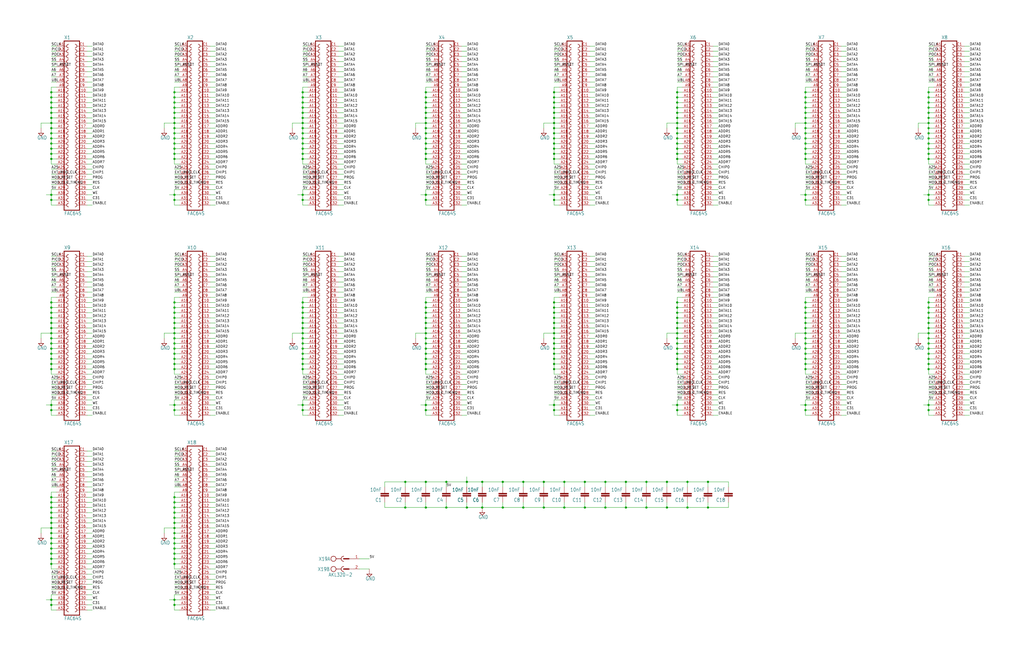
<source format=kicad_sch>
(kicad_sch (version 20231120) (generator "eeschema") (generator_version "8.0")
  (paper "User" 506.984 328.625)
  (lib_symbols
    (symbol "Backplane-eagle-import:C-EUC0603"
      (property "Reference" "C" (at 1.524 0.381 0))
      (symbol "C-EUC0603_1_0"
        (pin passive line (at 0 2.54 270) (length 2.54) (name "1") (number "1"))
        (pin passive line (at 0 -5.08 90) (length 2.54) (name "2") (number "2"))
      )
    )
    (symbol "Backplane-eagle-import:FAC64S"
      (property "Reference" "X" (at -3.81 41.402 0))
      (symbol "FAC64S_1_0"
        (pin passive line (at -7.62 38.1 0) (length 5.08) (name "A1") (number "A1"))
        (pin passive line (at -7.62 15.24 0) (length 5.08) (name "A10") (number "A10"))
        (pin passive line (at -7.62 12.7 0) (length 5.08) (name "A11") (number "A11"))
        (pin passive line (at -7.62 10.16 0) (length 5.08) (name "A12") (number "A12"))
        (pin passive line (at -7.62 7.62 0) (length 5.08) (name "A13") (number "A13"))
        (pin passive line (at -7.62 5.08 0) (length 5.08) (name "A14") (number "A14"))
        (pin passive line (at -7.62 2.54 0) (length 5.08) (name "A15") (number "A15"))
        (pin passive line (at -7.62 0 0) (length 5.08) (name "A16") (number "A16"))
        (pin passive line (at -7.62 -2.54 0) (length 5.08) (name "A17") (number "A17"))
        (pin passive line (at -7.62 -5.08 0) (length 5.08) (name "A18") (number "A18"))
        (pin passive line (at -7.62 -7.62 0) (length 5.08) (name "A19") (number "A19"))
        (pin passive line (at -7.62 35.56 0) (length 5.08) (name "A2") (number "A2"))
        (pin passive line (at -7.62 -10.16 0) (length 5.08) (name "A20") (number "A20"))
        (pin passive line (at -7.62 -12.7 0) (length 5.08) (name "A21") (number "A21"))
        (pin passive line (at -7.62 -15.24 0) (length 5.08) (name "A22") (number "A22"))
        (pin passive line (at -7.62 -17.78 0) (length 5.08) (name "A23") (number "A23"))
        (pin passive line (at -7.62 -20.32 0) (length 5.08) (name "A24") (number "A24"))
        (pin passive line (at -7.62 -22.86 0) (length 5.08) (name "A25") (number "A25"))
        (pin passive line (at -7.62 -25.4 0) (length 5.08) (name "A26") (number "A26"))
        (pin passive line (at -7.62 -27.94 0) (length 5.08) (name "A27") (number "A27"))
        (pin passive line (at -7.62 -30.48 0) (length 5.08) (name "A28") (number "A28"))
        (pin passive line (at -7.62 -33.02 0) (length 5.08) (name "A29") (number "A29"))
        (pin passive line (at -7.62 33.02 0) (length 5.08) (name "A3") (number "A3"))
        (pin passive line (at -7.62 -35.56 0) (length 5.08) (name "A30") (number "A30"))
        (pin passive line (at -7.62 -38.1 0) (length 5.08) (name "A31") (number "A31"))
        (pin passive line (at -7.62 -40.64 0) (length 5.08) (name "A32") (number "A32"))
        (pin passive line (at -7.62 30.48 0) (length 5.08) (name "A4") (number "A4"))
        (pin passive line (at -7.62 27.94 0) (length 5.08) (name "A5") (number "A5"))
        (pin passive line (at -7.62 25.4 0) (length 5.08) (name "A6") (number "A6"))
        (pin passive line (at -7.62 22.86 0) (length 5.08) (name "A7") (number "A7"))
        (pin passive line (at -7.62 20.32 0) (length 5.08) (name "A8") (number "A8"))
        (pin passive line (at -7.62 17.78 0) (length 5.08) (name "A9") (number "A9"))
        (pin passive line (at 7.62 38.1 180) (length 5.08) (name "C1") (number "C1"))
        (pin passive line (at 7.62 15.24 180) (length 5.08) (name "C10") (number "C10"))
        (pin passive line (at 7.62 12.7 180) (length 5.08) (name "C11") (number "C11"))
        (pin passive line (at 7.62 10.16 180) (length 5.08) (name "C12") (number "C12"))
        (pin passive line (at 7.62 7.62 180) (length 5.08) (name "C13") (number "C13"))
        (pin passive line (at 7.62 5.08 180) (length 5.08) (name "C14") (number "C14"))
        (pin passive line (at 7.62 2.54 180) (length 5.08) (name "C15") (number "C15"))
        (pin passive line (at 7.62 0 180) (length 5.08) (name "C16") (number "C16"))
        (pin passive line (at 7.62 -2.54 180) (length 5.08) (name "C17") (number "C17"))
        (pin passive line (at 7.62 -5.08 180) (length 5.08) (name "C18") (number "C18"))
        (pin passive line (at 7.62 -7.62 180) (length 5.08) (name "C19") (number "C19"))
        (pin passive line (at 7.62 35.56 180) (length 5.08) (name "C2") (number "C2"))
        (pin passive line (at 7.62 -10.16 180) (length 5.08) (name "C20") (number "C20"))
        (pin passive line (at 7.62 -12.7 180) (length 5.08) (name "C21") (number "C21"))
        (pin passive line (at 7.62 -15.24 180) (length 5.08) (name "C22") (number "C22"))
        (pin passive line (at 7.62 -17.78 180) (length 5.08) (name "C23") (number "C23"))
        (pin passive line (at 7.62 -20.32 180) (length 5.08) (name "C24") (number "C24"))
        (pin passive line (at 7.62 -22.86 180) (length 5.08) (name "C25") (number "C25"))
        (pin passive line (at 7.62 -25.4 180) (length 5.08) (name "C26") (number "C26"))
        (pin passive line (at 7.62 -27.94 180) (length 5.08) (name "C27") (number "C27"))
        (pin passive line (at 7.62 -30.48 180) (length 5.08) (name "C28") (number "C28"))
        (pin passive line (at 7.62 -33.02 180) (length 5.08) (name "C29") (number "C29"))
        (pin passive line (at 7.62 33.02 180) (length 5.08) (name "C3") (number "C3"))
        (pin passive line (at 7.62 -35.56 180) (length 5.08) (name "C30") (number "C30"))
        (pin passive line (at 7.62 -38.1 180) (length 5.08) (name "C31") (number "C31"))
        (pin passive line (at 7.62 -40.64 180) (length 5.08) (name "C32") (number "C32"))
        (pin passive line (at 7.62 30.48 180) (length 5.08) (name "C4") (number "C4"))
        (pin passive line (at 7.62 27.94 180) (length 5.08) (name "C5") (number "C5"))
        (pin passive line (at 7.62 25.4 180) (length 5.08) (name "C6") (number "C6"))
        (pin passive line (at 7.62 22.86 180) (length 5.08) (name "C7") (number "C7"))
        (pin passive line (at 7.62 20.32 180) (length 5.08) (name "C8") (number "C8"))
        (pin passive line (at 7.62 17.78 180) (length 5.08) (name "C9") (number "C9"))
      )
    )
    (symbol "Backplane-eagle-import:GND" (power)
      (symbol "GND_1_0"
        (pin power_in line (at 0 2.54 270) (length 2.54) (name "GND") (number "1"))
      )
    )
    (symbol "Backplane-eagle-import:MSTBV2"
      (property "Reference" "X" (at -6.858 0.889 0))
      (symbol "MSTBV2_1_0"
        (pin passive line (at 7.62 0 180) (length 2.54) (name "SK") (number "1"))
      )
      (symbol "MSTBV2_2_0"
        (pin passive line (at 7.62 0 180) (length 2.54) (name "SK") (number "2"))
      )
    )
  )
  (junction (at 25.4 73.66))
  (junction (at 210.82 96.52))
  (junction (at 149.86 154.94))
  (junction (at 398.78 165.1))
  (junction (at 25.4 180.34))
  (junction (at 210.82 203.2))
  (junction (at 86.36 99.06))
  (junction (at 398.78 160.02))
  (junction (at 25.4 71.12))
  (junction (at 149.86 175.26))
  (junction (at 350.52 251.46))
  (junction (at 459.74 200.66))
  (junction (at 149.86 78.74))
  (junction (at 220.98 238.76))
  (junction (at 274.32 68.58))
  (junction (at 259.08 238.76))
  (junction (at 274.32 53.34))
  (junction (at 248.92 238.76))
  (junction (at 86.36 180.34))
  (junction (at 210.82 55.88))
  (junction (at 25.4 248.92))
  (junction (at 149.86 152.4))
  (junction (at 25.4 182.88))
  (junction (at 238.76 251.46))
  (junction (at 398.78 63.5))
  (junction (at 86.36 73.66))
  (junction (at 459.74 68.58))
  (junction (at 86.36 297.18))
  (junction (at 149.86 200.66))
  (junction (at 25.4 256.54))
  (junction (at 335.28 149.86))
  (junction (at 238.76 238.76))
  (junction (at 459.74 167.64))
  (junction (at 398.78 68.58))
  (junction (at 274.32 152.4))
  (junction (at 320.04 251.46))
  (junction (at 25.4 162.56))
  (junction (at 149.86 48.26))
  (junction (at 398.78 177.8))
  (junction (at 274.32 96.52))
  (junction (at 149.86 53.34))
  (junction (at 459.74 96.52))
  (junction (at 149.86 180.34))
  (junction (at 86.36 55.88))
  (junction (at 274.32 157.48))
  (junction (at 86.36 170.18))
  (junction (at 335.28 45.72))
  (junction (at 459.74 175.26))
  (junction (at 210.82 66.04))
  (junction (at 398.78 99.06))
  (junction (at 25.4 170.18))
  (junction (at 25.4 167.64))
  (junction (at 210.82 175.26))
  (junction (at 335.28 66.04))
  (junction (at 309.88 238.76))
  (junction (at 299.72 238.76))
  (junction (at 459.74 58.42))
  (junction (at 149.86 45.72))
  (junction (at 25.4 297.18))
  (junction (at 86.36 96.52))
  (junction (at 149.86 73.66))
  (junction (at 274.32 71.12))
  (junction (at 459.74 160.02))
  (junction (at 25.4 60.96))
  (junction (at 210.82 78.74))
  (junction (at 210.82 154.94))
  (junction (at 86.36 71.12))
  (junction (at 335.28 182.88))
  (junction (at 220.98 251.46))
  (junction (at 274.32 45.72))
  (junction (at 25.4 254))
  (junction (at 459.74 48.26))
  (junction (at 274.32 203.2))
  (junction (at 25.4 172.72))
  (junction (at 25.4 55.88))
  (junction (at 25.4 154.94))
  (junction (at 86.36 269.24))
  (junction (at 335.28 152.4))
  (junction (at 86.36 152.4))
  (junction (at 398.78 48.26))
  (junction (at 274.32 48.26))
  (junction (at 86.36 149.86))
  (junction (at 25.4 299.72))
  (junction (at 86.36 271.78))
  (junction (at 335.28 50.8))
  (junction (at 210.82 162.56))
  (junction (at 25.4 177.8))
  (junction (at 86.36 256.54))
  (junction (at 459.74 162.56))
  (junction (at 86.36 63.5))
  (junction (at 25.4 279.4))
  (junction (at 459.74 50.8))
  (junction (at 459.74 180.34))
  (junction (at 210.82 172.72))
  (junction (at 86.36 68.58))
  (junction (at 86.36 276.86))
  (junction (at 398.78 60.96))
  (junction (at 210.82 165.1))
  (junction (at 86.36 162.56))
  (junction (at 149.86 76.2))
  (junction (at 350.52 238.76))
  (junction (at 149.86 58.42))
  (junction (at 86.36 53.34))
  (junction (at 25.4 66.04))
  (junction (at 25.4 76.2))
  (junction (at 149.86 167.64))
  (junction (at 274.32 99.06))
  (junction (at 25.4 251.46))
  (junction (at 86.36 58.42))
  (junction (at 25.4 63.5))
  (junction (at 86.36 172.72))
  (junction (at 25.4 149.86))
  (junction (at 274.32 177.8))
  (junction (at 274.32 50.8))
  (junction (at 459.74 45.72))
  (junction (at 86.36 160.02))
  (junction (at 210.82 149.86))
  (junction (at 398.78 200.66))
  (junction (at 86.36 254))
  (junction (at 149.86 170.18))
  (junction (at 25.4 274.32))
  (junction (at 86.36 157.48))
  (junction (at 459.74 66.04))
  (junction (at 459.74 165.1))
  (junction (at 25.4 68.58))
  (junction (at 459.74 177.8))
  (junction (at 25.4 58.42))
  (junction (at 86.36 261.62))
  (junction (at 459.74 182.88))
  (junction (at 86.36 264.16))
  (junction (at 149.86 165.1))
  (junction (at 25.4 78.74))
  (junction (at 86.36 45.72))
  (junction (at 398.78 182.88))
  (junction (at 86.36 76.2))
  (junction (at 274.32 58.42))
  (junction (at 210.82 152.4))
  (junction (at 86.36 274.32))
  (junction (at 269.24 251.46))
  (junction (at 210.82 58.42))
  (junction (at 459.74 63.5))
  (junction (at 320.04 238.76))
  (junction (at 279.4 251.46))
  (junction (at 335.28 71.12))
  (junction (at 86.36 177.8))
  (junction (at 86.36 154.94))
  (junction (at 459.74 157.48))
  (junction (at 25.4 48.26))
  (junction (at 398.78 71.12))
  (junction (at 335.28 167.64))
  (junction (at 335.28 73.66))
  (junction (at 398.78 53.34))
  (junction (at 86.36 299.72))
  (junction (at 335.28 165.1))
  (junction (at 274.32 167.64))
  (junction (at 335.28 203.2))
  (junction (at 459.74 203.2))
  (junction (at 210.82 76.2))
  (junction (at 149.86 71.12))
  (junction (at 459.74 73.66))
  (junction (at 269.24 238.76))
  (junction (at 25.4 269.24))
  (junction (at 274.32 55.88))
  (junction (at 210.82 73.66))
  (junction (at 210.82 53.34))
  (junction (at 398.78 157.48))
  (junction (at 149.86 66.04))
  (junction (at 274.32 165.1))
  (junction (at 459.74 76.2))
  (junction (at 274.32 162.56))
  (junction (at 210.82 50.8))
  (junction (at 289.56 251.46))
  (junction (at 274.32 182.88))
  (junction (at 274.32 73.66))
  (junction (at 459.74 149.86))
  (junction (at 210.82 251.46))
  (junction (at 274.32 149.86))
  (junction (at 149.86 60.96))
  (junction (at 459.74 60.96))
  (junction (at 274.32 175.26))
  (junction (at 398.78 203.2))
  (junction (at 25.4 96.52))
  (junction (at 210.82 160.02))
  (junction (at 274.32 200.66))
  (junction (at 459.74 152.4))
  (junction (at 25.4 276.86))
  (junction (at 398.78 167.64))
  (junction (at 86.36 48.26))
  (junction (at 398.78 76.2))
  (junction (at 309.88 251.46))
  (junction (at 210.82 99.06))
  (junction (at 210.82 200.66))
  (junction (at 149.86 157.48))
  (junction (at 86.36 78.74))
  (junction (at 398.78 149.86))
  (junction (at 398.78 45.72))
  (junction (at 149.86 55.88))
  (junction (at 210.82 45.72))
  (junction (at 149.86 182.88))
  (junction (at 210.82 60.96))
  (junction (at 335.28 96.52))
  (junction (at 459.74 154.94))
  (junction (at 149.86 162.56))
  (junction (at 86.36 266.7))
  (junction (at 398.78 172.72))
  (junction (at 25.4 50.8))
  (junction (at 335.28 175.26))
  (junction (at 210.82 170.18))
  (junction (at 459.74 53.34))
  (junction (at 149.86 172.72))
  (junction (at 398.78 58.42))
  (junction (at 330.2 238.76))
  (junction (at 335.28 76.2))
  (junction (at 25.4 45.72))
  (junction (at 398.78 96.52))
  (junction (at 149.86 149.86))
  (junction (at 335.28 58.42))
  (junction (at 149.86 96.52))
  (junction (at 335.28 53.34))
  (junction (at 335.28 63.5))
  (junction (at 274.32 66.04))
  (junction (at 25.4 203.2))
  (junction (at 210.82 167.64))
  (junction (at 149.86 203.2))
  (junction (at 25.4 165.1))
  (junction (at 25.4 99.06))
  (junction (at 210.82 71.12))
  (junction (at 274.32 160.02))
  (junction (at 86.36 246.38))
  (junction (at 149.86 50.8))
  (junction (at 398.78 180.34))
  (junction (at 25.4 175.26))
  (junction (at 398.78 73.66))
  (junction (at 25.4 246.38))
  (junction (at 149.86 160.02))
  (junction (at 335.28 68.58))
  (junction (at 200.66 251.46))
  (junction (at 398.78 162.56))
  (junction (at 335.28 157.48))
  (junction (at 335.28 170.18))
  (junction (at 335.28 180.34))
  (junction (at 25.4 152.4))
  (junction (at 200.66 238.76))
  (junction (at 86.36 50.8))
  (junction (at 25.4 264.16))
  (junction (at 86.36 251.46))
  (junction (at 335.28 60.96))
  (junction (at 248.92 251.46))
  (junction (at 330.2 251.46))
  (junction (at 86.36 200.66))
  (junction (at 274.32 154.94))
  (junction (at 335.28 200.66))
  (junction (at 274.32 60.96))
  (junction (at 274.32 76.2))
  (junction (at 25.4 266.7))
  (junction (at 86.36 259.08))
  (junction (at 398.78 50.8))
  (junction (at 210.82 63.5))
  (junction (at 86.36 66.04))
  (junction (at 86.36 182.88))
  (junction (at 335.28 154.94))
  (junction (at 231.14 251.46))
  (junction (at 86.36 248.92))
  (junction (at 459.74 71.12))
  (junction (at 210.82 180.34))
  (junction (at 86.36 203.2))
  (junction (at 340.36 251.46))
  (junction (at 210.82 48.26))
  (junction (at 459.74 78.74))
  (junction (at 149.86 177.8))
  (junction (at 210.82 182.88))
  (junction (at 25.4 271.78))
  (junction (at 86.36 175.26))
  (junction (at 274.32 63.5))
  (junction (at 259.08 251.46))
  (junction (at 335.28 99.06))
  (junction (at 25.4 259.08))
  (junction (at 149.86 99.06))
  (junction (at 398.78 55.88))
  (junction (at 25.4 160.02))
  (junction (at 335.28 78.74))
  (junction (at 86.36 165.1))
  (junction (at 210.82 157.48))
  (junction (at 340.36 238.76))
  (junction (at 86.36 60.96))
  (junction (at 335.28 162.56))
  (junction (at 459.74 99.06))
  (junction (at 335.28 177.8))
  (junction (at 25.4 53.34))
  (junction (at 210.82 177.8))
  (junction (at 25.4 200.66))
  (junction (at 274.32 172.72))
  (junction (at 25.4 157.48))
  (junction (at 274.32 180.34))
  (junction (at 231.14 238.76))
  (junction (at 25.4 261.62))
  (junction (at 279.4 238.76))
  (junction (at 289.56 238.76))
  (junction (at 335.28 172.72))
  (junction (at 398.78 170.18))
  (junction (at 398.78 66.04))
  (junction (at 398.78 78.74))
  (junction (at 210.82 68.58))
  (junction (at 86.36 167.64))
  (junction (at 398.78 175.26))
  (junction (at 335.28 48.26))
  (junction (at 149.86 63.5))
  (junction (at 274.32 78.74))
  (junction (at 459.74 55.88))
  (junction (at 335.28 55.88))
  (junction (at 335.28 160.02))
  (junction (at 459.74 170.18))
  (junction (at 274.32 170.18))
  (junction (at 149.86 68.58))
  (junction (at 459.74 172.72))
  (junction (at 398.78 154.94))
  (junction (at 299.72 251.46))
  (junction (at 86.36 279.4))
  (junction (at 398.78 152.4))
  (junction (at 210.82 238.76))
  (wire (pts (xy 43.18 35.56) (xy 45.72 35.56)) (stroke (width 0.1524)))
  (wire (pts (xy 228.6 45.72) (xy 231.14 45.72)) (stroke (width 0.1524)))
  (wire (pts (xy 335.28 154.94) (xy 335.28 157.48)) (stroke (width 0.1524)))
  (wire (pts (xy 462.28 187.96) (xy 459.74 187.96)) (stroke (width 0.1524)))
  (wire (pts (xy 43.18 137.16) (xy 45.72 137.16)) (stroke (width 0.1524)))
  (wire (pts (xy 104.14 88.9) (xy 106.68 88.9)) (stroke (width 0.1524)))
  (wire (pts (xy 337.82 27.94) (xy 335.28 27.94)) (stroke (width 0.1524)))
  (wire (pts (xy 228.6 127) (xy 231.14 127)) (stroke (width 0.1524)))
  (wire (pts (xy 335.28 175.26) (xy 335.28 177.8)) (stroke (width 0.1524)))
  (wire (pts (xy 167.64 152.4) (xy 170.18 152.4)) (stroke (width 0.1524)))
  (wire (pts (xy 149.86 180.34) (xy 149.86 182.88)) (stroke (width 0.1524)))
  (wire (pts (xy 459.74 165.1) (xy 454.66 165.1)) (stroke (width 0.1524)))
  (wire (pts (xy 477.52 25.4) (xy 480.06 25.4)) (stroke (width 0.1524)))
  (wire (pts (xy 416.56 86.36) (xy 419.1 86.36)) (stroke (width 0.1524)))
  (wire (pts (xy 104.14 228.6) (xy 106.68 228.6)) (stroke (width 0.1524)))
  (wire (pts (xy 353.06 93.98) (xy 355.6 93.98)) (stroke (width 0.1524)))
  (wire (pts (xy 104.14 139.7) (xy 106.68 139.7)) (stroke (width 0.1524)))
  (wire (pts (xy 104.14 81.28) (xy 106.68 81.28)) (stroke (width 0.1524)))
  (wire (pts (xy 462.28 142.24) (xy 459.74 142.24)) (stroke (width 0.1524)))
  (wire (pts (xy 477.52 152.4) (xy 480.06 152.4)) (stroke (width 0.1524)))
  (wire (pts (xy 276.86 198.12) (xy 274.32 198.12)) (stroke (width 0.1524)))
  (wire (pts (xy 360.68 238.76) (xy 360.68 241.3)) (stroke (width 0.1524)))
  (wire (pts (xy 477.52 127) (xy 480.06 127)) (stroke (width 0.1524)))
  (wire (pts (xy 43.18 254) (xy 45.72 254)) (stroke (width 0.1524)))
  (wire (pts (xy 43.18 139.7) (xy 45.72 139.7)) (stroke (width 0.1524)))
  (wire (pts (xy 167.64 68.58) (xy 170.18 68.58)) (stroke (width 0.1524)))
  (wire (pts (xy 25.4 60.96) (xy 20.32 60.96)) (stroke (width 0.1524)))
  (wire (pts (xy 416.56 142.24) (xy 419.1 142.24)) (stroke (width 0.1524)))
  (wire (pts (xy 210.82 60.96) (xy 210.82 63.5)) (stroke (width 0.1524)))
  (wire (pts (xy 401.32 35.56) (xy 398.78 35.56)) (stroke (width 0.1524)))
  (wire (pts (xy 152.4 91.44) (xy 149.86 91.44)) (stroke (width 0.1524)))
  (wire (pts (xy 213.36 157.48) (xy 210.82 157.48)) (stroke (width 0.1524)))
  (wire (pts (xy 213.36 73.66) (xy 210.82 73.66)) (stroke (width 0.1524)))
  (wire (pts (xy 86.36 157.48) (xy 86.36 160.02)) (stroke (width 0.1524)))
  (wire (pts (xy 43.18 292.1) (xy 45.72 292.1)) (stroke (width 0.1524)))
  (wire (pts (xy 167.64 147.32) (xy 170.18 147.32)) (stroke (width 0.1524)))
  (wire (pts (xy 27.94 292.1) (xy 25.4 292.1)) (stroke (width 0.1524)))
  (wire (pts (xy 210.82 76.2) (xy 210.82 78.74)) (stroke (width 0.1524)))
  (wire (pts (xy 43.18 185.42) (xy 45.72 185.42)) (stroke (width 0.1524)))
  (wire (pts (xy 25.4 73.66) (xy 25.4 76.2)) (stroke (width 0.1524)))
  (wire (pts (xy 104.14 302.26) (xy 106.68 302.26)) (stroke (width 0.1524)))
  (wire (pts (xy 276.86 162.56) (xy 274.32 162.56)) (stroke (width 0.1524)))
  (wire (pts (xy 88.9 154.94) (xy 86.36 154.94)) (stroke (width 0.1524)))
  (wire (pts (xy 210.82 205.74) (xy 213.36 205.74)) (stroke (width 0.1524)))
  (wire (pts (xy 27.94 35.56) (xy 25.4 35.56)) (stroke (width 0.1524)))
  (wire (pts (xy 213.36 172.72) (xy 210.82 172.72)) (stroke (width 0.1524)))
  (wire (pts (xy 416.56 127) (xy 419.1 127)) (stroke (width 0.1524)))
  (wire (pts (xy 43.18 269.24) (xy 45.72 269.24)) (stroke (width 0.1524)))
  (wire (pts (xy 20.32 60.96) (xy 20.32 63.5)) (stroke (width 0.1524)))
  (wire (pts (xy 274.32 182.88) (xy 274.32 185.42)) (stroke (width 0.1524)))
  (wire (pts (xy 27.94 154.94) (xy 25.4 154.94)) (stroke (width 0.1524)))
  (wire (pts (xy 228.6 48.26) (xy 231.14 48.26)) (stroke (width 0.1524)))
  (wire (pts (xy 27.94 297.18) (xy 25.4 297.18)) (stroke (width 0.1524)))
  (wire (pts (xy 88.9 243.84) (xy 86.36 243.84)) (stroke (width 0.1524)))
  (wire (pts (xy 104.14 170.18) (xy 106.68 170.18)) (stroke (width 0.1524)))
  (wire (pts (xy 477.52 71.12) (xy 480.06 71.12)) (stroke (width 0.1524)))
  (wire (pts (xy 88.9 55.88) (xy 86.36 55.88)) (stroke (width 0.1524)))
  (wire (pts (xy 292.1 137.16) (xy 294.64 137.16)) (stroke (width 0.1524)))
  (wire (pts (xy 353.06 162.56) (xy 355.6 162.56)) (stroke (width 0.1524)))
  (wire (pts (xy 86.36 185.42) (xy 88.9 185.42)) (stroke (width 0.1524)))
  (wire (pts (xy 462.28 58.42) (xy 459.74 58.42)) (stroke (width 0.1524)))
  (wire (pts (xy 104.14 157.48) (xy 106.68 157.48)) (stroke (width 0.1524)))
  (wire (pts (xy 335.28 177.8) (xy 335.28 180.34)) (stroke (width 0.1524)))
  (wire (pts (xy 149.86 76.2) (xy 149.86 78.74)) (stroke (width 0.1524)))
  (wire (pts (xy 276.86 129.54) (xy 274.32 129.54)) (stroke (width 0.1524)))
  (wire (pts (xy 167.64 38.1) (xy 170.18 38.1)) (stroke (width 0.1524)))
  (wire (pts (xy 167.64 185.42) (xy 170.18 185.42)) (stroke (width 0.1524)))
  (wire (pts (xy 213.36 203.2) (xy 210.82 203.2)) (stroke (width 0.1524)))
  (wire (pts (xy 228.6 132.08) (xy 231.14 132.08)) (stroke (width 0.1524)))
  (wire (pts (xy 459.74 73.66) (xy 459.74 76.2)) (stroke (width 0.1524)))
  (wire (pts (xy 398.78 162.56) (xy 398.78 165.1)) (stroke (width 0.1524)))
  (wire (pts (xy 477.52 142.24) (xy 480.06 142.24)) (stroke (width 0.1524)))
  (wire (pts (xy 276.86 60.96) (xy 274.32 60.96)) (stroke (width 0.1524)))
  (wire (pts (xy 25.4 246.38) (xy 25.4 248.92)) (stroke (width 0.1524)))
  (wire (pts (xy 152.4 134.62) (xy 149.86 134.62)) (stroke (width 0.1524)))
  (wire (pts (xy 477.52 22.86) (xy 480.06 22.86)) (stroke (width 0.1524)))
  (wire (pts (xy 43.18 43.18) (xy 45.72 43.18)) (stroke (width 0.1524)))
  (wire (pts (xy 228.6 93.98) (xy 231.14 93.98)) (stroke (width 0.1524)))
  (wire (pts (xy 104.14 93.98) (xy 106.68 93.98)) (stroke (width 0.1524)))
  (wire (pts (xy 88.9 175.26) (xy 86.36 175.26)) (stroke (width 0.1524)))
  (wire (pts (xy 401.32 165.1) (xy 398.78 165.1)) (stroke (width 0.1524)))
  (wire (pts (xy 88.9 71.12) (xy 86.36 71.12)) (stroke (width 0.1524)))
  (wire (pts (xy 152.4 53.34) (xy 149.86 53.34)) (stroke (width 0.1524)))
  (wire (pts (xy 459.74 147.32) (xy 459.74 149.86)) (stroke (width 0.1524)))
  (wire (pts (xy 269.24 60.96) (xy 269.24 63.5)) (stroke (width 0.1524)))
  (wire (pts (xy 213.36 66.04) (xy 210.82 66.04)) (stroke (width 0.1524)))
  (wire (pts (xy 149.86 165.1) (xy 144.78 165.1)) (stroke (width 0.1524)))
  (wire (pts (xy 335.28 203.2) (xy 335.28 205.74)) (stroke (width 0.1524)))
  (wire (pts (xy 477.52 63.5) (xy 480.06 63.5)) (stroke (width 0.1524)))
  (wire (pts (xy 43.18 154.94) (xy 45.72 154.94)) (stroke (width 0.1524)))
  (wire (pts (xy 289.56 251.46) (xy 279.4 251.46)) (stroke (width 0.1524)))
  (wire (pts (xy 337.82 83.82) (xy 335.28 83.82)) (stroke (width 0.1524)))
  (wire (pts (xy 167.64 78.74) (xy 170.18 78.74)) (stroke (width 0.1524)))
  (wire (pts (xy 25.4 81.28) (xy 27.94 81.28)) (stroke (width 0.1524)))
  (wire (pts (xy 27.94 33.02) (xy 25.4 33.02)) (stroke (width 0.1524)))
  (wire (pts (xy 213.36 99.06) (xy 210.82 99.06)) (stroke (width 0.1524)))
  (wire (pts (xy 43.18 243.84) (xy 45.72 243.84)) (stroke (width 0.1524)))
  (wire (pts (xy 213.36 180.34) (xy 210.82 180.34)) (stroke (width 0.1524)))
  (wire (pts (xy 337.82 25.4) (xy 335.28 25.4)) (stroke (width 0.1524)))
  (wire (pts (xy 462.28 160.02) (xy 459.74 160.02)) (stroke (width 0.1524)))
  (wire (pts (xy 477.52 93.98) (xy 480.06 93.98)) (stroke (width 0.1524)))
  (wire (pts (xy 353.06 200.66) (xy 355.6 200.66)) (stroke (width 0.1524)))
  (wire (pts (xy 353.06 132.08) (xy 355.6 132.08)) (stroke (width 0.1524)))
  (wire (pts (xy 43.18 223.52) (xy 45.72 223.52)) (stroke (width 0.1524)))
  (wire (pts (xy 274.32 99.06) (xy 274.32 101.6)) (stroke (width 0.1524)))
  (wire (pts (xy 228.6 22.86) (xy 231.14 22.86)) (stroke (width 0.1524)))
  (wire (pts (xy 104.14 297.18) (xy 106.68 297.18)) (stroke (width 0.1524)))
  (wire (pts (xy 25.4 261.62) (xy 20.32 261.62)) (stroke (width 0.1524)))
  (wire (pts (xy 459.74 149.86) (xy 459.74 152.4)) (stroke (width 0.1524)))
  (wire (pts (xy 337.82 35.56) (xy 335.28 35.56)) (stroke (width 0.1524)))
  (wire (pts (xy 416.56 167.64) (xy 419.1 167.64)) (stroke (width 0.1524)))
  (wire (pts (xy 213.36 154.94) (xy 210.82 154.94)) (stroke (width 0.1524)))
  (wire (pts (xy 167.64 203.2) (xy 170.18 203.2)) (stroke (width 0.1524)))
  (wire (pts (xy 416.56 182.88) (xy 419.1 182.88)) (stroke (width 0.1524)))
  (wire (pts (xy 477.52 170.18) (xy 480.06 170.18)) (stroke (width 0.1524)))
  (wire (pts (xy 210.82 60.96) (xy 205.74 60.96)) (stroke (width 0.1524)))
  (wire (pts (xy 335.28 165.1) (xy 335.28 167.64)) (stroke (width 0.1524)))
  (wire (pts (xy 292.1 76.2) (xy 294.64 76.2)) (stroke (width 0.1524)))
  (wire (pts (xy 398.78 55.88) (xy 398.78 58.42)) (stroke (width 0.1524)))
  (wire (pts (xy 477.52 185.42) (xy 480.06 185.42)) (stroke (width 0.1524)))
  (wire (pts (xy 398.78 96.52) (xy 396.24 96.52)) (stroke (width 0.1524)))
  (wire (pts (xy 43.18 38.1) (xy 45.72 38.1)) (stroke (width 0.1524)))
  (wire (pts (xy 25.4 63.5) (xy 25.4 66.04)) (stroke (width 0.1524)))
  (wire (pts (xy 353.06 91.44) (xy 355.6 91.44)) (stroke (width 0.1524)))
  (wire (pts (xy 25.4 175.26) (xy 25.4 177.8)) (stroke (width 0.1524)))
  (wire (pts (xy 104.14 144.78) (xy 106.68 144.78)) (stroke (width 0.1524)))
  (wire (pts (xy 289.56 241.3) (xy 289.56 238.76)) (stroke (width 0.1524)))
  (wire (pts (xy 213.36 45.72) (xy 210.82 45.72)) (stroke (width 0.1524)))
  (wire (pts (xy 337.82 53.34) (xy 335.28 53.34)) (stroke (width 0.1524)))
  (wire (pts (xy 292.1 81.28) (xy 294.64 81.28)) (stroke (width 0.1524)))
  (wire (pts (xy 337.82 45.72) (xy 335.28 45.72)) (stroke (width 0.1524)))
  (wire (pts (xy 401.32 170.18) (xy 398.78 170.18)) (stroke (width 0.1524)))
  (wire (pts (xy 462.28 203.2) (xy 459.74 203.2)) (stroke (width 0.1524)))
  (wire (pts (xy 459.74 60.96) (xy 454.66 60.96)) (stroke (width 0.1524)))
  (wire (pts (xy 213.36 33.02) (xy 210.82 33.02)) (stroke (width 0.1524)))
  (wire (pts (xy 25.4 96.52) (xy 22.86 96.52)) (stroke (width 0.1524)))
  (wire (pts (xy 27.94 71.12) (xy 25.4 71.12)) (stroke (width 0.1524)))
  (wire (pts (xy 104.14 284.48) (xy 106.68 284.48)) (stroke (width 0.1524)))
  (wire (pts (xy 228.6 175.26) (xy 231.14 175.26)) (stroke (width 0.1524)))
  (wire (pts (xy 104.14 45.72) (xy 106.68 45.72)) (stroke (width 0.1524)))
  (wire (pts (xy 88.9 246.38) (xy 86.36 246.38)) (stroke (width 0.1524)))
  (wire (pts (xy 43.18 294.64) (xy 45.72 294.64)) (stroke (width 0.1524)))
  (wire (pts (xy 477.52 50.8) (xy 480.06 50.8)) (stroke (width 0.1524)))
  (wire (pts (xy 292.1 205.74) (xy 294.64 205.74)) (stroke (width 0.1524)))
  (wire (pts (xy 152.4 177.8) (xy 149.86 177.8)) (stroke (width 0.1524)))
  (wire (pts (xy 25.4 50.8) (xy 25.4 53.34)) (stroke (width 0.1524)))
  (wire (pts (xy 86.36 96.52) (xy 83.82 96.52)) (stroke (width 0.1524)))
  (wire (pts (xy 43.18 302.26) (xy 45.72 302.26)) (stroke (width 0.1524)))
  (wire (pts (xy 228.6 195.58) (xy 231.14 195.58)) (stroke (width 0.1524)))
  (wire (pts (xy 353.06 30.48) (xy 355.6 30.48)) (stroke (width 0.1524)))
  (wire (pts (xy 276.86 127) (xy 274.32 127)) (stroke (width 0.1524)))
  (wire (pts (xy 43.18 162.56) (xy 45.72 162.56)) (stroke (width 0.1524)))
  (wire (pts (xy 416.56 76.2) (xy 419.1 76.2)) (stroke (width 0.1524)))
  (wire (pts (xy 88.9 152.4) (xy 86.36 152.4)) (stroke (width 0.1524)))
  (wire (pts (xy 398.78 101.6) (xy 401.32 101.6)) (stroke (width 0.1524)))
  (wire (pts (xy 274.32 60.96) (xy 269.24 60.96)) (stroke (width 0.1524)))
  (wire (pts (xy 231.14 238.76) (xy 231.14 236.22)) (stroke (width 0.1524)))
  (wire (pts (xy 152.4 96.52) (xy 149.86 96.52)) (stroke (width 0.1524)))
  (wire (pts (xy 149.86 185.42) (xy 152.4 185.42)) (stroke (width 0.1524)))
  (wire (pts (xy 353.06 149.86) (xy 355.6 149.86)) (stroke (width 0.1524)))
  (wire (pts (xy 86.36 297.18) (xy 86.36 299.72)) (stroke (width 0.1524)))
  (wire (pts (xy 25.4 66.04) (xy 25.4 68.58)) (stroke (width 0.1524)))
  (wire (pts (xy 398.78 152.4) (xy 398.78 154.94)) (stroke (width 0.1524)))
  (wire (pts (xy 274.32 43.18) (xy 274.32 45.72)) (stroke (width 0.1524)))
  (wire (pts (xy 462.28 86.36) (xy 459.74 86.36)) (stroke (width 0.1524)))
  (wire (pts (xy 401.32 71.12) (xy 398.78 71.12)) (stroke (width 0.1524)))
  (wire (pts (xy 335.28 149.86) (xy 335.28 152.4)) (stroke (width 0.1524)))
  (wire (pts (xy 25.4 101.6) (xy 27.94 101.6)) (stroke (width 0.1524)))
  (wire (pts (xy 353.06 134.62) (xy 355.6 134.62)) (stroke (width 0.1524)))
  (wire (pts (xy 416.56 177.8) (xy 419.1 177.8)) (stroke (width 0.1524)))
  (wire (pts (xy 88.9 193.04) (xy 86.36 193.04)) (stroke (width 0.1524)))
  (wire (pts (xy 477.52 129.54) (xy 480.06 129.54)) (stroke (width 0.1524)))
  (wire (pts (xy 27.94 132.08) (xy 25.4 132.08)) (stroke (width 0.1524)))
  (wire (pts (xy 88.9 83.82) (xy 86.36 83.82)) (stroke (width 0.1524)))
  (wire (pts (xy 416.56 154.94) (xy 419.1 154.94)) (stroke (width 0.1524)))
  (wire (pts (xy 104.14 147.32) (xy 106.68 147.32)) (stroke (width 0.1524)))
  (wire (pts (xy 88.9 170.18) (xy 86.36 170.18)) (stroke (width 0.1524)))
  (wire (pts (xy 149.86 81.28) (xy 152.4 81.28)) (stroke (width 0.1524)))
  (wire (pts (xy 210.82 43.18) (xy 210.82 45.72)) (stroke (width 0.1524)))
  (wire (pts (xy 309.88 238.76) (xy 320.04 238.76)) (stroke (width 0.1524)))
  (wire (pts (xy 330.2 241.3) (xy 330.2 238.76)) (stroke (width 0.1524)))
  (wire (pts (xy 104.14 40.64) (xy 106.68 40.64)) (stroke (width 0.1524)))
  (wire (pts (xy 152.4 66.04) (xy 149.86 66.04)) (stroke (width 0.1524)))
  (wire (pts (xy 477.52 43.18) (xy 480.06 43.18)) (stroke (width 0.1524)))
  (wire (pts (xy 276.86 144.78) (xy 274.32 144.78)) (stroke (width 0.1524)))
  (wire (pts (xy 416.56 200.66) (xy 419.1 200.66)) (stroke (width 0.1524)))
  (wire (pts (xy 213.36 43.18) (xy 210.82 43.18)) (stroke (width 0.1524)))
  (wire (pts (xy 330.2 165.1) (xy 330.2 167.64)) (stroke (width 0.1524)))
  (wire (pts (xy 292.1 165.1) (xy 294.64 165.1)) (stroke (width 0.1524)))
  (wire (pts (xy 200.66 251.46) (xy 210.82 251.46)) (stroke (width 0.1524)))
  (wire (pts (xy 167.64 83.82) (xy 170.18 83.82)) (stroke (width 0.1524)))
  (wire (pts (xy 416.56 129.54) (xy 419.1 129.54)) (stroke (width 0.1524)))
  (wire (pts (xy 477.52 60.96) (xy 480.06 60.96)) (stroke (width 0.1524)))
  (wire (pts (xy 228.6 170.18) (xy 231.14 170.18)) (stroke (width 0.1524)))
  (wire (pts (xy 401.32 129.54) (xy 398.78 129.54)) (stroke (width 0.1524)))
  (wire (pts (xy 401.32 73.66) (xy 398.78 73.66)) (stroke (width 0.1524)))
  (wire (pts (xy 309.88 241.3) (xy 309.88 238.76)) (stroke (width 0.1524)))
  (wire (pts (xy 25.4 68.58) (xy 25.4 71.12)) (stroke (width 0.1524)))
  (wire (pts (xy 228.6 55.88) (xy 231.14 55.88)) (stroke (width 0.1524)))
  (wire (pts (xy 88.9 132.08) (xy 86.36 132.08)) (stroke (width 0.1524)))
  (wire (pts (xy 43.18 134.62) (xy 45.72 134.62)) (stroke (width 0.1524)))
  (wire (pts (xy 27.94 182.88) (xy 25.4 182.88)) (stroke (width 0.1524)))
  (wire (pts (xy 210.82 48.26) (xy 210.82 50.8)) (stroke (width 0.1524)))
  (wire (pts (xy 459.74 167.64) (xy 459.74 170.18)) (stroke (width 0.1524)))
  (wire (pts (xy 43.18 193.04) (xy 45.72 193.04)) (stroke (width 0.1524)))
  (wire (pts (xy 210.82 182.88) (xy 210.82 185.42)) (stroke (width 0.1524)))
  (wire (pts (xy 228.6 35.56) (xy 231.14 35.56)) (stroke (width 0.1524)))
  (wire (pts (xy 228.6 154.94) (xy 231.14 154.94)) (stroke (width 0.1524)))
  (wire (pts (xy 398.78 203.2) (xy 398.78 205.74)) (stroke (width 0.1524)))
  (wire (pts (xy 416.56 63.5) (xy 419.1 63.5)) (stroke (width 0.1524)))
  (wire (pts (xy 337.82 78.74) (xy 335.28 78.74)) (stroke (width 0.1524)))
  (wire (pts (xy 337.82 134.62) (xy 335.28 134.62)) (stroke (width 0.1524)))
  (wire (pts (xy 238.76 241.3) (xy 238.76 238.76)) (stroke (width 0.1524)))
  (wire (pts (xy 416.56 160.02) (xy 419.1 160.02)) (stroke (width 0.1524)))
  (wire (pts (xy 353.06 165.1) (xy 355.6 165.1)) (stroke (width 0.1524)))
  (wire (pts (xy 477.52 73.66) (xy 480.06 73.66)) (stroke (width 0.1524)))
  (wire (pts (xy 104.14 233.68) (xy 106.68 233.68)) (stroke (width 0.1524)))
  (wire (pts (xy 167.64 149.86) (xy 170.18 149.86)) (stroke (width 0.1524)))
  (wire (pts (xy 104.14 154.94) (xy 106.68 154.94)) (stroke (width 0.1524)))
  (wire (pts (xy 104.14 198.12) (xy 106.68 198.12)) (stroke (width 0.1524)))
  (wire (pts (xy 43.18 180.34) (xy 45.72 180.34)) (stroke (width 0.1524)))
  (wire (pts (xy 167.64 205.74) (xy 170.18 205.74)) (stroke (width 0.1524)))
  (wire (pts (xy 25.4 200.66) (xy 25.4 203.2)) (stroke (width 0.1524)))
  (wire (pts (xy 398.78 165.1) (xy 398.78 167.64)) (stroke (width 0.1524)))
  (wire (pts (xy 152.4 30.48) (xy 149.86 30.48)) (stroke (width 0.1524)))
  (wire (pts (xy 167.64 99.06) (xy 170.18 99.06)) (stroke (width 0.1524)))
  (wire (pts (xy 27.94 88.9) (xy 25.4 88.9)) (stroke (width 0.1524)))
  (wire (pts (xy 335.28 172.72) (xy 335.28 175.26)) (stroke (width 0.1524)))
  (wire (pts (xy 292.1 170.18) (xy 294.64 170.18)) (stroke (width 0.1524)))
  (wire (pts (xy 231.14 238.76) (xy 220.98 238.76)) (stroke (width 0.1524)))
  (wire (pts (xy 104.14 66.04) (xy 106.68 66.04)) (stroke (width 0.1524)))
  (wire (pts (xy 25.4 96.52) (xy 25.4 99.06)) (stroke (width 0.1524)))
  (wire (pts (xy 416.56 180.34) (xy 419.1 180.34)) (stroke (width 0.1524)))
  (wire (pts (xy 279.4 238.76) (xy 269.24 238.76)) (stroke (width 0.1524)))
  (wire (pts (xy 462.28 40.64) (xy 459.74 40.64)) (stroke (width 0.1524)))
  (wire (pts (xy 152.4 38.1) (xy 149.86 38.1)) (stroke (width 0.1524)))
  (wire (pts (xy 274.32 76.2) (xy 274.32 78.74)) (stroke (width 0.1524)))
  (wire (pts (xy 462.28 55.88) (xy 459.74 55.88)) (stroke (width 0.1524)))
  (wire (pts (xy 292.1 185.42) (xy 294.64 185.42)) (stroke (width 0.1524)))
  (wire (pts (xy 149.86 99.06) (xy 149.86 101.6)) (stroke (width 0.1524)))
  (wire (pts (xy 213.36 132.08) (xy 210.82 132.08)) (stroke (width 0.1524)))
  (wire (pts (xy 416.56 152.4) (xy 419.1 152.4)) (stroke (width 0.1524)))
  (wire (pts (xy 152.4 160.02) (xy 149.86 160.02)) (stroke (width 0.1524)))
  (wire (pts (xy 25.4 269.24) (xy 25.4 271.78)) (stroke (width 0.1524)))
  (wire (pts (xy 104.14 223.52) (xy 106.68 223.52)) (stroke (width 0.1524)))
  (wire (pts (xy 210.82 152.4) (xy 210.82 154.94)) (stroke (width 0.1524)))
  (wire (pts (xy 459.74 154.94) (xy 459.74 157.48)) (stroke (width 0.1524)))
  (wire (pts (xy 477.52 134.62) (xy 480.06 134.62)) (stroke (width 0.1524)))
  (wire (pts (xy 398.78 45.72) (xy 398.78 48.26)) (stroke (width 0.1524)))
  (wire (pts (xy 276.86 142.24) (xy 274.32 142.24)) (stroke (width 0.1524)))
  (wire (pts (xy 401.32 27.94) (xy 398.78 27.94)) (stroke (width 0.1524)))
  (wire (pts (xy 401.32 195.58) (xy 398.78 195.58)) (stroke (width 0.1524)))
  (wire (pts (xy 88.9 264.16) (xy 86.36 264.16)) (stroke (width 0.1524)))
  (wire (pts (xy 276.86 55.88) (xy 274.32 55.88)) (stroke (width 0.1524)))
  (wire (pts (xy 152.4 58.42) (xy 149.86 58.42)) (stroke (width 0.1524)))
  (wire (pts (xy 401.32 193.04) (xy 398.78 193.04)) (stroke (width 0.1524)))
  (wire (pts (xy 350.52 238.76) (xy 360.68 238.76)) (stroke (width 0.1524)))
  (wire (pts (xy 401.32 160.02) (xy 398.78 160.02)) (stroke (width 0.1524)))
  (wire (pts (xy 462.28 71.12) (xy 459.74 71.12)) (stroke (width 0.1524)))
  (wire (pts (xy 104.14 271.78) (xy 106.68 271.78)) (stroke (width 0.1524)))
  (wire (pts (xy 43.18 241.3) (xy 45.72 241.3)) (stroke (width 0.1524)))
  (wire (pts (xy 149.86 96.52) (xy 149.86 99.06)) (stroke (width 0.1524)))
  (wire (pts (xy 43.18 96.52) (xy 45.72 96.52)) (stroke (width 0.1524)))
  (wire (pts (xy 213.36 152.4) (xy 210.82 152.4)) (stroke (width 0.1524)))
  (wire (pts (xy 200.66 241.3) (xy 200.66 238.76)) (stroke (width 0.1524)))
  (wire (pts (xy 353.06 127) (xy 355.6 127)) (stroke (width 0.1524)))
  (wire (pts (xy 43.18 144.78) (xy 45.72 144.78)) (stroke (width 0.1524)))
  (wire (pts (xy 167.64 101.6) (xy 170.18 101.6)) (stroke (width 0.1524)))
  (wire (pts (xy 167.64 170.18) (xy 170.18 170.18)) (stroke (width 0.1524)))
  (wire (pts (xy 353.06 22.86) (xy 355.6 22.86)) (stroke (width 0.1524)))
  (wire (pts (xy 213.36 195.58) (xy 210.82 195.58)) (stroke (width 0.1524)))
  (wire (pts (xy 360.68 248.92) (xy 360.68 251.46)) (stroke (width 0.1524)))
  (wire (pts (xy 337.82 167.64) (xy 335.28 167.64)) (stroke (width 0.1524)))
  (wire (pts (xy 43.18 251.46) (xy 45.72 251.46)) (stroke (width 0.1524)))
  (wire (pts (xy 152.4 157.48) (xy 149.86 157.48)) (stroke (width 0.1524)))
  (wire (pts (xy 27.94 144.78) (xy 25.4 144.78)) (stroke (width 0.1524)))
  (wire (pts (xy 88.9 299.72) (xy 86.36 299.72)) (stroke (width 0.1524)))
  (wire (pts (xy 88.9 167.64) (xy 86.36 167.64)) (stroke (width 0.1524)))
  (wire (pts (xy 276.86 160.02) (xy 274.32 160.02)) (stroke (width 0.1524)))
  (wire (pts (xy 213.36 187.96) (xy 210.82 187.96)) (stroke (width 0.1524)))
  (wire (pts (xy 228.6 182.88) (xy 231.14 182.88)) (stroke (width 0.1524)))
  (wire (pts (xy 401.32 78.74) (xy 398.78 78.74)) (stroke (width 0.1524)))
  (wire (pts (xy 104.14 165.1) (xy 106.68 165.1)) (stroke (width 0.1524)))
  (wire (pts (xy 353.06 195.58) (xy 355.6 195.58)) (stroke (width 0.1524)))
  (wire (pts (xy 88.9 137.16) (xy 86.36 137.16)) (stroke (width 0.1524)))
  (wire (pts (xy 43.18 259.08) (xy 45.72 259.08)) (stroke (width 0.1524)))
  (wire (pts (xy 88.9 165.1) (xy 86.36 165.1)) (stroke (width 0.1524)))
  (wire (pts (xy 228.6 81.28) (xy 231.14 81.28)) (stroke (width 0.1524)))
  (wire (pts (xy 43.18 203.2) (xy 45.72 203.2)) (stroke (width 0.1524)))
  (wire (pts (xy 213.36 139.7) (xy 210.82 139.7)) (stroke (width 0.1524)))
  (wire (pts (xy 353.06 157.48) (xy 355.6 157.48)) (stroke (width 0.1524)))
  (wire (pts (xy 276.86 182.88) (xy 274.32 182.88)) (stroke (width 0.1524)))
  (wire (pts (xy 88.9 261.62) (xy 86.36 261.62)) (stroke (width 0.1524)))
  (wire (pts (xy 274.32 78.74) (xy 274.32 81.28)) (stroke (width 0.1524)))
  (wire (pts (xy 27.94 187.96) (xy 25.4 187.96)) (stroke (width 0.1524)))
  (wire (pts (xy 43.18 127) (xy 45.72 127)) (stroke (width 0.1524)))
  (wire (pts (xy 43.18 276.86) (xy 45.72 276.86)) (stroke (width 0.1524)))
  (wire (pts (xy 459.74 63.5) (xy 459.74 66.04)) (stroke (width 0.1524)))
  (wire (pts (xy 393.7 60.96) (xy 393.7 63.5)) (stroke (width 0.1524)))
  (wire (pts (xy 238.76 238.76) (xy 231.14 238.76)) (stroke (width 0.1524)))
  (wire (pts (xy 462.28 43.18) (xy 459.74 43.18)) (stroke (width 0.1524)))
  (wire (pts (xy 416.56 198.12) (xy 419.1 198.12)) (stroke (width 0.1524)))
  (wire (pts (xy 88.9 259.08) (xy 86.36 259.08)) (stroke (width 0.1524)))
  (wire (pts (xy 335.28 93.98) (xy 335.28 96.52)) (stroke (width 0.1524)))
  (wire (pts (xy 152.4 93.98) (xy 149.86 93.98)) (stroke (width 0.1524)))
  (wire (pts (xy 152.4 83.82) (xy 149.86 83.82)) (stroke (width 0.1524)))
  (wire (pts (xy 177.8 281.94) (xy 182.88 281.94)) (stroke (width 0.1524)))
  (wire (pts (xy 335.28 200.66) (xy 335.28 203.2)) (stroke (width 0.1524)))
  (wire (pts (xy 276.86 200.66) (xy 274.32 200.66)) (stroke (width 0.1524)))
  (wire (pts (xy 213.36 149.86) (xy 210.82 149.86)) (stroke (width 0.1524)))
  (wire (pts (xy 289.56 248.92) (xy 289.56 251.46)) (stroke (width 0.1524)))
  (wire (pts (xy 353.06 53.34) (xy 355.6 53.34)) (stroke (width 0.1524)))
  (wire (pts (xy 27.94 149.86) (xy 25.4 149.86)) (stroke (width 0.1524)))
  (wire (pts (xy 398.78 170.18) (xy 398.78 172.72)) (stroke (width 0.1524)))
  (wire (pts (xy 88.9 144.78) (xy 86.36 144.78)) (stroke (width 0.1524)))
  (wire (pts (xy 477.52 33.02) (xy 480.06 33.02)) (stroke (width 0.1524)))
  (wire (pts (xy 292.1 134.62) (xy 294.64 134.62)) (stroke (width 0.1524)))
  (wire (pts (xy 167.64 162.56) (xy 170.18 162.56)) (stroke (width 0.1524)))
  (wire (pts (xy 149.86 203.2) (xy 149.86 205.74)) (stroke (width 0.1524)))
  (wire (pts (xy 27.94 83.82) (xy 25.4 83.82)) (stroke (width 0.1524)))
  (wire (pts (xy 416.56 157.48) (xy 419.1 157.48)) (stroke (width 0.1524)))
  (wire (pts (xy 43.18 58.42) (xy 45.72 58.42)) (stroke (width 0.1524)))
  (wire (pts (xy 25.4 205.74) (xy 27.94 205.74)) (stroke (width 0.1524)))
  (wire (pts (xy 398.78 68.58) (xy 398.78 71.12)) (stroke (width 0.1524)))
  (wire (pts (xy 292.1 160.02) (xy 294.64 160.02)) (stroke (width 0.1524)))
  (wire (pts (xy 149.86 152.4) (xy 149.86 154.94)) (stroke (width 0.1524)))
  (wire (pts (xy 167.64 195.58) (xy 170.18 195.58)) (stroke (width 0.1524)))
  (wire (pts (xy 43.18 71.12) (xy 45.72 71.12)) (stroke (width 0.1524)))
  (wire (pts (xy 335.28 99.06) (xy 335.28 101.6)) (stroke (width 0.1524)))
  (wire (pts (xy 27.94 137.16) (xy 25.4 137.16)) (stroke (width 0.1524)))
  (wire (pts (xy 274.32 175.26) (xy 274.32 177.8)) (stroke (width 0.1524)))
  (wire (pts (xy 86.36 281.94) (xy 88.9 281.94)) (stroke (width 0.1524)))
  (wire (pts (xy 25.4 256.54) (xy 25.4 259.08)) (stroke (width 0.1524)))
  (wire (pts (xy 152.4 33.02) (xy 149.86 33.02)) (stroke (width 0.1524)))
  (wire (pts (xy 276.86 154.94) (xy 274.32 154.94)) (stroke (width 0.1524)))
  (wire (pts (xy 228.6 144.78) (xy 231.14 144.78)) (stroke (width 0.1524)))
  (wire (pts (xy 353.06 25.4) (xy 355.6 25.4)) (stroke (width 0.1524)))
  (wire (pts (xy 104.14 292.1) (xy 106.68 292.1)) (stroke (width 0.1524)))
  (wire (pts (xy 149.86 200.66) (xy 149.86 203.2)) (stroke (width 0.1524)))
  (wire (pts (xy 335.28 43.18) (xy 335.28 45.72)) (stroke (width 0.1524)))
  (wire (pts (xy 86.36 96.52) (xy 86.36 99.06)) (stroke (width 0.1524)))
  (wire (pts (xy 477.52 53.34) (xy 480.06 53.34)) (stroke (width 0.1524)))
  (wire (pts (xy 259.08 248.92) (xy 259.08 251.46)) (stroke (width 0.1524)))
  (wire (pts (xy 337.82 127) (xy 335.28 127)) (stroke (width 0.1524)))
  (wire (pts (xy 228.6 25.4) (xy 231.14 25.4)) (stroke (width 0.1524)))
  (wire (pts (xy 149.86 78.74) (xy 149.86 81.28)) (stroke (width 0.1524)))
  (wire (pts (xy 43.18 142.24) (xy 45.72 142.24)) (stroke (width 0.1524)))
  (wire (pts (xy 210.82 99.06) (xy 210.82 101.6)) (stroke (width 0.1524)))
  (wire (pts (xy 477.52 139.7) (xy 480.06 139.7)) (stroke (width 0.1524)))
  (wire (pts (xy 213.36 190.5) (xy 210.82 190.5)) (stroke (width 0.1524)))
  (wire (pts (xy 401.32 83.82) (xy 398.78 83.82)) (stroke (width 0.1524)))
  (wire (pts (xy 152.4 139.7) (xy 149.86 139.7)) (stroke (width 0.1524)))
  (wire (pts (xy 416.56 35.56) (xy 419.1 35.56)) (stroke (width 0.1524)))
  (wire (pts (xy 228.6 83.82) (xy 231.14 83.82)) (stroke (width 0.1524)))
  (wire (pts (xy 259.08 238.76) (xy 248.92 238.76)) (stroke (width 0.1524)))
  (wire (pts (xy 210.82 165.1) (xy 205.74 165.1)) (stroke (width 0.1524)))
  (wire (pts (xy 167.64 175.26) (xy 170.18 175.26)) (stroke (width 0.1524)))
  (wire (pts (xy 25.4 279.4) (xy 25.4 281.94)) (stroke (width 0.1524)))
  (wire (pts (xy 459.74 165.1) (xy 459.74 167.64)) (stroke (width 0.1524)))
  (wire (pts (xy 27.94 284.48) (xy 25.4 284.48)) (stroke (width 0.1524)))
  (wire (pts (xy 27.94 30.48) (xy 25.4 30.48)) (stroke (width 0.1524)))
  (wire (pts (xy 274.32 96.52) (xy 274.32 99.06)) (stroke (width 0.1524)))
  (wire (pts (xy 335.28 45.72) (xy 335.28 48.26)) (stroke (width 0.1524)))
  (wire (pts (xy 353.06 27.94) (xy 355.6 27.94)) (stroke (width 0.1524)))
  (wire (pts (xy 330.2 248.92) (xy 330.2 251.46)) (stroke (width 0.1524)))
  (wire (pts (xy 276.86 86.36) (xy 274.32 86.36)) (stroke (width 0.1524)))
  (wire (pts (xy 477.52 147.32) (xy 480.06 147.32)) (stroke (width 0.1524)))
  (wire (pts (xy 477.52 35.56) (xy 480.06 35.56)) (stroke (width 0.1524)))
  (wire (pts (xy 25.4 274.32) (xy 25.4 276.86)) (stroke (width 0.1524)))
  (wire (pts (xy 462.28 190.5) (xy 459.74 190.5)) (stroke (width 0.1524)))
  (wire (pts (xy 152.4 45.72) (xy 149.86 45.72)) (stroke (width 0.1524)))
  (wire (pts (xy 459.74 101.6) (xy 462.28 101.6)) (stroke (width 0.1524)))
  (wire (pts (xy 27.94 203.2) (xy 25.4 203.2)) (stroke (width 0.1524)))
  (wire (pts (xy 86.36 302.26) (xy 88.9 302.26)) (stroke (width 0.1524)))
  (wire (pts (xy 337.82 147.32) (xy 335.28 147.32)) (stroke (width 0.1524)))
  (wire (pts (xy 459.74 68.58) (xy 459.74 71.12)) (stroke (width 0.1524)))
  (wire (pts (xy 416.56 53.34) (xy 419.1 53.34)) (stroke (width 0.1524)))
  (wire (pts (xy 104.14 142.24) (xy 106.68 142.24)) (stroke (width 0.1524)))
  (wire (pts (xy 213.36 91.44) (xy 210.82 91.44)) (stroke (width 0.1524)))
  (wire (pts (xy 459.74 66.04) (xy 459.74 68.58)) (stroke (width 0.1524)))
  (wire (pts (xy 459.74 205.74) (xy 462.28 205.74)) (stroke (width 0.1524)))
  (wire (pts (xy 292.1 129.54) (xy 294.64 129.54)) (stroke (width 0.1524)))
  (wire (pts (xy 276.86 53.34) (xy 274.32 53.34)) (stroke (width 0.1524)))
  (wire (pts (xy 27.94 269.24) (xy 25.4 269.24)) (stroke (width 0.1524)))
  (wire (pts (xy 86.36 246.38) (xy 86.36 248.92)) (stroke (width 0.1524)))
  (wire (pts (xy 228.6 152.4) (xy 231.14 152.4)) (stroke (width 0.1524)))
  (wire (pts (xy 86.36 160.02) (xy 86.36 162.56)) (stroke (width 0.1524)))
  (wire (pts (xy 210.82 101.6) (xy 213.36 101.6)) (stroke (width 0.1524)))
  (wire (pts (xy 86.36 248.92) (xy 86.36 251.46)) (stroke (width 0.1524)))
  (wire (pts (xy 88.9 266.7) (xy 86.36 266.7)) (stroke (width 0.1524)))
  (wire (pts (xy 27.94 142.24) (xy 25.4 142.24)) (stroke (width 0.1524)))
  (wire (pts (xy 416.56 60.96) (xy 419.1 60.96)) (stroke (width 0.1524)))
  (wire (pts (xy 398.78 177.8) (xy 398.78 180.34)) (stroke (width 0.1524)))
  (wire (pts (xy 27.94 25.4) (xy 25.4 25.4)) (stroke (width 0.1524)))
  (wire (pts (xy 149.86 48.26) (xy 149.86 50.8)) (stroke (width 0.1524)))
  (wire (pts (xy 398.78 60.96) (xy 398.78 63.5)) (stroke (width 0.1524)))
  (wire (pts (xy 25.4 154.94) (xy 25.4 157.48)) (stroke (width 0.1524)))
  (wire (pts (xy 167.64 33.02) (xy 170.18 33.02)) (stroke (width 0.1524)))
  (wire (pts (xy 337.82 38.1) (xy 335.28 38.1)) (stroke (width 0.1524)))
  (wire (pts (xy 213.36 193.04) (xy 210.82 193.04)) (stroke (width 0.1524)))
  (wire (pts (xy 401.32 142.24) (xy 398.78 142.24)) (stroke (width 0.1524)))
  (wire (pts (xy 228.6 101.6) (xy 231.14 101.6)) (stroke (width 0.1524)))
  (wire (pts (xy 292.1 99.06) (xy 294.64 99.06)) (stroke (width 0.1524)))
  (wire (pts (xy 337.82 180.34) (xy 335.28 180.34)) (stroke (width 0.1524)))
  (wire (pts (xy 88.9 269.24) (xy 86.36 269.24)) (stroke (width 0.1524)))
  (wire (pts (xy 104.14 269.24) (xy 106.68 269.24)) (stroke (width 0.1524)))
  (wire (pts (xy 88.9 251.46) (xy 86.36 251.46)) (stroke (width 0.1524)))
  (wire (pts (xy 27.94 170.18) (xy 25.4 170.18)) (stroke (width 0.1524)))
  (wire (pts (xy 276.86 73.66) (xy 274.32 73.66)) (stroke (width 0.1524)))
  (wire (pts (xy 167.64 167.64) (xy 170.18 167.64)) (stroke (width 0.1524)))
  (wire (pts (xy 401.32 58.42) (xy 398.78 58.42)) (stroke (width 0.1524)))
  (wire (pts (xy 398.78 160.02) (xy 398.78 162.56)) (stroke (width 0.1524)))
  (wire (pts (xy 292.1 175.26) (xy 294.64 175.26)) (stroke (width 0.1524)))
  (wire (pts (xy 43.18 129.54) (xy 45.72 129.54)) (stroke (width 0.1524)))
  (wire (pts (xy 152.4 152.4) (xy 149.86 152.4)) (stroke (width 0.1524)))
  (wire (pts (xy 353.06 190.5) (xy 355.6 190.5)) (stroke (width 0.1524)))
  (wire (pts (xy 401.32 154.94) (xy 398.78 154.94)) (stroke (width 0.1524)))
  (wire (pts (xy 27.94 68.58) (xy 25.4 68.58)) (stroke (width 0.1524)))
  (wire (pts (xy 213.36 78.74) (xy 210.82 78.74)) (stroke (width 0.1524)))
  (wire (pts (xy 27.94 66.04) (xy 25.4 66.04)) (stroke (width 0.1524)))
  (wire (pts (xy 320.04 241.3) (xy 320.04 238.76)) (stroke (width 0.1524)))
  (wire (pts (xy 459.74 96.52) (xy 459.74 99.06)) (stroke (width 0.1524)))
  (wire (pts (xy 276.86 76.2) (xy 274.32 76.2)) (stroke (width 0.1524)))
  (wire (pts (xy 149.86 63.5) (xy 149.86 66.04)) (stroke (width 0.1524)))
  (wire (pts (xy 274.32 165.1) (xy 269.24 165.1)) (stroke (width 0.1524)))
  (wire (pts (xy 337.82 88.9) (xy 335.28 88.9)) (stroke (width 0.1524)))
  (wire (pts (xy 238.76 248.92) (xy 238.76 251.46)) (stroke (width 0.1524)))
  (wire (pts (xy 149.86 147.32) (xy 149.86 149.86)) (stroke (width 0.1524)))
  (wire (pts (xy 335.28 53.34) (xy 335.28 55.88)) (stroke (width 0.1524)))
  (wire (pts (xy 269.24 251.46) (xy 279.4 251.46)) (stroke (width 0.1524)))
  (wire (pts (xy 292.1 139.7) (xy 294.64 139.7)) (stroke (width 0.1524)))
  (wire (pts (xy 25.4 78.74) (xy 25.4 81.28)) (stroke (width 0.1524)))
  (wire (pts (xy 210.82 238.76) (xy 200.66 238.76)) (stroke (width 0.1524)))
  (wire (pts (xy 350.52 251.46) (xy 340.36 251.46)) (stroke (width 0.1524)))
  (wire (pts (xy 477.52 48.26) (xy 480.06 48.26)) (stroke (width 0.1524)))
  (wire (pts (xy 477.52 195.58) (xy 480.06 195.58)) (stroke (width 0.1524)))
  (wire (pts (xy 25.4 55.88) (xy 25.4 58.42)) (stroke (width 0.1524)))
  (wire (pts (xy 274.32 185.42) (xy 276.86 185.42)) (stroke (width 0.1524)))
  (wire (pts (xy 86.36 261.62) (xy 81.28 261.62)) (stroke (width 0.1524)))
  (wire (pts (xy 276.86 33.02) (xy 274.32 33.02)) (stroke (width 0.1524)))
  (wire (pts (xy 43.18 231.14) (xy 45.72 231.14)) (stroke (width 0.1524)))
  (wire (pts (xy 228.6 134.62) (xy 231.14 134.62)) (stroke (width 0.1524)))
  (wire (pts (xy 335.28 71.12) (xy 335.28 73.66)) (stroke (width 0.1524)))
  (wire (pts (xy 27.94 276.86) (xy 25.4 276.86)) (stroke (width 0.1524)))
  (wire (pts (xy 462.28 45.72) (xy 459.74 45.72)) (stroke (width 0.1524)))
  (wire (pts (xy 104.14 50.8) (xy 106.68 50.8)) (stroke (width 0.1524)))
  (wire (pts (xy 398.78 182.88) (xy 398.78 185.42)) (stroke (width 0.1524)))
  (wire (pts (xy 88.9 292.1) (xy 86.36 292.1)) (stroke (width 0.1524)))
  (wire (pts (xy 88.9 66.04) (xy 86.36 66.04)) (stroke (width 0.1524)))
  (wire (pts (xy 43.18 200.66) (xy 45.72 200.66)) (stroke (width 0.1524)))
  (wire (pts (xy 292.1 30.48) (xy 294.64 30.48)) (stroke (width 0.1524)))
  (wire (pts (xy 401.32 187.96) (xy 398.78 187.96)) (stroke (width 0.1524)))
  (wire (pts (xy 337.82 55.88) (xy 335.28 55.88)) (stroke (width 0.1524)))
  (wire (pts (xy 462.28 127) (xy 459.74 127)) (stroke (width 0.1524)))
  (wire (pts (xy 401.32 66.04) (xy 398.78 66.04)) (stroke (width 0.1524)))
  (wire (pts (xy 88.9 78.74) (xy 86.36 78.74)) (stroke (width 0.1524)))
  (wire (pts (xy 88.9 172.72) (xy 86.36 172.72)) (stroke (width 0.1524)))
  (wire (pts (xy 335.28 60.96) (xy 330.2 60.96)) (stroke (width 0.1524)))
  (wire (pts (xy 152.4 129.54) (xy 149.86 129.54)) (stroke (width 0.1524)))
  (wire (pts (xy 86.36 294.64) (xy 86.36 297.18)) (stroke (width 0.1524)))
  (wire (pts (xy 477.52 66.04) (xy 480.06 66.04)) (stroke (width 0.1524)))
  (wire (pts (xy 337.82 154.94) (xy 335.28 154.94)) (stroke (width 0.1524)))
  (wire (pts (xy 292.1 71.12) (xy 294.64 71.12)) (stroke (width 0.1524)))
  (wire (pts (xy 228.6 162.56) (xy 231.14 162.56)) (stroke (width 0.1524)))
  (wire (pts (xy 104.14 289.56) (xy 106.68 289.56)) (stroke (width 0.1524)))
  (wire (pts (xy 398.78 76.2) (xy 398.78 78.74)) (stroke (width 0.1524)))
  (wire (pts (xy 213.36 48.26) (xy 210.82 48.26)) (stroke (width 0.1524)))
  (wire (pts (xy 213.36 160.02) (xy 210.82 160.02)) (stroke (width 0.1524)))
  (wire (pts (xy 459.74 185.42) (xy 462.28 185.42)) (stroke (width 0.1524)))
  (wire (pts (xy 210.82 71.12) (xy 210.82 73.66)) (stroke (width 0.1524)))
  (wire (pts (xy 398.78 58.42) (xy 398.78 60.96)) (stroke (width 0.1524)))
  (wire (pts (xy 25.4 93.98) (xy 25.4 96.52)) (stroke (width 0.1524)))
  (wire (pts (xy 462.28 27.94) (xy 459.74 27.94)) (stroke (width 0.1524)))
  (wire (pts (xy 228.6 147.32) (xy 231.14 147.32)) (stroke (width 0.1524)))
  (wire (pts (xy 27.94 193.04) (xy 25.4 193.04)) (stroke (width 0.1524)))
  (wire (pts (xy 337.82 22.86) (xy 335.28 22.86)) (stroke (width 0.1524)))
  (wire (pts (xy 104.14 200.66) (xy 106.68 200.66)) (stroke (width 0.1524)))
  (wire (pts (xy 210.82 170.18) (xy 210.82 172.72)) (stroke (width 0.1524)))
  (wire (pts (xy 167.64 190.5) (xy 170.18 190.5)) (stroke (width 0.1524)))
  (wire (pts (xy 210.82 248.92) (xy 210.82 251.46)) (stroke (width 0.1524)))
  (wire (pts (xy 86.36 180.34) (xy 86.36 182.88)) (stroke (width 0.1524)))
  (wire (pts (xy 276.86 203.2) (xy 274.32 203.2)) (stroke (width 0.1524)))
  (wire (pts (xy 167.64 182.88) (xy 170.18 182.88)) (stroke (width 0.1524)))
  (wire (pts (xy 401.32 91.44) (xy 398.78 91.44)) (stroke (width 0.1524)))
  (wire (pts (xy 220.98 241.3) (xy 220.98 238.76)) (stroke (width 0.1524)))
  (wire (pts (xy 149.86 160.02) (xy 149.86 162.56)) (stroke (width 0.1524)))
  (wire (pts (xy 276.86 132.08) (xy 274.32 132.08)) (stroke (width 0.1524)))
  (wire (pts (xy 43.18 50.8) (xy 45.72 50.8)) (stroke (width 0.1524)))
  (wire (pts (xy 213.36 137.16) (xy 210.82 137.16)) (stroke (width 0.1524)))
  (wire (pts (xy 401.32 157.48) (xy 398.78 157.48)) (stroke (width 0.1524)))
  (wire (pts (xy 292.1 27.94) (xy 294.64 27.94)) (stroke (width 0.1524)))
  (wire (pts (xy 330.2 251.46) (xy 320.04 251.46)) (stroke (width 0.1524)))
  (wire (pts (xy 459.74 43.18) (xy 459.74 45.72)) (stroke (width 0.1524)))
  (wire (pts (xy 269.24 165.1) (xy 269.24 167.64)) (stroke (width 0.1524)))
  (wire (pts (xy 27.94 40.64) (xy 25.4 40.64)) (stroke (width 0.1524)))
  (wire (pts (xy 459.74 160.02) (xy 459.74 162.56)) (stroke (width 0.1524)))
  (wire (pts (xy 27.94 38.1) (xy 25.4 38.1)) (stroke (width 0.1524)))
  (wire (pts (xy 228.6 160.02) (xy 231.14 160.02)) (stroke (width 0.1524)))
  (wire (pts (xy 309.88 251.46) (xy 299.72 251.46)) (stroke (width 0.1524)))
  (wire (pts (xy 320.04 238.76) (xy 330.2 238.76)) (stroke (width 0.1524)))
  (wire (pts (xy 213.36 144.78) (xy 210.82 144.78)) (stroke (width 0.1524)))
  (wire (pts (xy 152.4 193.04) (xy 149.86 193.04)) (stroke (width 0.1524)))
  (wire (pts (xy 43.18 160.02) (xy 45.72 160.02)) (stroke (width 0.1524)))
  (wire (pts (xy 228.6 58.42) (xy 231.14 58.42)) (stroke (width 0.1524)))
  (wire (pts (xy 210.82 55.88) (xy 210.82 58.42)) (stroke (width 0.1524)))
  (wire (pts (xy 401.32 45.72) (xy 398.78 45.72)) (stroke (width 0.1524)))
  (wire (pts (xy 459.74 93.98) (xy 459.74 96.52)) (stroke (width 0.1524)))
  (wire (pts (xy 335.28 48.26) (xy 335.28 50.8)) (stroke (width 0.1524)))
  (wire (pts (xy 292.1 180.34) (xy 294.64 180.34)) (stroke (width 0.1524)))
  (wire (pts (xy 335.28 66.04) (xy 335.28 68.58)) (stroke (width 0.1524)))
  (wire (pts (xy 337.82 187.96) (xy 335.28 187.96)) (stroke (width 0.1524)))
  (wire (pts (xy 167.64 48.26) (xy 170.18 48.26)) (stroke (width 0.1524)))
  (wire (pts (xy 43.18 78.74) (xy 45.72 78.74)) (stroke (width 0.1524)))
  (wire (pts (xy 398.78 66.04) (xy 398.78 68.58)) (stroke (width 0.1524)))
  (wire (pts (xy 416.56 91.44) (xy 419.1 91.44)) (stroke (width 0.1524)))
  (wire (pts (xy 43.18 266.7) (xy 45.72 266.7)) (stroke (width 0.1524)))
  (wire (pts (xy 335.28 205.74) (xy 337.82 205.74)) (stroke (width 0.1524)))
  (wire (pts (xy 335.28 200.66) (xy 332.74 200.66)) (stroke (width 0.1524)))
  (wire (pts (xy 86.36 66.04) (xy 86.36 68.58)) (stroke (width 0.1524)))
  (wire (pts (xy 353.06 142.24) (xy 355.6 142.24)) (stroke (width 0.1524)))
  (wire (pts (xy 477.52 99.06) (xy 480.06 99.06)) (stroke (width 0.1524)))
  (wire (pts (xy 353.06 33.02) (xy 355.6 33.02)) (stroke (width 0.1524)))
  (wire (pts (xy 477.52 45.72) (xy 480.06 45.72)) (stroke (width 0.1524)))
  (wire (pts (xy 27.94 43.18) (xy 25.4 43.18)) (stroke (width 0.1524)))
  (wire (pts (xy 292.1 63.5) (xy 294.64 63.5)) (stroke (width 0.1524)))
  (wire (pts (xy 462.28 152.4) (xy 459.74 152.4)) (stroke (width 0.1524)))
  (wire (pts (xy 27.94 266.7) (xy 25.4 266.7)) (stroke (width 0.1524)))
  (wire (pts (xy 86.36 63.5) (xy 86.36 66.04)) (stroke (width 0.1524)))
  (wire (pts (xy 274.32 165.1) (xy 274.32 167.64)) (stroke (width 0.1524)))
  (wire (pts (xy 477.52 40.64) (xy 480.06 40.64)) (stroke (width 0.1524)))
  (wire (pts (xy 353.06 167.64) (xy 355.6 167.64)) (stroke (width 0.1524)))
  (wire (pts (xy 353.06 63.5) (xy 355.6 63.5)) (stroke (width 0.1524)))
  (wire (pts (xy 167.64 139.7) (xy 170.18 139.7)) (stroke (width 0.1524)))
  (wire (pts (xy 398.78 198.12) (xy 398.78 200.66)) (stroke (width 0.1524)))
  (wire (pts (xy 459.74 76.2) (xy 459.74 78.74)) (stroke (width 0.1524)))
  (wire (pts (xy 88.9 142.24) (xy 86.36 142.24)) (stroke (width 0.1524)))
  (wire (pts (xy 276.86 27.94) (xy 274.32 27.94)) (stroke (width 0.1524)))
  (wire (pts (xy 167.64 154.94) (xy 170.18 154.94)) (stroke (width 0.1524)))
  (wire (pts (xy 149.86 165.1) (xy 149.86 167.64)) (stroke (width 0.1524)))
  (wire (pts (xy 213.36 127) (xy 210.82 127)) (stroke (width 0.1524)))
  (wire (pts (xy 43.18 187.96) (xy 45.72 187.96)) (stroke (width 0.1524)))
  (wire (pts (xy 228.6 73.66) (xy 231.14 73.66)) (stroke (width 0.1524)))
  (wire (pts (xy 27.94 254) (xy 25.4 254)) (stroke (width 0.1524)))
  (wire (pts (xy 27.94 299.72) (xy 25.4 299.72)) (stroke (width 0.1524)))
  (wire (pts (xy 213.36 129.54) (xy 210.82 129.54)) (stroke (width 0.1524)))
  (wire (pts (xy 276.86 137.16) (xy 274.32 137.16)) (stroke (width 0.1524)))
  (wire (pts (xy 43.18 284.48) (xy 45.72 284.48)) (stroke (width 0.1524)))
  (wire (pts (xy 88.9 93.98) (xy 86.36 93.98)) (stroke (width 0.1524)))
  (wire (pts (xy 292.1 195.58) (xy 294.64 195.58)) (stroke (width 0.1524)))
  (wire (pts (xy 353.06 99.06) (xy 355.6 99.06)) (stroke (width 0.1524)))
  (wire (pts (xy 398.78 81.28) (xy 401.32 81.28)) (stroke (width 0.1524)))
  (wire (pts (xy 167.64 137.16) (xy 170.18 137.16)) (stroke (width 0.1524)))
  (wire (pts (xy 88.9 231.14) (xy 86.36 231.14)) (stroke (width 0.1524)))
  (wire (pts (xy 152.4 149.86) (xy 149.86 149.86)) (stroke (width 0.1524)))
  (wire (pts (xy 167.64 27.94) (xy 170.18 27.94)) (stroke (width 0.1524)))
  (wire (pts (xy 462.28 198.12) (xy 459.74 198.12)) (stroke (width 0.1524)))
  (wire (pts (xy 276.86 149.86) (xy 274.32 149.86)) (stroke (width 0.1524)))
  (wire (pts (xy 462.28 50.8) (xy 459.74 50.8)) (stroke (width 0.1524)))
  (wire (pts (xy 86.36 48.26) (xy 86.36 50.8)) (stroke (width 0.1524)))
  (wire (pts (xy 86.36 93.98) (xy 86.36 96.52)) (stroke (width 0.1524)))
  (wire (pts (xy 228.6 40.64) (xy 231.14 40.64)) (stroke (width 0.1524)))
  (wire (pts (xy 86.36 167.64) (xy 86.36 170.18)) (stroke (width 0.1524)))
  (wire (pts (xy 88.9 43.18) (xy 86.36 43.18)) (stroke (width 0.1524)))
  (wire (pts (xy 27.94 274.32) (xy 25.4 274.32)) (stroke (width 0.1524)))
  (wire (pts (xy 401.32 33.02) (xy 398.78 33.02)) (stroke (width 0.1524)))
  (wire (pts (xy 459.74 99.06) (xy 459.74 101.6)) (stroke (width 0.1524)))
  (wire (pts (xy 210.82 160.02) (xy 210.82 162.56)) (stroke (width 0.1524)))
  (wire (pts (xy 210.82 73.66) (xy 210.82 76.2)) (stroke (width 0.1524)))
  (wire (pts (xy 104.14 33.02) (xy 106.68 33.02)) (stroke (width 0.1524)))
  (wire (pts (xy 477.52 200.66) (xy 480.06 200.66)) (stroke (width 0.1524)))
  (wire (pts (xy 152.4 195.58) (xy 149.86 195.58)) (stroke (width 0.1524)))
  (wire (pts (xy 401.32 86.36) (xy 398.78 86.36)) (stroke (width 0.1524)))
  (wire (pts (xy 86.36 274.32) (xy 86.36 276.86)) (stroke (width 0.1524)))
  (wire (pts (xy 353.06 78.74) (xy 355.6 78.74)) (stroke (width 0.1524)))
  (wire (pts (xy 27.94 91.44) (xy 25.4 91.44)) (stroke (width 0.1524)))
  (wire (pts (xy 228.6 76.2) (xy 231.14 76.2)) (stroke (width 0.1524)))
  (wire (pts (xy 459.74 55.88) (xy 459.74 58.42)) (stroke (width 0.1524)))
  (wire (pts (xy 274.32 53.34) (xy 274.32 55.88)) (stroke (width 0.1524)))
  (wire (pts (xy 149.86 50.8) (xy 149.86 53.34)) (stroke (width 0.1524)))
  (wire (pts (xy 477.52 68.58) (xy 480.06 68.58)) (stroke (width 0.1524)))
  (wire (pts (xy 27.94 246.38) (xy 25.4 246.38)) (stroke (width 0.1524)))
  (wire (pts (xy 152.4 127) (xy 149.86 127)) (stroke (width 0.1524)))
  (wire (pts (xy 337.82 129.54) (xy 335.28 129.54)) (stroke (width 0.1524)))
  (wire (pts (xy 104.14 134.62) (xy 106.68 134.62)) (stroke (width 0.1524)))
  (wire (pts (xy 152.4 27.94) (xy 149.86 27.94)) (stroke (width 0.1524)))
  (wire (pts (xy 459.74 198.12) (xy 459.74 200.66)) (stroke (width 0.1524)))
  (wire (pts (xy 86.36 60.96) (xy 81.28 60.96)) (stroke (width 0.1524)))
  (wire (pts (xy 210.82 63.5) (xy 210.82 66.04)) (stroke (width 0.1524)))
  (wire (pts (xy 86.36 175.26) (xy 86.36 177.8)) (stroke (width 0.1524)))
  (wire (pts (xy 337.82 175.26) (xy 335.28 175.26)) (stroke (width 0.1524)))
  (wire (pts (xy 228.6 165.1) (xy 231.14 165.1)) (stroke (width 0.1524)))
  (wire (pts (xy 335.28 182.88) (xy 335.28 185.42)) (stroke (width 0.1524)))
  (wire (pts (xy 335.28 152.4) (xy 335.28 154.94)) (stroke (width 0.1524)))
  (wire (pts (xy 274.32 167.64) (xy 274.32 170.18)) (stroke (width 0.1524)))
  (wire (pts (xy 292.1 33.02) (xy 294.64 33.02)) (stroke (width 0.1524)))
  (wire (pts (xy 86.36 60.96) (xy 86.36 63.5)) (stroke (width 0.1524)))
  (wire (pts (xy 459.74 162.56) (xy 459.74 165.1)) (stroke (width 0.1524)))
  (wire (pts (xy 86.36 264.16) (xy 86.36 266.7)) (stroke (width 0.1524)))
  (wire (pts (xy 274.32 48.26) (xy 274.32 50.8)) (stroke (width 0.1524)))
  (wire (pts (xy 337.82 162.56) (xy 335.28 162.56)) (stroke (width 0.1524)))
  (wire (pts (xy 86.36 266.7) (xy 86.36 269.24)) (stroke (width 0.1524)))
  (wire (pts (xy 25.4 276.86) (xy 25.4 279.4)) (stroke (width 0.1524)))
  (wire (pts (xy 43.18 76.2) (xy 45.72 76.2)) (stroke (width 0.1524)))
  (wire (pts (xy 25.4 294.64) (xy 25.4 297.18)) (stroke (width 0.1524)))
  (wire (pts (xy 86.36 254) (xy 86.36 256.54)) (stroke (width 0.1524)))
  (wire (pts (xy 152.4 48.26) (xy 149.86 48.26)) (stroke (width 0.1524)))
  (wire (pts (xy 27.94 248.92) (xy 25.4 248.92)) (stroke (width 0.1524)))
  (wire (pts (xy 401.32 182.88) (xy 398.78 182.88)) (stroke (width 0.1524)))
  (wire (pts (xy 462.28 182.88) (xy 459.74 182.88)) (stroke (width 0.1524)))
  (wire (pts (xy 401.32 50.8) (xy 398.78 50.8)) (stroke (width 0.1524)))
  (wire (pts (xy 353.06 76.2) (xy 355.6 76.2)) (stroke (width 0.1524)))
  (wire (pts (xy 353.06 73.66) (xy 355.6 73.66)) (stroke (width 0.1524)))
  (wire (pts (xy 88.9 256.54) (xy 86.36 256.54)) (stroke (width 0.1524)))
  (wire (pts (xy 353.06 66.04) (xy 355.6 66.04)) (stroke (width 0.1524)))
  (wire (pts (xy 477.52 187.96) (xy 480.06 187.96)) (stroke (width 0.1524)))
  (wire (pts (xy 86.36 259.08) (xy 86.36 261.62)) (stroke (width 0.1524)))
  (wire (pts (xy 149.86 198.12) (xy 149.86 200.66)) (stroke (width 0.1524)))
  (wire (pts (xy 25.4 259.08) (xy 25.4 261.62)) (stroke (width 0.1524)))
  (wire (pts (xy 43.18 88.9) (xy 45.72 88.9)) (stroke (width 0.1524)))
  (wire (pts (xy 269.24 238.76) (xy 259.08 238.76)) (stroke (width 0.1524)))
  (wire (pts (xy 43.18 299.72) (xy 45.72 299.72)) (stroke (width 0.1524)))
  (wire (pts (xy 335.28 78.74) (xy 335.28 81.28)) (stroke (width 0.1524)))
  (wire (pts (xy 27.94 226.06) (xy 25.4 226.06)) (stroke (width 0.1524)))
  (wire (pts (xy 401.32 76.2) (xy 398.78 76.2)) (stroke (width 0.1524)))
  (wire (pts (xy 401.32 162.56) (xy 398.78 162.56)) (stroke (width 0.1524)))
  (wire (pts (xy 228.6 129.54) (xy 231.14 129.54)) (stroke (width 0.1524)))
  (wire (pts (xy 104.14 243.84) (xy 106.68 243.84)) (stroke (width 0.1524)))
  (wire (pts (xy 274.32 58.42) (xy 274.32 60.96)) (stroke (width 0.1524)))
  (wire (pts (xy 213.36 198.12) (xy 210.82 198.12)) (stroke (width 0.1524)))
  (wire (pts (xy 353.06 83.82) (xy 355.6 83.82)) (stroke (width 0.1524)))
  (wire (pts (xy 104.14 27.94) (xy 106.68 27.94)) (stroke (width 0.1524)))
  (wire (pts (xy 337.82 66.04) (xy 335.28 66.04)) (stroke (width 0.1524)))
  (wire (pts (xy 416.56 162.56) (xy 419.1 162.56)) (stroke (width 0.1524)))
  (wire (pts (xy 104.14 276.86) (xy 106.68 276.86)) (stroke (width 0.1524)))
  (wire (pts (xy 43.18 48.26) (xy 45.72 48.26)) (stroke (width 0.1524)))
  (wire (pts (xy 459.74 48.26) (xy 459.74 50.8)) (stroke (width 0.1524)))
  (wire (pts (xy 152.4 55.88) (xy 149.86 55.88)) (stroke (width 0.1524)))
  (wire (pts (xy 274.32 200.66) (xy 271.78 200.66)) (stroke (width 0.1524)))
  (wire (pts (xy 88.9 48.26) (xy 86.36 48.26)) (stroke (width 0.1524)))
  (wire (pts (xy 27.94 165.1) (xy 25.4 165.1)) (stroke (width 0.1524)))
  (wire (pts (xy 43.18 30.48) (xy 45.72 30.48)) (stroke (width 0.1524)))
  (wire (pts (xy 462.28 96.52) (xy 459.74 96.52)) (stroke (width 0.1524)))
  (wire (pts (xy 43.18 256.54) (xy 45.72 256.54)) (stroke (width 0.1524)))
  (wire (pts (xy 228.6 60.96) (xy 231.14 60.96)) (stroke (width 0.1524)))
  (wire (pts (xy 25.4 48.26) (xy 25.4 50.8)) (stroke (width 0.1524)))
  (wire (pts (xy 477.52 30.48) (xy 480.06 30.48)) (stroke (width 0.1524)))
  (wire (pts (xy 213.36 76.2) (xy 210.82 76.2)) (stroke (width 0.1524)))
  (wire (pts (xy 401.32 149.86) (xy 398.78 149.86)) (stroke (width 0.1524)))
  (wire (pts (xy 248.92 238.76) (xy 238.76 238.76)) (stroke (width 0.1524)))
  (wire (pts (xy 43.18 86.36) (xy 45.72 86.36)) (stroke (width 0.1524)))
  (wire (pts (xy 292.1 154.94) (xy 294.64 154.94)) (stroke (width 0.1524)))
  (wire (pts (xy 27.94 78.74) (xy 25.4 78.74)) (stroke (width 0.1524)))
  (wire (pts (xy 25.4 167.64) (xy 25.4 170.18)) (stroke (width 0.1524)))
  (wire (pts (xy 416.56 190.5) (xy 419.1 190.5)) (stroke (width 0.1524)))
  (wire (pts (xy 104.14 71.12) (xy 106.68 71.12)) (stroke (width 0.1524)))
  (wire (pts (xy 337.82 60.96) (xy 335.28 60.96)) (stroke (width 0.1524)))
  (wire (pts (xy 228.6 50.8) (xy 231.14 50.8)) (stroke (width 0.1524)))
  (wire (pts (xy 43.18 279.4) (xy 45.72 279.4)) (stroke (width 0.1524)))
  (wire (pts (xy 43.18 170.18) (xy 45.72 170.18)) (stroke (width 0.1524)))
  (wire (pts (xy 43.18 190.5) (xy 45.72 190.5)) (stroke (width 0.1524)))
  (wire (pts (xy 462.28 33.02) (xy 459.74 33.02)) (stroke (width 0.1524)))
  (wire (pts (xy 416.56 45.72) (xy 419.1 45.72)) (stroke (width 0.1524)))
  (wire (pts (xy 152.4 200.66) (xy 149.86 200.66)) (stroke (width 0.1524)))
  (wire (pts (xy 337.82 86.36) (xy 335.28 86.36)) (stroke (width 0.1524)))
  (wire (pts (xy 337.82 68.58) (xy 335.28 68.58)) (stroke (width 0.1524)))
  (wire (pts (xy 398.78 147.32) (xy 398.78 149.86)) (stroke (width 0.1524)))
  (wire (pts (xy 104.14 299.72) (xy 106.68 299.72)) (stroke (width 0.1524)))
  (wire (pts (xy 167.64 93.98) (xy 170.18 93.98)) (stroke (width 0.1524)))
  (wire (pts (xy 43.18 101.6) (xy 45.72 101.6)) (stroke (width 0.1524)))
  (wire (pts (xy 104.14 73.66) (xy 106.68 73.66)) (stroke (width 0.1524)))
  (wire (pts (xy 43.18 289.56) (xy 45.72 289.56)) (stroke (width 0.1524)))
  (wire (pts (xy 276.86 165.1) (xy 274.32 165.1)) (stroke (width 0.1524)))
  (wire (pts (xy 210.82 96.52) (xy 210.82 99.06)) (stroke (width 0.1524)))
  (wire (pts (xy 213.36 50.8) (xy 210.82 50.8)) (stroke (width 0.1524)))
  (wire (pts (xy 149.86 177.8) (xy 149.86 180.34)) (stroke (width 0.1524)))
  (wire (pts (xy 353.06 55.88) (xy 355.6 55.88)) (stroke (width 0.1524)))
  (wire (pts (xy 274.32 147.32) (xy 274.32 149.86)) (stroke (width 0.1524)))
  (wire (pts (xy 459.74 78.74) (xy 459.74 81.28)) (stroke (width 0.1524)))
  (wire (pts (xy 27.94 45.72) (xy 25.4 45.72)) (stroke (width 0.1524)))
  (wire (pts (xy 340.36 238.76) (xy 350.52 238.76)) (stroke (width 0.1524)))
  (wire (pts (xy 454.66 60.96) (xy 454.66 63.5)) (stroke (width 0.1524)))
  (wire (pts (xy 152.4 68.58) (xy 149.86 68.58)) (stroke (width 0.1524)))
  (wire (pts (xy 401.32 96.52) (xy 398.78 96.52)) (stroke (width 0.1524)))
  (wire (pts (xy 104.14 152.4) (xy 106.68 152.4)) (stroke (width 0.1524)))
  (wire (pts (xy 292.1 193.04) (xy 294.64 193.04)) (stroke (width 0.1524)))
  (wire (pts (xy 27.94 294.64) (xy 25.4 294.64)) (stroke (width 0.1524)))
  (wire (pts (xy 337.82 71.12) (xy 335.28 71.12)) (stroke (width 0.1524)))
  (wire (pts (xy 299.72 251.46) (xy 289.56 251.46)) (stroke (width 0.1524)))
  (wire (pts (xy 88.9 284.48) (xy 86.36 284.48)) (stroke (width 0.1524)))
  (wire (pts (xy 213.36 53.34) (xy 210.82 53.34)) (stroke (width 0.1524)))
  (wire (pts (xy 401.32 200.66) (xy 398.78 200.66)) (stroke (width 0.1524)))
  (wire (pts (xy 274.32 149.86) (xy 274.32 152.4)) (stroke (width 0.1524)))
  (wire (pts (xy 25.4 165.1) (xy 20.32 165.1)) (stroke (width 0.1524)))
  (wire (pts (xy 462.28 93.98) (xy 459.74 93.98)) (stroke (width 0.1524)))
  (wire (pts (xy 353.06 198.12) (xy 355.6 198.12)) (stroke (width 0.1524)))
  (wire (pts (xy 274.32 55.88) (xy 274.32 58.42)) (stroke (width 0.1524)))
  (wire (pts (xy 337.82 165.1) (xy 335.28 165.1)) (stroke (width 0.1524)))
  (wire (pts (xy 149.86 200.66) (xy 147.32 200.66)) (stroke (width 0.1524)))
  (wire (pts (xy 228.6 185.42) (xy 231.14 185.42)) (stroke (width 0.1524)))
  (wire (pts (xy 88.9 25.4) (xy 86.36 25.4)) (stroke (width 0.1524)))
  (wire (pts (xy 398.78 71.12) (xy 398.78 73.66)) (stroke (width 0.1524)))
  (wire (pts (xy 104.14 83.82) (xy 106.68 83.82)) (stroke (width 0.1524)))
  (wire (pts (xy 104.14 25.4) (xy 106.68 25.4)) (stroke (width 0.1524)))
  (wire (pts (xy 416.56 193.04) (xy 419.1 193.04)) (stroke (width 0.1524)))
  (wire (pts (xy 292.1 200.66) (xy 294.64 200.66)) (stroke (width 0.1524)))
  (wire (pts (xy 416.56 78.74) (xy 419.1 78.74)) (stroke (width 0.1524)))
  (wire (pts (xy 167.64 200.66) (xy 170.18 200.66)) (stroke (width 0.1524)))
  (wire (pts (xy 353.06 203.2) (xy 355.6 203.2)) (stroke (width 0.1524)))
  (wire (pts (xy 462.28 91.44) (xy 459.74 91.44)) (stroke (width 0.1524)))
  (wire (pts (xy 25.4 302.26) (xy 27.94 302.26)) (stroke (width 0.1524)))
  (wire (pts (xy 88.9 147.32) (xy 86.36 147.32)) (stroke (width 0.1524)))
  (wire (pts (xy 167.64 43.18) (xy 170.18 43.18)) (stroke (width 0.1524)))
  (wire (pts (xy 88.9 200.66) (xy 86.36 200.66)) (stroke (width 0.1524)))
  (wire (pts (xy 335.28 60.96) (xy 335.28 63.5)) (stroke (width 0.1524)))
  (wire (pts (xy 86.36 256.54) (xy 86.36 259.08)) (stroke (width 0.1524)))
  (wire (pts (xy 337.82 149.86) (xy 335.28 149.86)) (stroke (width 0.1524)))
  (wire (pts (xy 152.4 43.18) (xy 149.86 43.18)) (stroke (width 0.1524)))
  (wire (pts (xy 335.28 157.48) (xy 335.28 160.02)) (stroke (width 0.1524)))
  (wire (pts (xy 88.9 88.9) (xy 86.36 88.9)) (stroke (width 0.1524)))
  (wire (pts (xy 86.36 299.72) (xy 86.36 302.26)) (stroke (width 0.1524)))
  (wire (pts (xy 167.64 60.96) (xy 170.18 60.96)) (stroke (width 0.1524)))
  (wire (pts (xy 462.28 73.66) (xy 459.74 73.66)) (stroke (width 0.1524)))
  (wire (pts (xy 398.78 43.18) (xy 398.78 45.72)) (stroke (width 0.1524)))
  (wire (pts (xy 228.6 91.44) (xy 231.14 91.44)) (stroke (width 0.1524)))
  (wire (pts (xy 276.86 147.32) (xy 274.32 147.32)) (stroke (width 0.1524)))
  (wire (pts (xy 104.14 78.74) (xy 106.68 78.74)) (stroke (width 0.1524)))
  (wire (pts (xy 337.82 177.8) (xy 335.28 177.8)) (stroke (width 0.1524)))
  (wire (pts (xy 88.9 289.56) (xy 86.36 289.56)) (stroke (width 0.1524)))
  (wire (pts (xy 228.6 139.7) (xy 231.14 139.7)) (stroke (width 0.1524)))
  (wire (pts (xy 462.28 132.08) (xy 459.74 132.08)) (stroke (width 0.1524)))
  (wire (pts (xy 86.36 251.46) (xy 86.36 254)) (stroke (width 0.1524)))
  (wire (pts (xy 353.06 139.7) (xy 355.6 139.7)) (stroke (width 0.1524)))
  (wire (pts (xy 25.4 198.12) (xy 25.4 200.66)) (stroke (width 0.1524)))
  (wire (pts (xy 353.06 147.32) (xy 355.6 147.32)) (stroke (width 0.1524)))
  (wire (pts (xy 401.32 144.78) (xy 398.78 144.78)) (stroke (width 0.1524)))
  (wire (pts (xy 228.6 96.52) (xy 231.14 96.52)) (stroke (width 0.1524)))
  (wire (pts (xy 88.9 68.58) (xy 86.36 68.58)) (stroke (width 0.1524)))
  (wire (pts (xy 228.6 177.8) (xy 231.14 177.8)) (stroke (width 0.1524)))
  (wire (pts (xy 462.28 180.34) (xy 459.74 180.34)) (stroke (width 0.1524)))
  (wire (pts (xy 398.78 96.52) (xy 398.78 99.06)) (stroke (width 0.1524)))
  (wire (pts (xy 88.9 279.4) (xy 86.36 279.4)) (stroke (width 0.1524)))
  (wire (pts (xy 86.36 165.1) (xy 86.36 167.64)) (stroke (width 0.1524)))
  (wire (pts (xy 144.78 60.96) (xy 144.78 63.5)) (stroke (width 0.1524)))
  (wire (pts (xy 86.36 182.88) (xy 86.36 185.42)) (stroke (width 0.1524)))
  (wire (pts (xy 335.28 96.52) (xy 332.74 96.52)) (stroke (width 0.1524)))
  (wire (pts (xy 88.9 40.64) (xy 86.36 40.64)) (stroke (width 0.1524)))
  (wire (pts (xy 337.82 30.48) (xy 335.28 30.48)) (stroke (width 0.1524)))
  (wire (pts (xy 86.36 53.34) (xy 86.36 55.88)) (stroke (width 0.1524)))
  (wire (pts (xy 152.4 78.74) (xy 149.86 78.74)) (stroke (width 0.1524)))
  (wire (pts (xy 27.94 96.52) (xy 25.4 96.52)) (stroke (width 0.1524)))
  (wire (pts (xy 27.94 241.3) (xy 25.4 241.3)) (stroke (width 0.1524)))
  (wire (pts (xy 477.52 167.64) (xy 480.06 167.64)) (stroke (width 0.1524)))
  (wire (pts (xy 477.52 177.8) (xy 480.06 177.8)) (stroke (width 0.1524)))
  (wire (pts (xy 210.82 81.28) (xy 213.36 81.28)) (stroke (width 0.1524)))
  (wire (pts (xy 416.56 144.78) (xy 419.1 144.78)) (stroke (width 0.1524)))
  (wire (pts (xy 149.86 68.58) (xy 149.86 71.12)) (stroke (width 0.1524)))
  (wire (pts (xy 205.74 60.96) (xy 205.74 63.5)) (stroke (width 0.1524)))
  (wire (pts (xy 167.64 157.48) (xy 170.18 157.48)) (stroke (width 0.1524)))
  (wire (pts (xy 104.14 187.96) (xy 106.68 187.96)) (stroke (width 0.1524)))
  (wire (pts (xy 149.86 182.88) (xy 149.86 185.42)) (stroke (width 0.1524)))
  (wire (pts (xy 86.36 58.42) (xy 86.36 60.96)) (stroke (width 0.1524)))
  (wire (pts (xy 88.9 226.06) (xy 86.36 226.06)) (stroke (width 0.1524)))
  (wire (pts (xy 152.4 132.08) (xy 149.86 132.08)) (stroke (width 0.1524)))
  (wire (pts (xy 43.18 271.78) (xy 45.72 271.78)) (stroke (width 0.1524)))
  (wire (pts (xy 43.18 182.88) (xy 45.72 182.88)) (stroke (width 0.1524)))
  (wire (pts (xy 86.36 149.86) (xy 86.36 152.4)) (stroke (width 0.1524)))
  (wire (pts (xy 25.4 162.56) (xy 25.4 165.1)) (stroke (width 0.1524)))
  (wire (pts (xy 43.18 198.12) (xy 45.72 198.12)) (stroke (width 0.1524)))
  (wire (pts (xy 477.52 81.28) (xy 480.06 81.28)) (stroke (width 0.1524)))
  (wire (pts (xy 292.1 152.4) (xy 294.64 152.4)) (stroke (width 0.1524)))
  (wire (pts (xy 104.14 99.06) (xy 106.68 99.06)) (stroke (width 0.1524)))
  (wire (pts (xy 27.94 160.02) (xy 25.4 160.02)) (stroke (width 0.1524)))
  (wire (pts (xy 462.28 137.16) (xy 459.74 137.16)) (stroke (width 0.1524)))
  (wire (pts (xy 27.94 223.52) (xy 25.4 223.52)) (stroke (width 0.1524)))
  (wire (pts (xy 167.64 91.44) (xy 170.18 91.44)) (stroke (width 0.1524)))
  (wire (pts (xy 292.1 78.74) (xy 294.64 78.74)) (stroke (width 0.1524)))
  (wire (pts (xy 462.28 149.86) (xy 459.74 149.86)) (stroke (width 0.1524)))
  (wire (pts (xy 228.6 88.9) (xy 231.14 88.9)) (stroke (width 0.1524)))
  (wire (pts (xy 86.36 55.88) (xy 86.36 58.42)) (stroke (width 0.1524)))
  (wire (pts (xy 43.18 132.08) (xy 45.72 132.08)) (stroke (width 0.1524)))
  (wire (pts (xy 353.06 175.26) (xy 355.6 175.26)) (stroke (width 0.1524)))
  (wire (pts (xy 337.82 139.7) (xy 335.28 139.7)) (stroke (width 0.1524)))
  (wire (pts (xy 337.82 152.4) (xy 335.28 152.4)) (stroke (width 0.1524)))
  (wire (pts (xy 459.74 53.34) (xy 459.74 55.88)) (stroke (width 0.1524)))
  (wire (pts (xy 104.14 190.5) (xy 106.68 190.5)) (stroke (width 0.1524)))
  (wire (pts (xy 210.82 167.64) (xy 210.82 170.18)) (stroke (width 0.1524)))
  (wire (pts (xy 213.36 86.36) (xy 210.82 86.36)) (stroke (width 0.1524)))
  (wire (pts (xy 152.4 99.06) (xy 149.86 99.06)) (stroke (width 0.1524)))
  (wire (pts (xy 104.14 149.86) (xy 106.68 149.86)) (stroke (width 0.1524)))
  (wire (pts (xy 167.64 81.28) (xy 170.18 81.28)) (stroke (width 0.1524)))
  (wire (pts (xy 477.52 162.56) (xy 480.06 162.56)) (stroke (width 0.1524)))
  (wire (pts (xy 27.94 228.6) (xy 25.4 228.6)) (stroke (width 0.1524)))
  (wire (pts (xy 104.14 96.52) (xy 106.68 96.52)) (stroke (width 0.1524)))
  (wire (pts (xy 462.28 22.86) (xy 459.74 22.86)) (stroke (width 0.1524)))
  (wire (pts (xy 88.9 203.2) (xy 86.36 203.2)) (stroke (width 0.1524)))
  (wire (pts (xy 398.78 200.66) (xy 398.78 203.2)) (stroke (width 0.1524)))
  (wire (pts (xy 27.94 180.34) (xy 25.4 180.34)) (stroke (width 0.1524)))
  (wire (pts (xy 213.36 142.24) (xy 210.82 142.24)) (stroke (width 0.1524)))
  (wire (pts (xy 88.9 60.96) (xy 86.36 60.96)) (stroke (width 0.1524)))
  (wire (pts (xy 279.4 238.76) (xy 289.56 238.76)) (stroke (width 0.1524)))
  (wire (pts (xy 27.94 172.72) (xy 25.4 172.72)) (stroke (width 0.1524)))
  (wire (pts (xy 213.36 83.82) (xy 210.82 83.82)) (stroke (width 0.1524)))
  (wire (pts (xy 228.6 66.04) (xy 231.14 66.04)) (stroke (width 0.1524)))
  (wire (pts (xy 353.06 185.42) (xy 355.6 185.42)) (stroke (width 0.1524)))
  (wire (pts (xy 228.6 53.34) (xy 231.14 53.34)) (stroke (width 0.1524)))
  (wire (pts (xy 337.82 58.42) (xy 335.28 58.42)) (stroke (width 0.1524)))
  (wire (pts (xy 104.14 38.1) (xy 106.68 38.1)) (stroke (width 0.1524)))
  (wire (pts (xy 43.18 55.88) (xy 45.72 55.88)) (stroke (width 0.1524)))
  (wire (pts (xy 276.86 58.42) (xy 274.32 58.42)) (stroke (width 0.1524)))
  (wire (pts (xy 104.14 205.74) (xy 106.68 205.74)) (stroke (width 0.1524)))
  (wire (pts (xy 274.32 177.8) (xy 274.32 180.34)) (stroke (width 0.1524)))
  (wire (pts (xy 477.52 193.04) (xy 480.06 193.04)) (stroke (width 0.1524)))
  (wire (pts (xy 152.4 147.32) (xy 149.86 147.32)) (stroke (width 0.1524)))
  (wire (pts (xy 276.86 48.26) (xy 274.32 48.26)) (stroke (width 0.1524)))
  (wire (pts (xy 25.4 147.32) (xy 25.4 149.86)) (stroke (width 0.1524)))
  (wire (pts (xy 416.56 68.58) (xy 419.1 68.58)) (stroke (width 0.1524)))
  (wire (pts (xy 459.74 200.66) (xy 459.74 203.2)) (stroke (width 0.1524)))
  (wire (pts (xy 353.06 137.16) (xy 355.6 137.16)) (stroke (width 0.1524)))
  (wire (pts (xy 398.78 180.34) (xy 398.78 182.88)) (stroke (width 0.1524)))
  (wire (pts (xy 104.14 203.2) (xy 106.68 203.2)) (stroke (width 0.1524)))
  (wire (pts (xy 416.56 43.18) (xy 419.1 43.18)) (stroke (width 0.1524)))
  (wire (pts (xy 398.78 200.66) (xy 396.24 200.66)) (stroke (width 0.1524)))
  (wire (pts (xy 25.4 200.66) (xy 22.86 200.66)) (stroke (width 0.1524)))
  (wire (pts (xy 477.52 91.44) (xy 480.06 91.44)) (stroke (width 0.1524)))
  (wire (pts (xy 25.4 297.18) (xy 22.86 297.18)) (stroke (width 0.1524)))
  (wire (pts (xy 228.6 193.04) (xy 231.14 193.04)) (stroke (width 0.1524)))
  (wire (pts (xy 416.56 165.1) (xy 419.1 165.1)) (stroke (width 0.1524)))
  (wire (pts (xy 292.1 132.08) (xy 294.64 132.08)) (stroke (width 0.1524)))
  (wire (pts (xy 276.86 66.04) (xy 274.32 66.04)) (stroke (width 0.1524)))
  (wire (pts (xy 401.32 190.5) (xy 398.78 190.5)) (stroke (width 0.1524)))
  (wire (pts (xy 335.28 58.42) (xy 335.28 60.96)) (stroke (width 0.1524)))
  (wire (pts (xy 86.36 165.1) (xy 81.28 165.1)) (stroke (width 0.1524)))
  (wire (pts (xy 43.18 152.4) (xy 45.72 152.4)) (stroke (width 0.1524)))
  (wire (pts (xy 27.94 22.86) (xy 25.4 22.86)) (stroke (width 0.1524)))
  (wire (pts (xy 88.9 233.68) (xy 86.36 233.68)) (stroke (width 0.1524)))
  (wire (pts (xy 104.14 195.58) (xy 106.68 195.58)) (stroke (width 0.1524)))
  (wire (pts (xy 401.32 60.96) (xy 398.78 60.96)) (stroke (width 0.1524)))
  (wire (pts (xy 292.1 35.56) (xy 294.64 35.56)) (stroke (width 0.1524)))
  (wire (pts (xy 149.86 66.04) (xy 149.86 68.58)) (stroke (width 0.1524)))
  (wire (pts (xy 401.32 132.08) (xy 398.78 132.08)) (stroke (width 0.1524)))
  (wire (pts (xy 335.28 180.34) (xy 335.28 182.88)) (stroke (width 0.1524)))
  (wire (pts (xy 276.86 157.48) (xy 274.32 157.48)) (stroke (width 0.1524)))
  (wire (pts (xy 167.64 58.42) (xy 170.18 58.42)) (stroke (width 0.1524)))
  (wire (pts (xy 149.86 149.86) (xy 149.86 152.4)) (stroke (width 0.1524)))
  (wire (pts (xy 276.86 78.74) (xy 274.32 78.74)) (stroke (width 0.1524)))
  (wire (pts (xy 149.86 43.18) (xy 149.86 45.72)) (stroke (width 0.1524)))
  (wire (pts (xy 27.94 129.54) (xy 25.4 129.54)) (stroke (width 0.1524)))
  (wire (pts (xy 88.9 236.22) (xy 86.36 236.22)) (stroke (width 0.1524)))
  (wire (pts (xy 43.18 149.86) (xy 45.72 149.86)) (stroke (width 0.1524)))
  (wire (pts (xy 401.32 88.9) (xy 398.78 88.9)) (stroke (width 0.1524)))
  (wire (pts (xy 292.1 101.6) (xy 294.64 101.6)) (stroke (width 0.1524)))
  (wire (pts (xy 274.32 93.98) (xy 274.32 96.52)) (stroke (width 0.1524)))
  (wire (pts (xy 213.36 60.96) (xy 210.82 60.96)) (stroke (width 0.1524)))
  (wire (pts (xy 152.4 35.56) (xy 149.86 35.56)) (stroke (width 0.1524)))
  (wire (pts (xy 43.18 238.76) (xy 45.72 238.76)) (stroke (width 0.1524)))
  (wire (pts (xy 104.14 279.4) (xy 106.68 279.4)) (stroke (width 0.1524)))
  (wire (pts (xy 88.9 73.66) (xy 86.36 73.66)) (stroke (width 0.1524)))
  (wire (pts (xy 200.66 248.92) (xy 200.66 251.46)) (stroke (width 0.1524)))
  (wire (pts (xy 462.28 134.62) (xy 459.74 134.62)) (stroke (width 0.1524)))
  (wire (pts (xy 43.18 91.44) (xy 45.72 91.44)) (stroke (width 0.1524)))
  (wire (pts (xy 149.86 172.72) (xy 149.86 175.26)) (stroke (width 0.1524)))
  (wire (pts (xy 274.32 45.72) (xy 274.32 48.26)) (stroke (width 0.1524)))
  (wire (pts (xy 104.14 172.72) (xy 106.68 172.72)) (stroke (width 0.1524)))
  (wire (pts (xy 152.4 40.64) (xy 149.86 40.64)) (stroke (width 0.1524)))
  (wire (pts (xy 27.94 236.22) (xy 25.4 236.22)) (stroke (width 0.1524)))
  (wire (pts (xy 88.9 35.56) (xy 86.36 35.56)) (stroke (width 0.1524)))
  (wire (pts (xy 104.14 182.88) (xy 106.68 182.88)) (stroke (width 0.1524)))
  (wire (pts (xy 274.32 180.34) (xy 274.32 182.88)) (stroke (width 0.1524)))
  (wire (pts (xy 401.32 172.72) (xy 398.78 172.72)) (stroke (width 0.1524)))
  (wire (pts (xy 88.9 276.86) (xy 86.36 276.86)) (stroke (width 0.1524)))
  (wire (pts (xy 416.56 185.42) (xy 419.1 185.42)) (stroke (width 0.1524)))
  (wire (pts (xy 398.78 165.1) (xy 393.7 165.1)) (stroke (width 0.1524)))
  (wire (pts (xy 167.64 22.86) (xy 170.18 22.86)) (stroke (width 0.1524)))
  (wire (pts (xy 43.18 297.18) (xy 45.72 297.18)) (stroke (width 0.1524)))
  (wire (pts (xy 86.36 147.32) (xy 86.36 149.86)) (stroke (width 0.1524)))
  (wire (pts (xy 43.18 287.02) (xy 45.72 287.02)) (stroke (width 0.1524)))
  (wire (pts (xy 104.14 162.56) (xy 106.68 162.56)) (stroke (width 0.1524)))
  (wire (pts (xy 289.56 238.76) (xy 299.72 238.76)) (stroke (width 0.1524)))
  (wire (pts (xy 88.9 99.06) (xy 86.36 99.06)) (stroke (width 0.1524)))
  (wire (pts (xy 462.28 144.78) (xy 459.74 144.78)) (stroke (width 0.1524)))
  (wire (pts (xy 276.86 99.06) (xy 274.32 99.06)) (stroke (width 0.1524)))
  (wire (pts (xy 27.94 152.4) (xy 25.4 152.4)) (stroke (width 0.1524)))
  (wire (pts (xy 228.6 33.02) (xy 231.14 33.02)) (stroke (width 0.1524)))
  (wire (pts (xy 337.82 40.64) (xy 335.28 40.64)) (stroke (width 0.1524)))
  (wire (pts (xy 416.56 96.52) (xy 419.1 96.52)) (stroke (width 0.1524)))
  (wire (pts (xy 167.64 132.08) (xy 170.18 132.08)) (stroke (width 0.1524)))
  (wire (pts (xy 88.9 76.2) (xy 86.36 76.2)) (stroke (width 0.1524)))
  (wire (pts (xy 299.72 238.76) (xy 309.88 238.76)) (stroke (width 0.1524)))
  (wire (pts (xy 25.4 182.88) (xy 25.4 185.42)) (stroke (width 0.1524)))
  (wire (pts (xy 210.82 147.32) (xy 210.82 149.86)) (stroke (width 0.1524)))
  (wire (pts (xy 292.1 73.66) (xy 294.64 73.66)) (stroke (width 0.1524)))
  (wire (pts (xy 167.64 180.34) (xy 170.18 180.34)) (stroke (width 0.1524)))
  (wire (pts (xy 167.64 66.04) (xy 170.18 66.04)) (stroke (width 0.1524)))
  (wire (pts (xy 477.52 165.1) (xy 480.06 165.1)) (stroke (width 0.1524)))
  (wire (pts (xy 292.1 162.56) (xy 294.64 162.56)) (stroke (width 0.1524)))
  (wire (pts (xy 43.18 205.74) (xy 45.72 205.74)) (stroke (width 0.1524)))
  (wire (pts (xy 276.86 175.26) (xy 274.32 175.26)) (stroke (width 0.1524)))
  (wire (pts (xy 104.14 256.54) (xy 106.68 256.54)) (stroke (width 0.1524)))
  (wire (pts (xy 25.4 43.18) (xy 25.4 45.72)) (stroke (width 0.1524)))
  (wire (pts (xy 25.4 53.34) (xy 25.4 55.88)) (stroke (width 0.1524)))
  (wire (pts (xy 401.32 175.26) (xy 398.78 175.26)) (stroke (width 0.1524)))
  (wire (pts (xy 149.86 101.6) (xy 152.4 101.6)) (stroke (width 0.1524)))
  (wire (pts (xy 416.56 170.18) (xy 419.1 170.18)) (stroke (width 0.1524)))
  (wire (pts (xy 398.78 48.26) (xy 398.78 50.8)) (stroke (width 0.1524)))
  (wire (pts (xy 27.94 86.36) (xy 25.4 86.36)) (stroke (width 0.1524)))
  (wire (pts (xy 25.4 160.02) (xy 25.4 162.56)) (stroke (width 0.1524)))
  (wire (pts (xy 477.52 203.2) (xy 480.06 203.2)) (stroke (width 0.1524)))
  (wire (pts (xy 248.92 251.46) (xy 259.08 251.46)) (stroke (width 0.1524)))
  (wire (pts (xy 401.32 63.5) (xy 398.78 63.5)) (stroke (width 0.1524)))
  (wire (pts (xy 152.4 76.2) (xy 149.86 76.2)) (stroke (width 0.1524)))
  (wire (pts (xy 27.94 139.7) (xy 25.4 139.7)) (stroke (width 0.1524)))
  (wire (pts (xy 88.9 271.78) (xy 86.36 271.78)) (stroke (width 0.1524)))
  (wire (pts (xy 27.94 63.5) (xy 25.4 63.5)) (stroke (width 0.1524)))
  (wire (pts (xy 149.86 162.56) (xy 149.86 165.1)) (stroke (width 0.1524)))
  (wire (pts (xy 25.4 149.86) (xy 25.4 152.4)) (stroke (width 0.1524)))
  (wire (pts (xy 152.4 60.96) (xy 149.86 60.96)) (stroke (width 0.1524)))
  (wire (pts (xy 292.1 190.5) (xy 294.64 190.5)) (stroke (width 0.1524)))
  (wire (pts (xy 335.28 81.28) (xy 337.82 81.28)) (stroke (width 0.1524)))
  (wire (pts (xy 401.32 134.62) (xy 398.78 134.62)) (stroke (width 0.1524)))
  (wire (pts (xy 276.86 30.48) (xy 274.32 30.48)) (stroke (width 0.1524)))
  (wire (pts (xy 210.82 203.2) (xy 210.82 205.74)) (stroke (width 0.1524)))
  (wire (pts (xy 292.1 172.72) (xy 294.64 172.72)) (stroke (width 0.1524)))
  (wire (pts (xy 462.28 129.54) (xy 459.74 129.54)) (stroke (width 0.1524)))
  (wire (pts (xy 88.9 180.34) (xy 86.36 180.34)) (stroke (width 0.1524)))
  (wire (pts (xy 104.14 60.96) (xy 106.68 60.96)) (stroke (width 0.1524)))
  (wire (pts (xy 462.28 30.48) (xy 459.74 30.48)) (stroke (width 0.1524)))
  (wire (pts (xy 416.56 139.7) (xy 419.1 139.7)) (stroke (width 0.1524)))
  (wire (pts (xy 335.28 68.58) (xy 335.28 71.12)) (stroke (width 0.1524)))
  (wire (pts (xy 353.06 170.18) (xy 355.6 170.18)) (stroke (width 0.1524)))
  (wire (pts (xy 337.82 170.18) (xy 335.28 170.18)) (stroke (width 0.1524)))
  (wire (pts (xy 213.36 170.18) (xy 210.82 170.18)) (stroke (width 0.1524)))
  (wire (pts (xy 213.36 35.56) (xy 210.82 35.56)) (stroke (width 0.1524)))
  (wire (pts (xy 27.94 251.46) (xy 25.4 251.46)) (stroke (width 0.1524)))
  (wire (pts (xy 462.28 162.56) (xy 459.74 162.56)) (stroke (width 0.1524)))
  (wire (pts (xy 149.86 45.72) (xy 149.86 48.26)) (stroke (width 0.1524)))
  (wire (pts (xy 43.18 81.28) (xy 45.72 81.28)) (stroke (width 0.1524)))
  (wire (pts (xy 213.36 71.12) (xy 210.82 71.12)) (stroke (width 0.1524)))
  (wire (pts (xy 462.28 76.2) (xy 459.74 76.2)) (stroke (width 0.1524)))
  (wire (pts (xy 462.28 147.32) (xy 459.74 147.32)) (stroke (width 0.1524)))
  (wire (pts (xy 88.9 33.02) (xy 86.36 33.02)) (stroke (width 0.1524)))
  (wire (pts (xy 477.52 96.52) (xy 480.06 96.52)) (stroke (width 0.1524)))
  (wire (pts (xy 335.28 185.42) (xy 337.82 185.42)) (stroke (width 0.1524)))
  (wire (pts (xy 167.64 86.36) (xy 170.18 86.36)) (stroke (width 0.1524)))
  (wire (pts (xy 292.1 88.9) (xy 294.64 88.9)) (stroke (width 0.1524)))
  (wire (pts (xy 27.94 200.66) (xy 25.4 200.66)) (stroke (width 0.1524)))
  (wire (pts (xy 210.82 78.74) (xy 210.82 81.28)) (stroke (width 0.1524)))
  (wire (pts (xy 398.78 93.98) (xy 398.78 96.52)) (stroke (width 0.1524)))
  (wire (pts (xy 220.98 248.92) (xy 220.98 251.46)) (stroke (width 0.1524)))
  (wire (pts (xy 167.64 30.48) (xy 170.18 30.48)) (stroke (width 0.1524)))
  (wire (pts (xy 152.4 63.5) (xy 149.86 63.5)) (stroke (width 0.1524)))
  (wire (pts (xy 274.32 73.66) (xy 274.32 76.2)) (stroke (width 0.1524)))
  (wire (pts (xy 104.14 127) (xy 106.68 127)) (stroke (width 0.1524)))
  (wire (pts (xy 477.52 83.82) (xy 480.06 83.82)) (stroke (width 0.1524)))
  (wire (pts (xy 353.06 177.8) (xy 355.6 177.8)) (stroke (width 0.1524)))
  (wire (pts (xy 292.1 58.42) (xy 294.64 58.42)) (stroke (width 0.1524)))
  (wire (pts (xy 274.32 68.58) (xy 274.32 71.12)) (stroke (width 0.1524)))
  (wire (pts (xy 462.28 60.96) (xy 459.74 60.96)) (stroke (width 0.1524)))
  (wire (pts (xy 416.56 50.8) (xy 419.1 50.8)) (stroke (width 0.1524)))
  (wire (pts (xy 27.94 198.12) (xy 25.4 198.12)) (stroke (width 0.1524)))
  (wire (pts (xy 167.64 198.12) (xy 170.18 198.12)) (stroke (width 0.1524)))
  (wire (pts (xy 231.14 248.92) (xy 231.14 251.46)) (stroke (width 0.1524)))
  (wire (pts (xy 167.64 177.8) (xy 170.18 177.8)) (stroke (width 0.1524)))
  (wire (pts (xy 43.18 246.38) (xy 45.72 246.38)) (stroke (width 0.1524)))
  (wire (pts (xy 43.18 274.32) (xy 45.72 274.32)) (stroke (width 0.1524)))
  (wire (pts (xy 477.52 137.16) (xy 480.06 137.16)) (stroke (width 0.1524)))
  (wire (pts (xy 477.52 182.88) (xy 480.06 182.88)) (stroke (width 0.1524)))
  (wire (pts (xy 27.94 76.2) (xy 25.4 76.2)) (stroke (width 0.1524)))
  (wire (pts (xy 104.14 43.18) (xy 106.68 43.18)) (stroke (width 0.1524)))
  (wire (pts (xy 276.86 152.4) (xy 274.32 152.4)) (stroke (width 0.1524)))
  (wire (pts (xy 462.28 170.18) (xy 459.74 170.18)) (stroke (width 0.1524)))
  (wire (pts (xy 149.86 71.12) (xy 149.86 73.66)) (stroke (width 0.1524)))
  (wire (pts (xy 454.66 165.1) (xy 454.66 167.64)) (stroke (width 0.1524)))
  (wire (pts (xy 167.64 129.54) (xy 170.18 129.54)) (stroke (width 0.1524)))
  (wire (pts (xy 477.52 175.26) (xy 480.06 175.26)) (stroke (width 0.1524)))
  (wire (pts (xy 276.86 25.4) (xy 274.32 25.4)) (stroke (width 0.1524)))
  (wire (pts (xy 213.36 165.1) (xy 210.82 165.1)) (stroke (width 0.1524)))
  (wire (pts (xy 88.9 149.86) (xy 86.36 149.86)) (stroke (width 0.1524)))
  (wire (pts (xy 337.82 190.5) (xy 335.28 190.5)) (stroke (width 0.1524)))
  (wire (pts (xy 27.94 55.88) (xy 25.4 55.88)) (stroke (width 0.1524)))
  (wire (pts (xy 205.74 165.1) (xy 205.74 167.64)) (stroke (width 0.1524)))
  (wire (pts (xy 104.14 53.34) (xy 106.68 53.34)) (stroke (width 0.1524)))
  (wire (pts (xy 220.98 251.46) (xy 231.14 251.46)) (stroke (width 0.1524)))
  (wire (pts (xy 25.4 264.16) (xy 25.4 266.7)) (stroke (width 0.1524)))
  (wire (pts (xy 353.06 35.56) (xy 355.6 35.56)) (stroke (width 0.1524)))
  (wire (pts (xy 231.14 241.3) (xy 231.14 238.76)) (stroke (width 0.1524)))
  (wire (pts (xy 210.82 175.26) (xy 210.82 177.8)) (stroke (width 0.1524)))
  (wire (pts (xy 350.52 248.92) (xy 350.52 251.46)) (stroke (width 0.1524)))
  (wire (pts (xy 292.1 91.44) (xy 294.64 91.44)) (stroke (width 0.1524)))
  (wire (pts (xy 213.36 58.42) (xy 210.82 58.42)) (stroke (width 0.1524)))
  (wire (pts (xy 149.86 60.96) (xy 144.78 60.96)) (stroke (width 0.1524)))
  (wire (pts (xy 25.4 60.96) (xy 25.4 63.5)) (stroke (width 0.1524)))
  (wire (pts (xy 152.4 71.12) (xy 149.86 71.12)) (stroke (width 0.1524)))
  (wire (pts (xy 88.9 241.3) (xy 86.36 241.3)) (stroke (width 0.1524)))
  (wire (pts (xy 299.72 241.3) (xy 299.72 238.76)) (stroke (width 0.1524)))
  (wire (pts (xy 27.94 233.68) (xy 25.4 233.68)) (stroke (width 0.1524)))
  (wire (pts (xy 292.1 96.52) (xy 294.64 96.52)) (stroke (width 0.1524)))
  (wire (pts (xy 276.86 190.5) (xy 274.32 190.5)) (stroke (width 0.1524)))
  (wire (pts (xy 149.86 96.52) (xy 147.32 96.52)) (stroke (width 0.1524)))
  (wire (pts (xy 398.78 205.74) (xy 401.32 205.74)) (stroke (width 0.1524)))
  (wire (pts (xy 276.86 50.8) (xy 274.32 50.8)) (stroke (width 0.1524)))
  (wire (pts (xy 210.82 198.12) (xy 210.82 200.66)) (stroke (width 0.1524)))
  (wire (pts (xy 20.32 165.1) (xy 20.32 167.64)) (stroke (width 0.1524)))
  (wire (pts (xy 228.6 205.74) (xy 231.14 205.74)) (stroke (width 0.1524)))
  (wire (pts (xy 88.9 162.56) (xy 86.36 162.56)) (stroke (width 0.1524)))
  (wire (pts (xy 43.18 63.5) (xy 45.72 63.5)) (stroke (width 0.1524)))
  (wire (pts (xy 353.06 144.78) (xy 355.6 144.78)) (stroke (width 0.1524)))
  (wire (pts (xy 104.14 55.88) (xy 106.68 55.88)) (stroke (width 0.1524)))
  (wire (pts (xy 104.14 167.64) (xy 106.68 167.64)) (stroke (width 0.1524)))
  (wire (pts (xy 149.86 53.34) (xy 149.86 55.88)) (stroke (width 0.1524)))
  (wire (pts (xy 477.52 88.9) (xy 480.06 88.9)) (stroke (width 0.1524)))
  (wire (pts (xy 459.74 81.28) (xy 462.28 81.28)) (stroke (width 0.1524)))
  (wire (pts (xy 213.36 96.52) (xy 210.82 96.52)) (stroke (width 0.1524)))
  (wire (pts (xy 259.08 251.46) (xy 269.24 251.46)) (stroke (width 0.1524)))
  (wire (pts (xy 27.94 53.34) (xy 25.4 53.34)) (stroke (width 0.1524)))
  (wire (pts (xy 43.18 53.34) (xy 45.72 53.34)) (stroke (width 0.1524)))
  (wire (pts (xy 213.36 38.1) (xy 210.82 38.1)) (stroke (width 0.1524)))
  (wire (pts (xy 337.82 142.24) (xy 335.28 142.24)) (stroke (width 0.1524)))
  (wire (pts (xy 43.18 45.72) (xy 45.72 45.72)) (stroke (width 0.1524)))
  (wire (pts (xy 337.82 160.02) (xy 335.28 160.02)) (stroke (width 0.1524)))
  (wire (pts (xy 104.14 63.5) (xy 106.68 63.5)) (stroke (width 0.1524)))
  (wire (pts (xy 86.36 101.6) (xy 88.9 101.6)) (stroke (width 0.1524)))
  (wire (pts (xy 86.36 200.66) (xy 83.82 200.66)) (stroke (width 0.1524)))
  (wire (pts (xy 337.82 144.78) (xy 335.28 144.78)) (stroke (width 0.1524)))
  (wire (pts (xy 274.32 203.2) (xy 274.32 205.74)) (stroke (width 0.1524)))
  (wire (pts (xy 335.28 160.02) (xy 335.28 162.56)) (stroke (width 0.1524)))
  (wire (pts (xy 25.4 299.72) (xy 25.4 302.26)) (stroke (width 0.1524)))
  (wire (pts (xy 27.94 157.48) (xy 25.4 157.48)) (stroke (width 0.1524)))
  (wire (pts (xy 104.14 175.26) (xy 106.68 175.26)) (stroke (width 0.1524)))
  (wire (pts (xy 104.14 264.16) (xy 106.68 264.16)) (stroke (width 0.1524)))
  (wire (pts (xy 477.52 58.42) (xy 480.06 58.42)) (stroke (width 0.1524)))
  (wire (pts (xy 360.68 251.46) (xy 350.52 251.46)) (stroke (width 0.1524)))
  (wire (pts (xy 337.82 195.58) (xy 335.28 195.58)) (stroke (width 0.1524)))
  (wire (pts (xy 274.32 71.12) (xy 274.32 73.66)) (stroke (width 0.1524)))
  (wire (pts (xy 88.9 160.02) (xy 86.36 160.02)) (stroke (width 0.1524)))
  (wire (pts (xy 27.94 195.58) (xy 25.4 195.58)) (stroke (width 0.1524)))
  (wire (pts (xy 43.18 147.32) (xy 45.72 147.32)) (stroke (width 0.1524)))
  (wire (pts (xy 104.14 266.7) (xy 106.68 266.7)) (stroke (width 0.1524)))
  (wire (pts (xy 152.4 88.9) (xy 149.86 88.9)) (stroke (width 0.1524)))
  (wire (pts (xy 86.36 271.78) (xy 86.36 274.32)) (stroke (width 0.1524)))
  (wire (pts (xy 292.1 203.2) (xy 294.64 203.2)) (stroke (width 0.1524)))
  (wire (pts (xy 292.1 40.64) (xy 294.64 40.64)) (stroke (width 0.1524)))
  (wire (pts (xy 337.82 137.16) (xy 335.28 137.16)) (stroke (width 0.1524)))
  (wire (pts (xy 152.4 22.86) (xy 149.86 22.86)) (stroke (width 0.1524)))
  (wire (pts (xy 27.94 259.08) (xy 25.4 259.08)) (stroke (width 0.1524)))
  (wire (pts (xy 25.4 297.18) (xy 25.4 299.72)) (stroke (width 0.1524)))
  (wire (pts (xy 353.06 180.34) (xy 355.6 180.34)) (stroke (width 0.1524)))
  (wire (pts (xy 86.36 76.2) (xy 86.36 78.74)) (stroke (width 0.1524)))
  (wire (pts (xy 337.82 99.06) (xy 335.28 99.06)) (stroke (width 0.1524)))
  (wire (pts (xy 353.06 40.64) (xy 355.6 40.64)) (stroke (width 0.1524)))
  (wire (pts (xy 340.36 248.92) (xy 340.36 251.46)) (stroke (width 0.1524)))
  (wire (pts (xy 401.32 40.64) (xy 398.78 40.64)) (stroke (width 0.1524)))
  (wire (pts (xy 330.2 60.96) (xy 330.2 63.5)) (stroke (width 0.1524)))
  (wire (pts (xy 152.4 144.78) (xy 149.86 144.78)) (stroke (width 0.1524)))
  (wire (pts (xy 27.94 127) (xy 25.4 127)) (stroke (width 0.1524)))
  (wire (pts (xy 248.92 241.3) (xy 248.92 238.76)) (stroke (width 0.1524)))
  (wire (pts (xy 459.74 45.72) (xy 459.74 48.26)) (stroke (width 0.1524)))
  (wire (pts (xy 25.4 243.84) (xy 25.4 246.38)) (stroke (width 0.1524)))
  (wire (pts (xy 25.4 157.48) (xy 25.4 160.02)) (stroke (width 0.1524)))
  (wire (pts (xy 353.06 172.72) (xy 355.6 172.72)) (stroke (width 0.1524)))
  (wire (pts (xy 86.36 261.62) (xy 86.36 264.16)) (stroke (width 0.1524)))
  (wire (pts (xy 337.82 76.2) (xy 335.28 76.2)) (stroke (width 0.1524)))
  (wire (pts (xy 210.82 251.46) (xy 220.98 251.46)) (stroke (width 0.1524)))
  (wire (pts (xy 213.36 134.62) (xy 210.82 134.62)) (stroke (width 0.1524)))
  (wire (pts (xy 353.06 96.52) (xy 355.6 96.52)) (stroke (width 0.1524)))
  (wire (pts (xy 353.06 71.12) (xy 355.6 71.12)) (stroke (width 0.1524)))
  (wire (pts (xy 149.86 73.66) (xy 149.86 76.2)) (stroke (width 0.1524)))
  (wire (pts (xy 228.6 167.64) (xy 231.14 167.64)) (stroke (width 0.1524)))
  (wire (pts (xy 462.28 66.04) (xy 459.74 66.04)) (stroke (width 0.1524)))
  (wire (pts (xy 462.28 177.8) (xy 459.74 177.8)) (stroke (width 0.1524)))
  (wire (pts (xy 88.9 134.62) (xy 86.36 134.62)) (stroke (width 0.1524)))
  (wire (pts (xy 353.06 81.28) (xy 355.6 81.28)) (stroke (width 0.1524)))
  (wire (pts (xy 337.82 33.02) (xy 335.28 33.02)) (stroke (width 0.1524)))
  (wire (pts (xy 81.28 60.96) (xy 81.28 63.5)) (stroke (width 0.1524)))
  (wire (pts (xy 337.82 91.44) (xy 335.28 91.44)) (stroke (width 0.1524)))
  (wire (pts (xy 167.64 160.02) (xy 170.18 160.02)) (stroke (width 0.1524)))
  (wire (pts (xy 144.78 165.1) (xy 144.78 167.64)) (stroke (width 0.1524)))
  (wire (pts (xy 167.64 144.78) (xy 170.18 144.78)) (stroke (width 0.1524)))
  (wire (pts (xy 86.36 276.86) (xy 86.36 279.4)) (stroke (width 0.1524)))
  (wire (pts (xy 167.64 76.2) (xy 170.18 76.2)) (stroke (width 0.1524)))
  (wire (pts (xy 88.9 157.48) (xy 86.36 157.48)) (stroke (width 0.1524)))
  (wire (pts (xy 213.36 200.66) (xy 210.82 200.66)) (stroke (width 0.1524)))
  (wire (pts (xy 152.4 175.26) (xy 149.86 175.26)) (stroke (width 0.1524)))
  (wire (pts (xy 104.14 251.46) (xy 106.68 251.46)) (stroke (width 0.1524)))
  (wire (pts (xy 25.4 71.12) (xy 25.4 73.66)) (stroke (width 0.1524)))
  (wire (pts (xy 149.86 55.88) (xy 149.86 58.42)) (stroke (width 0.1524)))
  (wire (pts (xy 228.6 142.24) (xy 231.14 142.24)) (stroke (width 0.1524)))
  (wire (pts (xy 416.56 93.98) (xy 419.1 93.98)) (stroke (width 0.1524)))
  (wire (pts (xy 88.9 190.5) (xy 86.36 190.5)) (stroke (width 0.1524)))
  (wire (pts (xy 27.94 190.5) (xy 25.4 190.5)) (stroke (width 0.1524)))
  (wire (pts (xy 213.36 177.8) (xy 210.82 177.8)) (stroke (width 0.1524)))
  (wire (pts (xy 88.9 254) (xy 86.36 254)) (stroke (width 0.1524)))
  (wire (pts (xy 416.56 83.82) (xy 419.1 83.82)) (stroke (width 0.1524)))
  (wire (pts (xy 167.64 50.8) (xy 170.18 50.8)) (stroke (width 0.1524)))
  (wire (pts (xy 401.32 137.16) (xy 398.78 137.16)) (stroke (width 0.1524)))
  (wire (pts (xy 152.4 198.12) (xy 149.86 198.12)) (stroke (width 0.1524)))
  (wire (pts (xy 27.94 271.78) (xy 25.4 271.78)) (stroke (width 0.1524)))
  (wire (pts (xy 213.36 162.56) (xy 210.82 162.56)) (stroke (width 0.1524)))
  (wire (pts (xy 477.52 180.34) (xy 480.06 180.34)) (stroke (width 0.1524)))
  (wire (pts (xy 477.52 86.36) (xy 480.06 86.36)) (stroke (width 0.1524)))
  (wire (pts (xy 88.9 177.8) (xy 86.36 177.8)) (stroke (width 0.1524)))
  (wire (pts (xy 104.14 76.2) (xy 106.68 76.2)) (stroke (width 0.1524)))
  (wire (pts (xy 276.86 187.96) (xy 274.32 187.96)) (stroke (width 0.1524)))
  (wire (pts (xy 292.1 48.26) (xy 294.64 48.26)) (stroke (width 0.1524)))
  (wire (pts (xy 25.4 76.2) (xy 25.4 78.74)) (stroke (width 0.1524)))
  (wire (pts (xy 167.64 187.96) (xy 170.18 187.96)) (stroke (width 0.1524)))
  (wire (pts (xy 27.94 279.4) (xy 25.4 279.4)) (stroke (width 0.1524)))
  (wire (pts (xy 276.86 35.56) (xy 274.32 35.56)) (stroke (width 0.1524)))
  (wire (pts (xy 104.14 238.76) (xy 106.68 238.76)) (stroke (width 0.1524)))
  (wire (pts (xy 228.6 157.48) (xy 231.14 157.48)) (stroke (width 0.1524)))
  (wire (pts (xy 335.28 73.66) (xy 335.28 76.2)) (stroke (width 0.1524)))
  (wire (pts (xy 276.86 180.34) (xy 274.32 180.34)) (stroke (width 0.1524)))
  (wire (pts (xy 276.86 43.18) (xy 274.32 43.18)) (stroke (width 0.1524)))
  (wire (pts (xy 43.18 226.06) (xy 45.72 226.06)) (stroke (width 0.1524)))
  (wire (pts (xy 104.14 294.64) (xy 106.68 294.64)) (stroke (width 0.1524)))
  (wire (pts (xy 279.4 241.3) (xy 279.4 238.76)) (stroke (width 0.1524)))
  (wire (pts (xy 27.94 261.62) (xy 25.4 261.62)) (stroke (width 0.1524)))
  (wire (pts (xy 104.14 68.58) (xy 106.68 68.58)) (stroke (width 0.1524)))
  (wire (pts (xy 25.4 152.4) (xy 25.4 154.94)) (stroke (width 0.1524)))
  (wire (pts (xy 276.86 167.64) (xy 274.32 167.64)) (stroke (width 0.1524)))
  (wire (pts (xy 88.9 30.48) (xy 86.36 30.48)) (stroke (width 0.1524)))
  (wire (pts (xy 274.32 66.04) (xy 274.32 68.58)) (stroke (width 0.1524)))
  (wire (pts (xy 477.52 55.88) (xy 480.06 55.88)) (stroke (width 0.1524)))
  (wire (pts (xy 228.6 187.96) (xy 231.14 187.96)) (stroke (width 0.1524)))
  (wire (pts (xy 337.82 132.08) (xy 335.28 132.08)) (stroke (width 0.1524)))
  (wire (pts (xy 88.9 27.94) (xy 86.36 27.94)) (stroke (width 0.1524)))
  (wire (pts (xy 228.6 198.12) (xy 231.14 198.12)) (stroke (width 0.1524)))
  (wire (pts (xy 210.82 50.8) (xy 210.82 53.34)) (stroke (width 0.1524)))
  (wire (pts (xy 292.1 53.34) (xy 294.64 53.34)) (stroke (width 0.1524)))
  (wire (pts (xy 398.78 157.48) (xy 398.78 160.02)) (stroke (width 0.1524)))
  (wire (pts (xy 274.32 162.56) (xy 274.32 165.1)) (stroke (width 0.1524)))
  (wire (pts (xy 416.56 40.64) (xy 419.1 40.64)) (stroke (width 0.1524)))
  (wire (pts (xy 416.56 33.02) (xy 419.1 33.02)) (stroke (width 0.1524)))
  (wire (pts (xy 213.36 88.9) (xy 210.82 88.9)) (stroke (width 0.1524)))
  (wire (pts (xy 398.78 60.96) (xy 393.7 60.96)) (stroke (width 0.1524)))
  (wire (pts (xy 86.36 198.12) (xy 86.36 200.66)) (stroke (width 0.1524)))
  (wire (pts (xy 276.86 83.82) (xy 274.32 83.82)) (stroke (width 0.1524)))
  (wire (pts (xy 86.36 172.72) (xy 86.36 175.26)) (stroke (width 0.1524)))
  (wire (pts (xy 27.94 175.26) (xy 25.4 175.26)) (stroke (width 0.1524)))
  (wire (pts (xy 167.64 165.1) (xy 170.18 165.1)) (stroke (width 0.1524)))
  (wire (pts (xy 25.4 261.62) (xy 25.4 264.16)) (stroke (width 0.1524)))
  (wire (pts (xy 416.56 38.1) (xy 419.1 38.1)) (stroke (width 0.1524)))
  (wire (pts (xy 353.06 48.26) (xy 355.6 48.26)) (stroke (width 0.1524)))
  (wire (pts (xy 340.36 251.46) (xy 330.2 251.46)) (stroke (width 0.1524)))
  (wire (pts (xy 104.14 241.3) (xy 106.68 241.3)) (stroke (width 0.1524)))
  (wire (pts (xy 416.56 134.62) (xy 419.1 134.62)) (stroke (width 0.1524)))
  (wire (pts (xy 104.14 58.42) (xy 106.68 58.42)) (stroke (width 0.1524)))
  (wire (pts (xy 401.32 53.34) (xy 398.78 53.34)) (stroke (width 0.1524)))
  (wire (pts (xy 462.28 25.4) (xy 459.74 25.4)) (stroke (width 0.1524)))
  (wire (pts (xy 152.4 182.88) (xy 149.86 182.88)) (stroke (width 0.1524)))
  (wire (pts (xy 274.32 198.12) (xy 274.32 200.66)) (stroke (width 0.1524)))
  (wire (pts (xy 104.14 248.92) (xy 106.68 248.92)) (stroke (width 0.1524)))
  (wire (pts (xy 276.86 91.44) (xy 274.32 91.44)) (stroke (width 0.1524)))
  (wire (pts (xy 462.28 78.74) (xy 459.74 78.74)) (stroke (width 0.1524)))
  (wire (pts (xy 462.28 157.48) (xy 459.74 157.48)) (stroke (width 0.1524)))
  (wire (pts (xy 274.32 157.48) (xy 274.32 160.02)) (stroke (width 0.1524)))
  (wire (pts (xy 353.06 58.42) (xy 355.6 58.42)) (stroke (width 0.1524)))
  (wire (pts (xy 274.32 152.4) (xy 274.32 154.94)) (stroke (width 0.1524)))
  (wire (pts (xy 27.94 256.54) (xy 25.4 256.54)) (stroke (width 0.1524)))
  (wire (pts (xy 401.32 203.2) (xy 398.78 203.2)) (stroke (width 0.1524)))
  (wire (pts (xy 152.4 50.8) (xy 149.86 50.8)) (stroke (width 0.1524)))
  (wire (pts (xy 86.36 73.66) (xy 86.36 76.2)) (stroke (width 0.1524)))
  (wire (pts (xy 462.28 200.66) (xy 459.74 200.66)) (stroke (width 0.1524)))
  (wire (pts (xy 104.14 246.38) (xy 106.68 246.38)) (stroke (width 0.1524)))
  (wire (pts (xy 210.82 53.34) (xy 210.82 55.88)) (stroke (width 0.1524)))
  (wire (pts (xy 401.32 139.7) (xy 398.78 139.7)) (stroke (width 0.1524)))
  (wire (pts (xy 213.36 175.26) (xy 210.82 175.26)) (stroke (width 0.1524)))
  (wire (pts (xy 43.18 167.64) (xy 45.72 167.64)) (stroke (width 0.1524)))
  (wire (pts (xy 353.06 38.1) (xy 355.6 38.1)) (stroke (width 0.1524)))
  (wire (pts (xy 200.66 238.76) (xy 190.5 238.76)) (stroke (width 0.1524)))
  (wire (pts (xy 477.52 144.78) (xy 480.06 144.78)) (stroke (width 0.1524)))
  (wire (pts (xy 337.82 93.98) (xy 335.28 93.98)) (stroke (width 0.1524)))
  (wire (pts (xy 27.94 264.16) (xy 25.4 264.16)) (stroke (width 0.1524)))
  (wire (pts (xy 149.86 170.18) (xy 149.86 172.72)) (stroke (width 0.1524)))
  (wire (pts (xy 459.74 172.72) (xy 459.74 175.26)) (stroke (width 0.1524)))
  (wire (pts (xy 292.1 55.88) (xy 294.64 55.88)) (stroke (width 0.1524)))
  (wire (pts (xy 416.56 101.6) (xy 419.1 101.6)) (stroke (width 0.1524)))
  (wire (pts (xy 292.1 66.04) (xy 294.64 66.04)) (stroke (width 0.1524)))
  (wire (pts (xy 228.6 27.94) (xy 231.14 27.94)) (stroke (width 0.1524)))
  (wire (pts (xy 353.06 86.36) (xy 355.6 86.36)) (stroke (width 0.1524)))
  (wire (pts (xy 43.18 93.98) (xy 45.72 93.98)) (stroke (width 0.1524)))
  (wire (pts (xy 213.36 25.4) (xy 210.82 25.4)) (stroke (width 0.1524)))
  (wire (pts (xy 462.28 83.82) (xy 459.74 83.82)) (stroke (width 0.1524)))
  (wire (pts (xy 88.9 223.52) (xy 86.36 223.52)) (stroke (width 0.1524)))
  (wire (pts (xy 104.14 132.08) (xy 106.68 132.08)) (stroke (width 0.1524)))
  (wire (pts (xy 274.32 60.96) (xy 274.32 63.5)) (stroke (width 0.1524)))
  (wire (pts (xy 27.94 147.32) (xy 25.4 147.32)) (stroke (width 0.1524)))
  (wire (pts (xy 88.9 38.1) (xy 86.36 38.1)) (stroke (width 0.1524)))
  (wire (pts (xy 462.28 154.94) (xy 459.74 154.94)) (stroke (width 0.1524)))
  (wire (pts (xy 416.56 81.28) (xy 419.1 81.28)) (stroke (width 0.1524)))
  (wire (pts (xy 416.56 147.32) (xy 419.1 147.32)) (stroke (width 0.1524)))
  (wire (pts (xy 462.28 63.5) (xy 459.74 63.5)) (stroke (width 0.1524)))
  (wire (pts (xy 335.28 167.64) (xy 335.28 170.18)) (stroke (width 0.1524)))
  (wire (pts (xy 416.56 195.58) (xy 419.1 195.58)) (stroke (width 0.1524)))
  (wire (pts (xy 274.32 170.18) (xy 274.32 172.72)) (stroke (width 0.1524)))
  (wire (pts (xy 401.32 198.12) (xy 398.78 198.12)) (stroke (width 0.1524)))
  (wire (pts (xy 104.14 30.48) (xy 106.68 30.48)) (stroke (width 0.1524)))
  (wire (pts (xy 104.14 261.62) (xy 106.68 261.62)) (stroke (width 0.1524)))
  (wire (pts (xy 25.4 248.92) (xy 25.4 251.46)) (stroke (width 0.1524)))
  (wire (pts (xy 88.9 50.8) (xy 86.36 50.8)) (stroke (width 0.1524)))
  (wire (pts (xy 27.94 99.06) (xy 25.4 99.06)) (stroke (width 0.1524)))
  (wire (pts (xy 213.36 93.98) (xy 210.82 93.98)) (stroke (width 0.1524)))
  (wire (pts (xy 86.36 99.06) (xy 86.36 101.6)) (stroke (width 0.1524)))
  (wire (pts (xy 86.36 43.18) (xy 86.36 45.72)) (stroke (width 0.1524)))
  (wire (pts (xy 228.6 200.66) (xy 231.14 200.66)) (stroke (width 0.1524)))
  (wire (pts (xy 25.4 254) (xy 25.4 256.54)) (stroke (width 0.1524)))
  (wire (pts (xy 353.06 160.02) (xy 355.6 160.02)) (stroke (width 0.1524)))
  (wire (pts (xy 27.94 58.42) (xy 25.4 58.42)) (stroke (width 0.1524)))
  (wire (pts (xy 462.28 165.1) (xy 459.74 165.1)) (stroke (width 0.1524)))
  (wire (pts (xy 459.74 175.26) (xy 459.74 177.8)) (stroke (width 0.1524)))
  (wire (pts (xy 167.64 172.72) (xy 170.18 172.72)) (stroke (width 0.1524)))
  (wire (pts (xy 416.56 88.9) (xy 419.1 88.9)) (stroke (width 0.1524)))
  (wire (pts (xy 401.32 93.98) (xy 398.78 93.98)) (stroke (width 0.1524)))
  (wire (pts (xy 274.32 160.02) (xy 274.32 162.56)) (stroke (width 0.1524)))
  (wire (pts (xy 276.86 93.98) (xy 274.32 93.98)) (stroke (width 0.1524)))
  (wire (pts (xy 25.4 271.78) (xy 25.4 274.32)) (stroke (width 0.1524)))
  (wire (pts (xy 43.18 248.92) (xy 45.72 248.92)) (stroke (width 0.1524)))
  (wire (pts (xy 462.28 193.04) (xy 459.74 193.04)) (stroke (width 0.1524)))
  (wire (pts (xy 335.28 55.88) (xy 335.28 58.42)) (stroke (width 0.1524)))
  (wire (pts (xy 88.9 45.72) (xy 86.36 45.72)) (stroke (width 0.1524)))
  (wire (pts (xy 43.18 73.66) (xy 45.72 73.66)) (stroke (width 0.1524)))
  (wire (pts (xy 167.64 127) (xy 170.18 127)) (stroke (width 0.1524)))
  (wire (pts (xy 228.6 190.5) (xy 231.14 190.5)) (stroke (width 0.1524)))
  (wire (pts (xy 401.32 30.48) (xy 398.78 30.48)) (stroke (width 0.1524)))
  (wire (pts (xy 104.14 287.02) (xy 106.68 287.02)) (stroke (width 0.1524)))
  (wire (pts (xy 335.28 76.2) (xy 335.28 78.74)) (stroke (width 0.1524)))
  (wire (pts (xy 149.86 167.64) (xy 149.86 170.18)) (stroke (width 0.1524)))
  (wire (pts (xy 337.82 48.26) (xy 335.28 48.26)) (stroke (width 0.1524)))
  (wire (pts (xy 27.94 167.64) (xy 25.4 167.64)) (stroke (width 0.1524)))
  (wire (pts (xy 88.9 228.6) (xy 86.36 228.6)) (stroke (width 0.1524)))
  (wire (pts (xy 462.28 38.1) (xy 459.74 38.1)) (stroke (width 0.1524)))
  (wire (pts (xy 167.64 193.04) (xy 170.18 193.04)) (stroke (width 0.1524)))
  (wire (pts (xy 104.14 101.6) (xy 106.68 101.6)) (stroke (width 0.1524)))
  (wire (pts (xy 335.28 162.56) (xy 335.28 165.1)) (stroke (width 0.1524)))
  (wire (pts (xy 25.4 99.06) (xy 25.4 101.6)) (stroke (width 0.1524)))
  (wire (pts (xy 228.6 180.34) (xy 231.14 180.34)) (stroke (width 0.1524)))
  (wire (pts (xy 167.64 53.34) (xy 170.18 53.34)) (stroke (width 0.1524)))
  (wire (pts (xy 177.8 276.86) (xy 182.88 276.86)) (stroke (width 0.1524)))
  (wire (pts (xy 459.74 71.12) (xy 459.74 73.66)) (stroke (width 0.1524)))
  (wire (pts (xy 25.4 172.72) (xy 25.4 175.26)) (stroke (width 0.1524)))
  (wire (pts (xy 462.28 88.9) (xy 459.74 88.9)) (stroke (width 0.1524)))
  (wire (pts (xy 210.82 200.66) (xy 210.82 203.2)) (stroke (width 0.1524)))
  (wire (pts (xy 416.56 58.42) (xy 419.1 58.42)) (stroke (width 0.1524)))
  (wire (pts (xy 459.74 157.48) (xy 459.74 160.02)) (stroke (width 0.1524)))
  (wire (pts (xy 416.56 66.04) (xy 419.1 66.04)) (stroke (width 0.1524)))
  (wire (pts (xy 86.36 200.66) (xy 86.36 203.2)) (stroke (width 0.1524)))
  (wire (pts (xy 353.06 60.96) (xy 355.6 60.96)) (stroke (width 0.1524)))
  (wire (pts (xy 292.1 167.64) (xy 294.64 167.64)) (stroke (width 0.1524)))
  (wire (pts (xy 86.36 269.24) (xy 86.36 271.78)) (stroke (width 0.1524)))
  (wire (pts (xy 337.82 73.66) (xy 335.28 73.66)) (stroke (width 0.1524)))
  (wire (pts (xy 292.1 38.1) (xy 294.64 38.1)) (stroke (width 0.1524)))
  (wire (pts (xy 43.18 25.4) (xy 45.72 25.4)) (stroke (width 0.1524)))
  (wire (pts (xy 353.06 45.72) (xy 355.6 45.72)) (stroke (width 0.1524)))
  (wire (pts (xy 104.14 254) (xy 106.68 254)) (stroke (width 0.1524)))
  (wire (pts (xy 398.78 149.86) (xy 398.78 152.4)) (stroke (width 0.1524)))
  (wire (pts (xy 213.36 167.64) (xy 210.82 167.64)) (stroke (width 0.1524)))
  (wire (pts (xy 477.52 101.6) (xy 480.06 101.6)) (stroke (width 0.1524)))
  (wire (pts (xy 152.4 187.96) (xy 149.86 187.96)) (stroke (width 0.1524)))
  (wire (pts (xy 462.28 48.26) (xy 459.74 48.26)) (stroke (width 0.1524)))
  (wire (pts (xy 337.82 182.88) (xy 335.28 182.88)) (stroke (width 0.1524)))
  (wire (pts (xy 25.4 185.42) (xy 27.94 185.42)) (stroke (width 0.1524)))
  (wire (pts (xy 228.6 99.06) (xy 231.14 99.06)) (stroke (width 0.1524)))
  (wire (pts (xy 210.82 45.72) (xy 210.82 48.26)) (stroke (width 0.1524)))
  (wire (pts (xy 416.56 175.26) (xy 419.1 175.26)) (stroke (width 0.1524)))
  (wire (pts (xy 459.74 170.18) (xy 459.74 172.72)) (stroke (width 0.1524)))
  (wire (pts (xy 86.36 279.4) (xy 86.36 281.94)) (stroke (width 0.1524)))
  (wire (pts (xy 152.4 170.18) (xy 149.86 170.18)) (stroke (width 0.1524)))
  (wire (pts (xy 210.82 93.98) (xy 210.82 96.52)) (stroke (width 0.1524)))
  (wire (pts (xy 152.4 154.94) (xy 149.86 154.94)) (stroke (width 0.1524)))
  (wire (pts (xy 477.52 198.12) (xy 480.06 198.12)) (stroke (width 0.1524)))
  (wire (pts (xy 104.14 231.14) (xy 106.68 231.14)) (stroke (width 0.1524)))
  (wire (pts (xy 86.36 205.74) (xy 88.9 205.74)) (stroke (width 0.1524)))
  (wire (pts (xy 337.82 203.2) (xy 335.28 203.2)) (stroke (width 0.1524)))
  (wire (pts (xy 416.56 149.86) (xy 419.1 149.86)) (stroke (width 0.1524)))
  (wire (pts (xy 337.82 193.04) (xy 335.28 193.04)) (stroke (width 0.1524)))
  (wire (pts (xy 401.32 167.64) (xy 398.78 167.64)) (stroke (width 0.1524)))
  (wire (pts (xy 292.1 147.32) (xy 294.64 147.32)) (stroke (width 0.1524)))
  (wire (pts (xy 104.14 86.36) (xy 106.68 86.36)) (stroke (width 0.1524)))
  (wire (pts (xy 213.36 27.94) (xy 210.82 27.94)) (stroke (width 0.1524)))
  (wire (pts (xy 190.5 238.76) (xy 190.5 241.3)) (stroke (width 0.1524)))
  (wire (pts (xy 231.14 251.46) (xy 238.76 251.46)) (stroke (width 0.1524)))
  (wire (pts (xy 276.86 22.86) (xy 274.32 22.86)) (stroke (width 0.1524)))
  (wire (pts (xy 43.18 261.62) (xy 45.72 261.62)) (stroke (width 0.1524)))
  (wire (pts (xy 276.86 88.9) (xy 274.32 88.9)) (stroke (width 0.1524)))
  (wire (pts (xy 81.28 165.1) (xy 81.28 167.64)) (stroke (width 0.1524)))
  (wire (pts (xy 401.32 152.4) (xy 398.78 152.4)) (stroke (width 0.1524)))
  (wire (pts (xy 292.1 198.12) (xy 294.64 198.12)) (stroke (width 0.1524)))
  (wire (pts (xy 25.4 180.34) (xy 25.4 182.88)) (stroke (width 0.1524)))
  (wire (pts (xy 43.18 233.68) (xy 45.72 233.68)) (stroke (width 0.1524)))
  (wire (pts (xy 459.74 152.4) (xy 459.74 154.94)) (stroke (width 0.1524)))
  (wire (pts (xy 459.74 58.42) (xy 459.74 60.96)) (stroke (width 0.1524)))
  (wire (pts (xy 228.6 149.86) (xy 231.14 149.86)) (stroke (width 0.1524)))
  (wire (pts (xy 292.1 43.18) (xy 294.64 43.18)) (stroke (width 0.1524)))
  (wire (pts (xy 167.64 96.52) (xy 170.18 96.52)) (stroke (width 0.1524)))
  (wire (pts (xy 335.28 63.5) (xy 335.28 66.04)) (stroke (width 0.1524)))
  (wire (pts (xy 398.78 172.72) (xy 398.78 175.26)) (stroke (width 0.1524)))
  (wire (pts (xy 27.94 134.62) (xy 25.4 134.62)) (stroke (width 0.1524)))
  (wire (pts (xy 190.5 248.92) (xy 190.5 251.46)) (stroke (width 0.1524)))
  (wire (pts (xy 213.36 55.88) (xy 210.82 55.88)) (stroke (width 0.1524)))
  (wire (pts (xy 416.56 73.66) (xy 419.1 73.66)) (stroke (width 0.1524)))
  (wire (pts (xy 88.9 195.58) (xy 86.36 195.58)) (stroke (width 0.1524)))
  (wire (pts (xy 88.9 58.42) (xy 86.36 58.42)) (stroke (width 0.1524)))
  (wire (pts (xy 86.36 177.8) (xy 86.36 180.34)) (stroke (width 0.1524)))
  (wire (pts (xy 213.36 30.48) (xy 210.82 30.48)) (stroke (width 0.1524)))
  (wire (pts (xy 462.28 175.26) (xy 459.74 175.26)) (stroke (width 0.1524)))
  (wire (pts (xy 25.4 165.1) (xy 25.4 167.64)) (stroke (width 0.1524)))
  (wire (pts (xy 292.1 177.8) (xy 294.64 177.8)) (stroke (width 0.1524)))
  (wire (pts (xy 337.82 43.18) (xy 335.28 43.18)) (stroke (width 0.1524)))
  (wire (pts (xy 353.06 43.18) (xy 355.6 43.18)) (stroke (width 0.1524)))
  (wire (pts (xy 353.06 88.9) (xy 355.6 88.9)) (stroke (width 0.1524)))
  (wire (pts (xy 462.28 68.58) (xy 459.74 68.58)) (stroke (width 0.1524)))
  (wire (pts (xy 462.28 35.56) (xy 459.74 35.56)) (stroke (width 0.1524)))
  (wire (pts (xy 86.36 50.8) (xy 86.36 53.34)) (stroke (width 0.1524)))
  (wire (pts (xy 292.1 45.72) (xy 294.64 45.72)) (stroke (width 0.1524)))
  (wire (pts (xy 459.74 180.34) (xy 459.74 182.88)) (stroke (width 0.1524)))
  (wire (pts (xy 401.32 127) (xy 398.78 127)) (stroke (width 0.1524)))
  (wire (pts (xy 210.82 154.94) (xy 210.82 157.48)) (stroke (width 0.1524)))
  (wire (pts (xy 416.56 137.16) (xy 419.1 137.16)) (stroke (width 0.1524)))
  (wire (pts (xy 228.6 137.16) (xy 231.14 137.16)) (stroke (width 0.1524)))
  (wire (pts (xy 210.82 157.48) (xy 210.82 160.02)) (stroke (width 0.1524)))
  (wire (pts (xy 149.86 93.98) (xy 149.86 96.52)) (stroke (width 0.1524)))
  (wire (pts (xy 152.4 25.4) (xy 149.86 25.4)) (stroke (width 0.1524)))
  (wire (pts (xy 152.4 73.66) (xy 149.86 73.66)) (stroke (width 0.1524)))
  (wire (pts (xy 459.74 177.8) (xy 459.74 180.34)) (stroke (width 0.1524)))
  (wire (pts (xy 269.24 248.92) (xy 269.24 251.46)) (stroke (width 0.1524)))
  (wire (pts (xy 274.32 205.74) (xy 276.86 205.74)) (stroke (width 0.1524)))
  (wire (pts (xy 86.36 71.12) (xy 86.36 73.66)) (stroke (width 0.1524)))
  (wire (pts (xy 149.86 175.26) (xy 149.86 177.8)) (stroke (width 0.1524)))
  (wire (pts (xy 152.4 180.34) (xy 149.86 180.34)) (stroke (width 0.1524)))
  (wire (pts (xy 81.28 261.62) (xy 81.28 264.16)) (stroke (width 0.1524)))
  (wire (pts (xy 401.32 22.86) (xy 398.78 22.86)) (stroke (width 0.1524)))
  (wire (pts (xy 43.18 236.22) (xy 45.72 236.22)) (stroke (width 0.1524)))
  (wire (pts (xy 88.9 91.44) (xy 86.36 91.44)) (stroke (width 0.1524)))
  (wire (pts (xy 477.52 76.2) (xy 480.06 76.2)) (stroke (width 0.1524)))
  (wire (pts (xy 210.82 180.34) (xy 210.82 182.88)) (stroke (width 0.1524)))
  (wire (pts (xy 210.82 200.66) (xy 208.28 200.66)) (stroke (width 0.1524)))
  (wire (pts (xy 335.28 198.12) (xy 335.28 200.66)) (stroke (width 0.1524)))
  (wire (pts (xy 401.32 99.06) (xy 398.78 99.06)) (stroke (width 0.1524)))
  (wire (pts (xy 210.82 96.52) (xy 208.28 96.52)) (stroke (width 0.1524)))
  (wire (pts (xy 353.06 205.74) (xy 355.6 205.74)) (stroke (width 0.1524)))
  (wire (pts (xy 337.82 63.5) (xy 335.28 63.5)) (stroke (width 0.1524)))
  (wire (pts (xy 276.86 172.72) (xy 274.32 172.72)) (stroke (width 0.1524)))
  (wire (pts (xy 152.4 137.16) (xy 149.86 137.16)) (stroke (width 0.1524)))
  (wire (pts (xy 398.78 154.94) (xy 398.78 157.48)) (stroke (width 0.1524)))
  (wire (pts (xy 104.14 180.34) (xy 106.68 180.34)) (stroke (width 0.1524)))
  (wire (pts (xy 210.82 149.86) (xy 210.82 152.4)) (stroke (width 0.1524)))
  (wire (pts (xy 104.14 236.22) (xy 106.68 236.22)) (stroke (width 0.1524)))
  (wire (pts (xy 86.36 68.58) (xy 86.36 71.12)) (stroke (width 0.1524)))
  (wire (pts (xy 276.86 40.64) (xy 274.32 40.64)) (stroke (width 0.1524)))
  (wire (pts (xy 86.36 203.2) (xy 86.36 205.74)) (stroke (width 0.1524)))
  (wire (pts (xy 477.52 160.02) (xy 480.06 160.02)) (stroke (width 0.1524)))
  (wire (pts (xy 337.82 96.52) (xy 335.28 96.52)) (stroke (width 0.1524)))
  (wire (pts (xy 27.94 27.94) (xy 25.4 27.94)) (stroke (width 0.1524)))
  (wire (pts (xy 292.1 144.78) (xy 294.64 144.78)) (stroke (width 0.1524)))
  (wire (pts (xy 401.32 55.88) (xy 398.78 55.88)) (stroke (width 0.1524)))
  (wire (pts (xy 274.32 154.94) (xy 274.32 157.48)) (stroke (width 0.1524)))
  (wire (pts (xy 167.64 73.66) (xy 170.18 73.66)) (stroke (width 0.1524)))
  (wire (pts (xy 353.06 129.54) (xy 355.6 129.54)) (stroke (width 0.1524)))
  (wire (pts (xy 274.32 172.72) (xy 274.32 175.26)) (stroke (width 0.1524)))
  (wire (pts (xy 88.9 86.36) (xy 86.36 86.36)) (stroke (width 0.1524)))
  (wire (pts (xy 416.56 99.06) (xy 419.1 99.06)) (stroke (width 0.1524)))
  (wire (pts (xy 43.18 66.04) (xy 45.72 66.04)) (stroke (width 0.1524)))
  (wire (pts (xy 276.86 170.18) (xy 274.32 170.18)) (stroke (width 0.1524)))
  (wire (pts (xy 43.18 27.94) (xy 45.72 27.94)) (stroke (width 0.1524)))
  (wire (pts (xy 104.14 193.04) (xy 106.68 193.04)) (stroke (width 0.1524)))
  (wire (pts (xy 27.94 289.56) (xy 25.4 289.56)) (stroke (width 0.1524)))
  (wire (pts (xy 353.06 182.88) (xy 355.6 182.88)) (stroke (width 0.1524)))
  (wire (pts (xy 25.4 281.94) (xy 27.94 281.94)) (stroke (width 0.1524)))
  (wire (pts (xy 25.4 170.18) (xy 25.4 172.72)) (stroke (width 0.1524)))
  (wire (pts (xy 88.9 139.7) (xy 86.36 139.7)) (stroke (width 0.1524)))
  (wire (pts (xy 210.82 172.72) (xy 210.82 175.26)) (stroke (width 0.1524)))
  (wire (pts (xy 459.74 60.96) (xy 459.74 63.5)) (stroke (width 0.1524)))
  (wire (pts (xy 27.94 93.98) (xy 25.4 93.98)) (stroke (width 0.1524)))
  (wire (pts (xy 292.1 182.88) (xy 294.64 182.88)) (stroke (width 0.1524)))
  (wire (pts (xy 228.6 30.48) (xy 231.14 30.48)) (stroke (width 0.1524)))
  (wire (pts (xy 276.86 45.72) (xy 274.32 45.72)) (stroke (width 0.1524)))
  (wire (pts (xy 149.86 58.42) (xy 149.86 60.96)) (stroke (width 0.1524)))
  (wire (pts (xy 276.86 193.04) (xy 274.32 193.04)) (stroke (width 0.1524)))
  (wire (pts (xy 401.32 48.26) (xy 398.78 48.26)) (stroke (width 0.1524)))
  (wire (pts (xy 104.14 185.42) (xy 106.68 185.42)) (stroke (width 0.1524)))
  (wire (pts (xy 477.52 157.48) (xy 480.06 157.48)) (stroke (width 0.1524)))
  (wire (pts (xy 292.1 157.48) (xy 294.64 157.48)) (stroke (width 0.1524)))
  (wire (pts (xy 398.78 99.06) (xy 398.78 101.6)) (stroke (width 0.1524)))
  (wire (pts (xy 86.36 78.74) (xy 86.36 81.28)) (stroke (width 0.1524)))
  (wire (pts (xy 167.64 63.5) (xy 170.18 63.5)) (stroke (width 0.1524)))
  (wire (pts (xy 274.32 96.52) (xy 271.78 96.52)) (stroke (width 0.1524)))
  (wire (pts (xy 86.36 81.28) (xy 88.9 81.28)) (stroke (width 0.1524)))
  (wire (pts (xy 269.24 241.3) (xy 269.24 238.76)) (stroke (width 0.1524)))
  (wire (pts (xy 86.36 297.18) (xy 83.82 297.18)) (stroke (width 0.1524)))
  (wire (pts (xy 27.94 73.66) (xy 25.4 73.66)) (stroke (width 0.1524)))
  (wire (pts (xy 152.4 172.72) (xy 149.86 172.72)) (stroke (width 0.1524)))
  (wire (pts (xy 335.28 147.32) (xy 335.28 149.86)) (stroke (width 0.1524)))
  (wire (pts (xy 27.94 238.76) (xy 25.4 238.76)) (stroke (width 0.1524)))
  (wire (pts (xy 86.36 170.18) (xy 86.36 172.72)) (stroke (width 0.1524)))
  (wire (pts (xy 27.94 287.02) (xy 25.4 287.02)) (stroke (width 0.1524)))
  (wire (pts (xy 292.1 22.86) (xy 294.64 22.86)) (stroke (width 0.1524)))
  (wire (pts (xy 88.9 294.64) (xy 86.36 294.64)) (stroke (width 0.1524)))
  (wire (pts (xy 88.9 238.76) (xy 86.36 238.76)) (stroke (width 0.1524)))
  (wire (pts (xy 86.36 154.94) (xy 86.36 157.48)) (stroke (width 0.1524)))
  (wire (pts (xy 104.14 129.54) (xy 106.68 129.54)) (stroke (width 0.1524)))
  (wire (pts (xy 398.78 63.5) (xy 398.78 66.04)) (stroke (width 0.1524)))
  (wire (pts (xy 299.72 248.92) (xy 299.72 251.46)) (stroke (width 0.1524)))
  (wire (pts (xy 335.28 96.52) (xy 335.28 99.06)) (stroke (width 0.1524)))
  (wire (pts (xy 398.78 185.42) (xy 401.32 185.42)) (stroke (width 0.1524)))
  (wire (pts (xy 416.56 30.48) (xy 419.1 30.48)) (stroke (width 0.1524)))
  (wire (pts (xy 149.86 60.96) (xy 149.86 63.5)) (stroke (width 0.1524)))
  (wire (pts (xy 292.1 60.96) (xy 294.64 60.96)) (stroke (width 0.1524)))
  (wire (pts (xy 462.28 167.64) (xy 459.74 167.64)) (stroke (width 0.1524)))
  (wire (pts (xy 213.36 182.88) (xy 210.82 182.88)) (stroke (width 0.1524)))
  (wire (pts (xy 152.4 142.24) (xy 149.86 142.24)) (stroke (width 0.1524)))
  (wire (pts (xy 27.94 48.26) (xy 25.4 48.26)) (stroke (width 0.1524)))
  (wire (pts (xy 401.32 68.58) (xy 398.78 68.58)) (stroke (width 0.1524)))
  (wire (pts (xy 104.14 274.32) (xy 106.68 274.32)) (stroke (width 0.1524)))
  (wire (pts (xy 462.28 139.7) (xy 459.74 139.7)) (stroke (width 0.1524)))
  (wire (pts (xy 149.86 154.94) (xy 149.86 157.48)) (stroke (width 0.1524)))
  (wire (pts (xy 353.06 152.4) (xy 355.6 152.4)) (stroke (width 0.1524)))
  (wire (pts (xy 167.64 25.4) (xy 170.18 25.4)) (stroke (width 0.1524)))
  (wire (pts (xy 416.56 55.88) (xy 419.1 55.88)) (stroke (width 0.1524)))
  (wire (pts (xy 279.4 251.46) (xy 279.4 248.92)) (stroke (width 0.1524)))
  (wire (pts (xy 27.94 60.96) (xy 25.4 60.96)) (stroke (width 0.1524)))
  (wire (pts (xy 25.4 58.42) (xy 25.4 60.96)) (stroke (width 0.1524)))
  (wire (pts (xy 274.32 50.8) (xy 274.32 53.34)) (stroke (width 0.1524)))
  (wire (pts (xy 104.14 137.16) (xy 106.68 137.16)) (stroke (width 0.1524)))
  (wire (pts (xy 393.7 165.1) (xy 393.7 167.64)) (stroke (width 0.1524)))
  (wire (pts (xy 210.82 162.56) (xy 210.82 165.1)) (stroke (width 0.1524)))
  (wire (pts (xy 220.98 238.76) (xy 210.82 238.76)) (stroke (width 0.1524)))
  (wire (pts (xy 43.18 228.6) (xy 45.72 228.6)) (stroke (width 0.1524)))
  (wire (pts (xy 152.4 86.36) (xy 149.86 86.36)) (stroke (width 0.1524)))
  (wire (pts (xy 320.04 248.92) (xy 320.04 251.46)) (stroke (width 0.1524)))
  (wire (pts (xy 167.64 142.24) (xy 170.18 142.24)) (stroke (width 0.1524)))
  (wire (pts (xy 292.1 93.98) (xy 294.64 93.98)) (stroke (width 0.1524)))
  (wire (pts (xy 43.18 157.48) (xy 45.72 157.48)) (stroke (width 0.1524)))
  (wire (pts (xy 462.28 53.34) (xy 459.74 53.34)) (stroke (width 0.1524)))
  (wire (pts (xy 210.82 68.58) (xy 210.82 71.12)) (stroke (width 0.1524)))
  (wire (pts (xy 462.28 172.72) (xy 459.74 172.72)) (stroke (width 0.1524)))
  (wire (pts (xy 292.1 149.86) (xy 294.64 149.86)) (stroke (width 0.1524)))
  (wire (pts (xy 167.64 55.88) (xy 170.18 55.88)) (stroke (width 0.1524)))
  (wire (pts (xy 353.06 193.04) (xy 355.6 193.04)) (stroke (width 0.1524)))
  (wire (pts (xy 104.14 22.86) (xy 106.68 22.86)) (stroke (width 0.1524)))
  (wire (pts (xy 27.94 50.8) (xy 25.4 50.8)) (stroke (width 0.1524)))
  (wire (pts (xy 25.4 177.8) (xy 25.4 180.34)) (stroke (width 0.1524)))
  (wire (pts (xy 152.4 167.64) (xy 149.86 167.64)) (stroke (width 0.1524)))
  (wire (pts (xy 398.78 175.26) (xy 398.78 177.8)) (stroke (width 0.1524)))
  (wire (pts (xy 276.86 38.1) (xy 274.32 38.1)) (stroke (width 0.1524)))
  (wire (pts (xy 228.6 38.1) (xy 231.14 38.1)) (stroke (width 0.1524)))
  (wire (pts (xy 462.28 195.58) (xy 459.74 195.58)) (stroke (width 0.1524)))
  (wire (pts (xy 210.82 241.3) (xy 210.82 238.76)) (stroke (width 0.1524)))
  (wire (pts (xy 416.56 132.08) (xy 419.1 132.08)) (stroke (width 0.1524)))
  (wire (pts (xy 149.86 205.74) (xy 152.4 205.74)) (stroke (width 0.1524)))
  (wire (pts (xy 462.28 99.06) (xy 459.74 99.06)) (stroke (width 0.1524)))
  (wire (pts (xy 27.94 243.84) (xy 25.4 243.84)) (stroke (width 0.1524)))
  (wire (pts (xy 353.06 187.96) (xy 355.6 187.96)) (stroke (width 0.1524)))
  (wire (pts (xy 104.14 177.8) (xy 106.68 177.8)) (stroke (width 0.1524)))
  (wire (pts (xy 88.9 22.86) (xy 86.36 22.86)) (stroke (width 0.1524)))
  (wire (pts (xy 276.86 195.58) (xy 274.32 195.58)) (stroke (width 0.1524)))
  (wire (pts (xy 477.52 149.86) (xy 480.06 149.86)) (stroke (width 0.1524)))
  (wire (pts (xy 88.9 287.02) (xy 86.36 287.02)) (stroke (width 0.1524)))
  (wire (pts (xy 401.32 43.18) (xy 398.78 43.18)) (stroke (width 0.1524)))
  (wire (pts (xy 43.18 60.96) (xy 45.72 60.96)) (stroke (width 0.1524)))
  (wire (pts (xy 416.56 205.74) (xy 419.1 205.74)) (stroke (width 0.1524)))
  (wire (pts (xy 416.56 48.26) (xy 419.1 48.26)) (stroke (width 0.1524)))
  (wire (pts (xy 43.18 175.26) (xy 45.72 175.26)) (stroke (width 0.1524)))
  (wire (pts (xy 477.52 38.1) (xy 480.06 38.1)) (stroke (width 0.1524)))
  (wire (pts (xy 210.82 185.42) (xy 213.36 185.42)) (stroke (width 0.1524)))
  (wire (pts (xy 43.18 40.64) (xy 45.72 40.64)) (stroke (width 0.1524)))
  (wire (pts (xy 25.4 203.2) (xy 25.4 205.74)) (stroke (width 0.1524)))
  (wire (pts (xy 149.86 157.48) (xy 149.86 160.02)) (stroke (width 0.1524)))
  (wire (pts (xy 213.36 40.64) (xy 210.82 40.64)) (stroke (width 0.1524)))
  (wire (pts (xy 459.74 182.88) (xy 459.74 185.42)) (stroke (width 0.1524)))
  (wire (pts (xy 27.94 231.14) (xy 25.4 231.14)) (stroke (width 0.1524)))
  (wire (pts (xy 152.4 162.56) (xy 149.86 162.56)) (stroke (width 0.1524)))
  (wire (pts (xy 228.6 172.72) (xy 231.14 172.72)) (stroke (width 0.1524)))
  (wire (pts (xy 477.52 78.74) (xy 480.06 78.74)) (stroke (width 0.1524)))
  (wire (pts (xy 398.78 78.74) (xy 398.78 81.28)) (stroke (width 0.1524)))
  (wire (pts (xy 167.64 88.9) (xy 170.18 88.9)) (stroke (width 0.1524)))
  (wire (pts (xy 43.18 264.16) (xy 45.72 264.16)) (stroke (width 0.1524)))
  (wire (pts (xy 335.28 170.18) (xy 335.28 172.72)) (stroke (width 0.1524)))
  (wire (pts (xy 88.9 297.18) (xy 86.36 297.18)) (stroke (width 0.1524)))
  (wire (pts (xy 43.18 68.58) (xy 45.72 68.58)) (stroke (width 0.1524)))
  (wire (pts (xy 353.06 154.94) (xy 355.6 154.94)) (stroke (width 0.1524)))
  (wire (pts (xy 27.94 162.56) (xy 25.4 162.56)) (stroke (width 0.1524)))
  (wire (pts (xy 104.14 226.06) (xy 106.68 226.06)) (stroke (width 0.1524)))
  (wire (pts (xy 337.82 200.66) (xy 335.28 200.66)) (stroke (width 0.1524)))
  (wire (pts (xy 398.78 167.64) (xy 398.78 170.18)) (stroke (width 0.1524)))
  (wire (pts (xy 276.86 68.58) (xy 274.32 68.58)) (stroke (width 0.1524)))
  (wire (pts (xy 167.64 40.64) (xy 170.18 40.64)) (stroke (width 0.1524)))
  (wire (pts (xy 88.9 129.54) (xy 86.36 129.54)) (stroke (width 0.1524)))
  (wire (pts (xy 401.32 147.32) (xy 398.78 147.32)) (stroke (width 0.1524)))
  (wire (pts (xy 210.82 58.42) (xy 210.82 60.96)) (stroke (width 0.1524)))
  (wire (pts (xy 353.06 68.58) (xy 355.6 68.58)) (stroke (width 0.1524)))
  (wire (pts (xy 401.32 38.1) (xy 398.78 38.1)) (stroke (width 0.1524)))
  (wire (pts (xy 152.4 165.1) (xy 149.86 165.1)) (stroke (width 0.1524)))
  (wire (pts (xy 88.9 182.88) (xy 86.36 182.88)) (stroke (width 0.1524)))
  (wire (pts (xy 292.1 142.24) (xy 294.64 142.24)) (stroke (width 0.1524)))
  (wire (pts (xy 416.56 71.12) (xy 419.1 71.12)) (stroke (width 0.1524)))
  (wire (pts (xy 292.1 50.8) (xy 294.64 50.8)) (stroke (width 0.1524)))
  (wire (pts (xy 88.9 187.96) (xy 86.36 187.96)) (stroke (width 0.1524)))
  (wire (pts (xy 152.4 203.2) (xy 149.86 203.2)) (stroke (width 0.1524)))
  (wire (pts (xy 152.4 190.5) (xy 149.86 190.5)) (stroke (width 0.1524)))
  (wire (pts (xy 477.52 205.74) (xy 480.06 205.74)) (stroke (width 0.1524)))
  (wire (pts (xy 274.32 81.28) (xy 276.86 81.28)) (stroke (width 0.1524)))
  (wire (pts (xy 228.6 86.36) (xy 231.14 86.36)) (stroke (width 0.1524)))
  (wire (pts (xy 104.14 160.02) (xy 106.68 160.02)) (stroke (width 0.1524)))
  (wire (pts (xy 86.36 243.84) (xy 86.36 246.38)) (stroke (width 0.1524)))
  (wire (pts (xy 213.36 68.58) (xy 210.82 68.58)) (stroke (width 0.1524)))
  (wire (pts (xy 477.52 132.08) (xy 480.06 132.08)) (stroke (width 0.1524)))
  (wire (pts (xy 86.36 152.4) (xy 86.36 154.94)) (stroke (width 0.1524)))
  (wire (pts (xy 353.06 101.6) (xy 355.6 101.6)) (stroke (width 0.1524)))
  (wire (pts (xy 335.28 50.8) (xy 335.28 53.34)) (stroke (width 0.1524)))
  (wire (pts (xy 88.9 63.5) (xy 86.36 63.5)) (stroke (width 0.1524)))
  (wire (pts (xy 248.92 248.92) (xy 248.92 251.46)) (stroke (width 0.1524)))
  (wire (pts (xy 309.88 248.92) (xy 309.88 251.46)) (stroke (width 0.1524)))
  (wire (pts (xy 398.78 73.66) (xy 398.78 76.2)) (stroke (width 0.1524)))
  (wire (pts (xy 228.6 203.2) (xy 231.14 203.2)) (stroke (width 0.1524)))
  (wire (pts (xy 167.64 35.56) (xy 170.18 35.56)) (stroke (width 0.1524)))
  (wire (pts (xy 167.64 71.12) (xy 170.18 71.12)) (stroke (width 0.1524)))
  (wire (pts (xy 274.32 63.5) (xy 274.32 66.04)) (stroke (width 0.1524)))
  (wire (pts (xy 259.08 241.3) (xy 259.08 238.76)) (stroke (width 0.1524)))
  (wire (pts (xy 43.18 281.94) (xy 45.72 281.94)) (stroke (width 0.1524)))
  (wire (pts (xy 477.52 154.94) (xy 480.06 154.94)) (stroke (width 0.1524)))
  (wire (pts (xy 228.6 71.12) (xy 231.14 71.12)) (stroke (width 0.1524)))
  (wire (pts (xy 213.36 22.86) (xy 210.82 22.86)) (stroke (width 0.1524)))
  (wire (pts (xy 43.18 195.58) (xy 45.72 195.58)) (stroke (width 0.1524)))
  (wire (pts (xy 27.94 177.8) (xy 25.4 177.8)) (stroke (width 0.1524)))
  (wire (pts (xy 238.76 251.46) (xy 248.92 251.46)) (stroke (width 0.1524)))
  (wire (pts (xy 416.56 203.2) (xy 419.1 203.2)) (stroke (width 0.1524)))
  (wire (pts (xy 292.1 25.4) (xy 294.64 25.4)) (stroke (width 0.1524)))
  (wire (pts (xy 340.36 241.3) (xy 340.36 238.76)) (stroke (width 0.1524)))
  (wire (pts (xy 330.2 238.76) (xy 340.36 238.76)) (stroke (width 0.1524)))
  (wire (pts (xy 353.06 50.8) (xy 355.6 50.8)) (stroke (width 0.1524)))
  (wire (pts (xy 86.36 162.56) (xy 86.36 165.1)) (stroke (width 0.1524)))
  (wire (pts (xy 190.5 251.46) (xy 200.66 251.46)) (stroke (width 0.1524)))
  (wire (pts (xy 292.1 83.82) (xy 294.64 83.82)) (stroke (width 0.1524)))
  (wire (pts (xy 337.82 50.8) (xy 335.28 50.8)) (stroke (width 0.1524)))
  (wire (pts (xy 398.78 50.8) (xy 398.78 53.34)) (stroke (width 0.1524)))
  (wire (pts (xy 398.78 53.34) (xy 398.78 55.88)) (stroke (width 0.1524)))
  (wire (pts (xy 276.86 71.12) (xy 274.32 71.12)) (stroke (width 0.1524)))
  (wire (pts (xy 86.36 45.72) (xy 86.36 48.26)) (stroke (width 0.1524)))
  (wire (pts (xy 401.32 177.8) (xy 398.78 177.8)) (stroke (width 0.1524)))
  (wire (pts (xy 416.56 187.96) (xy 419.1 187.96)) (stroke (width 0.1524)))
  (wire (pts (xy 477.52 190.5) (xy 480.06 190.5)) (stroke (width 0.1524)))
  (wire (pts (xy 104.14 91.44) (xy 106.68 91.44)) (stroke (width 0.1524)))
  (wire (pts (xy 401.32 25.4) (xy 398.78 25.4)) (stroke (width 0.1524)))
  (wire (pts (xy 401.32 180.34) (xy 398.78 180.34)) (stroke (width 0.1524)))
  (wire (pts (xy 43.18 33.02) (xy 45.72 33.02)) (stroke (width 0.1524)))
  (wire (pts (xy 292.1 187.96) (xy 294.64 187.96)) (stroke (width 0.1524)))
  (wire (pts (xy 416.56 22.86) (xy 419.1 22.86)) (stroke (width 0.1524)))
  (wire (pts (xy 337.82 157.48) (xy 335.28 157.48)) (stroke (width 0.1524)))
  (wire (pts (xy 43.18 165.1) (xy 45.72 165.1)) (stroke (width 0.1524)))
  (wire (pts (xy 210.82 165.1) (xy 210.82 167.64)) (stroke (width 0.1524)))
  (wire (pts (xy 276.86 134.62) (xy 274.32 134.62)) (stroke (width 0.1524)))
  (wire (pts (xy 337.82 172.72) (xy 335.28 172.72)) (stroke (width 0.1524)))
  (wire (pts (xy 228.6 63.5) (xy 231.14 63.5)) (stroke (width 0.1524)))
  (wire (pts (xy 43.18 172.72) (xy 45.72 172.72)) (stroke (width 0.1524)))
  (wire (pts (xy 416.56 172.72) (xy 419.1 172.72)) (stroke (width 0.1524)))
  (wire (pts (xy 337.82 198.12) (xy 335.28 198.12)) (stroke (width 0.1524)))
  (wire (pts (xy 88.9 248.92) (xy 86.36 248.92)) (stroke (width 0.1524)))
  (wire (pts (xy 43.18 99.06) (xy 45.72 99.06)) (stroke (width 0.1524)))
  (wire (pts (xy 276.86 177.8) (xy 274.32 177.8)) (stroke (width 0.1524)))
  (wire (pts (xy 459.74 200.66) (xy 457.2 200.66)) (stroke (width 0.1524)))
  (wire (pts (xy 213.36 63.5) (xy 210.82 63.5)) (stroke (width 0.1524)))
  (wire (pts (xy 25.4 251.46) (xy 25.4 254)) (stroke (width 0.1524)))
  (wire (pts (xy 104.14 259.08) (xy 106.68 259.08)) (stroke (width 0.1524)))
  (wire (pts (xy 228.6 43.18) (xy 231.14 43.18)) (stroke (width 0.1524)))
  (wire (pts (xy 350.52 241.3) (xy 350.52 238.76)) (stroke (width 0.1524)))
  (wire (pts (xy 276.86 139.7) (xy 274.32 139.7)) (stroke (width 0.1524)))
  (wire (pts (xy 276.86 63.5) (xy 274.32 63.5)) (stroke (width 0.1524)))
  (wire (pts (xy 167.64 134.62) (xy 170.18 134.62)) (stroke (width 0.1524)))
  (wire (pts (xy 477.52 27.94) (xy 480.06 27.94)) (stroke (width 0.1524)))
  (wire (pts (xy 292.1 127) (xy 294.64 127)) (stroke (width 0.1524)))
  (wire (pts (xy 104.14 48.26) (xy 106.68 48.26)) (stroke (width 0.1524)))
  (wire (pts (xy 292.1 86.36) (xy 294.64 86.36)) (stroke (width 0.1524)))
  (wire (pts (xy 228.6 78.74) (xy 231.14 78.74)) (stroke (width 0.1524)))
  (wire (pts (xy 228.6 68.58) (xy 231.14 68.58)) (stroke (width 0.1524)))
  (wire (pts (xy 88.9 96.52) (xy 86.36 96.52)) (stroke (width 0.1524)))
  (wire (pts (xy 335.28 101.6) (xy 337.82 101.6)) (stroke (width 0.1524)))
  (wire (pts (xy 416.56 27.94) (xy 419.1 27.94)) (stroke (width 0.1524)))
  (wire (pts (xy 320.04 251.46) (xy 309.88 251.46)) (stroke (width 0.1524)))
  (wire (pts (xy 276.86 96.52) (xy 274.32 96.52)) (stroke (width 0.1524)))
  (wire (pts (xy 88.9 53.34) (xy 86.36 53.34)) (stroke (width 0.1524)))
  (wire (pts (xy 25.4 45.72) (xy 25.4 48.26)) (stroke (width 0.1524)))
  (wire (pts (xy 274.32 101.6) (xy 276.86 101.6)) (stroke (width 0.1524)))
  (wire (pts (xy 43.18 177.8) (xy 45.72 177.8)) (stroke (width 0.1524)))
  (wire (pts (xy 88.9 198.12) (xy 86.36 198.12)) (stroke (width 0.1524)))
  (wire (pts (xy 335.28 165.1) (xy 330.2 165.1)) (stroke (width 0.1524)))
  (wire (pts (xy 210.82 66.04) (xy 210.82 68.58)) (stroke (width 0.1524)))
  (wire (pts (xy 477.52 172.72) (xy 480.06 172.72)) (stroke (width 0.1524)))
  (wire (pts (xy 274.32 200.66) (xy 274.32 203.2)) (stroke (width 0.1524)))
  (wire (pts (xy 104.14 35.56) (xy 106.68 35.56)) (stroke (width 0.1524)))
  (wire (pts (xy 292.1 68.58) (xy 294.64 68.58)) (stroke (width 0.1524)))
  (wire (pts (xy 167.64 45.72) (xy 170.18 45.72)) (stroke (width 0.1524)))
  (wire (pts (xy 25.4 266.7) (xy 25.4 269.24)) (stroke (width 0.1524)))
  (wire (pts (xy 104.14 281.94) (xy 106.68 281.94)) (stroke (width 0.1524)))
  (wire (pts (xy 213.36 147.32) (xy 210.82 147.32)) (stroke (width 0.1524)))
  (wire (pts (xy 416.56 25.4) (xy 419.1 25.4)) (stroke (width 0.1524)))
  (wire (pts (xy 43.18 22.86) (xy 45.72 22.86)) (stroke (width 0.1524)))
  (wire (pts (xy 459.74 96.52) (xy 457.2 96.52)) (stroke (width 0.1524)))
  (wire (pts (xy 459.74 203.2) (xy 459.74 205.74)) (stroke (width 0.1524)))
  (wire (pts (xy 88.9 274.32) (xy 86.36 274.32)) (stroke (width 0.1524)))
  (wire (pts (xy 88.9 127) (xy 86.36 127)) (stroke (width 0.1524)))
  (wire (pts (xy 210.82 177.8) (xy 210.82 180.34)) (stroke (width 0.1524)))
  (wire (pts (xy 20.32 261.62) (xy 20.32 264.16)) (stroke (width 0.1524)))
  (wire (pts (xy 43.18 83.82) (xy 45.72 83.82)) (stroke (width 0.1524)))
  (wire (pts (xy 459.74 50.8) (xy 459.74 53.34)) (stroke (width 0.1524)))
  (label "A6" (at 86.36 35.56 0) (effects (font (size 1.2446 1.2446))))
  (label "DATA6" (at 45.72 38.1 0) (effects (font (size 1.2446 1.2446))))
  (label "ADDR1" (at 355.6 66.04 0) (effects (font (size 1.2446 1.2446))))
  (label "A7" (at 335.28 38.1 0) (effects (font (size 1.2446 1.2446))))
  (label "WE" (at 45.72 96.52 0) (effects (font (size 1.2446 1.2446))))
  (label "CLK" (at 45.72 294.64 0) (effects (font (size 1.2446 1.2446))))
  (label "SCLK" (at 86.36 22.86 0) (effects (font (size 1.2446 1.2446))))
  (label "CHIP0" (at 294.64 83.82 0) (effects (font (size 1.2446 1.2446))))
  (label "SS" (at 25.4 134.62 0) (effects (font (size 1.2446 1.2446))))
  (label "DATA8" (at 170.18 43.18 0) (effects (font (size 1.2446 1.2446))))
  (label "C31" (at 231.14 99.06 0) (effects (font (size 1.2446 1.2446))))
  (label "DATA3" (at 355.6 134.62 0) (effects (font (size 1.2446 1.2446))))
  (label "DATA5" (at 419.1 35.56 0) (effects (font (size 1.2446 1.2446))))
  (label "A25" (at 25.4 187.96 0) (effects (font (size 1.2446 1.2446))))
  (label "DATA15" (at 355.6 165.1 0) (effects (font (size 1.2446 1.2446))))
  (label "DATA0" (at 294.64 127 0) (effects (font (size 1.2446 1.2446))))
  (label "ADDR0" (at 45.72 264.16 0) (effects (font (size 1.2446 1.2446))))
  (label "DATA1" (at 419.1 25.4 0) (effects (font (size 1.2446 1.2446))))
  (label "RES" (at 355.6 91.44 0) (effects (font (size 1.2446 1.2446))))
  (label "DATA4" (at 106.68 33.02 0) (effects (font (size 1.2446 1.2446))))
  (label "CHIP0" (at 419.1 83.82 0) (effects (font (size 1.2446 1.2446))))
  (label "DATA11" (at 170.18 154.94 0) (effects (font (size 1.2446 1.2446))))
  (label "POCI" (at 398.78 27.94 0) (effects (font (size 1.2446 1.2446))))
  (label "MOD_RESET" (at 86.36 88.9 0) (effects (font (size 1.2446 1.2446))))
  (label "DATA4" (at 106.68 233.68 0) (effects (font (size 1.2446 1.2446))))
  (label "ADDR4" (at 480.06 73.66 0) (effects (font (size 1.2446 1.2446))))
  (label "5V" (at 149.86 198.12 0) (effects (font (size 1.2446 1.2446))))
  (label "DATA0" (at 106.68 22.86 0) (effects (font (size 1.2446 1.2446))))
  (label "A6" (at 335.28 139.7 0) (effects (font (size 1.2446 1.2446))))
  (label "DATA1" (at 45.72 25.4 0) (effects (font (size 1.2446 1.2446))))
  (label "DATA7" (at 170.18 144.78 0) (effects (font (size 1.2446 1.2446))))
  (label "ADDR4" (at 294.64 73.66 0) (effects (font (size 1.2446 1.2446))))
  (label "DATA4" (at 170.18 33.02 0) (effects (font (size 1.2446 1.2446))))
  (label "ADDR3" (at 419.1 175.26 0) (effects (font (size 1.2446 1.2446))))
  (label "ADDR5" (at 480.06 76.2 0) (effects (font (size 1.2446 1.2446))))
  (label "ADDR0" (at 480.06 63.5 0) (effects (font (size 1.2446 1.2446))))
  (label "5V" (at 86.36 93.98 0) (effects (font (size 1.2446 1.2446))))
  (label "DATA13" (at 419.1 160.02 0) (effects (font (size 1.2446 1.2446))))
  (label "A6" (at 335.28 35.56 0) (effects (font (size 1.2446 1.2446))))
  (label "5V" (at 398.78 93.98 0) (effects (font (size 1.2446 1.2446))))
  (label "UBL" (at 274.32 144.78 0) (effects (font (size 1.2446 1.2446))))
  (label "ADDR5" (at 355.6 76.2 0) (effects (font (size 1.2446 1.2446))))
  (label "DATA12" (at 231.14 53.34 0) (effects (font (size 1.2446 1.2446))))
  (label "SS" (at 86.36 30.48 0) (effects (font (size 1.2446 1.2446))))
  (label "DATA1" (at 294.64 129.54 0) (effects (font (size 1.2446 1.2446))))
  (label "5V" (at 274.32 198.12 0) (effects (font (size 1.2446 1.2446))))
  (label "SCLK" (at 86.36 127 0) (effects (font (size 1.2446 1.2446))))
  (label "DATA11" (at 294.64 50.8 0) (effects (font (size 1.2446 1.2446))))
  (label "PICO" (at 25.4 226.06 0) (effects (font (size 1.2446 1.2446))))
  (label "DATA12" (at 170.18 157.48 0) (effects (font (size 1.2446 1.2446))))
  (label "ADDR2" (at 480.06 172.72 0) (effects (font (size 1.2446 1.2446))))
  (label "ADDR6" (at 45.72 78.74 0) (effects (font (size 1.2446 1.2446))))
  (label "SS" (at 274.32 30.48 0) (effects (font (size 1.2446 1.2446))))
  (label "ADDR3" (at 480.06 71.12 0) (effects (font (size 1.2446 1.2446))))
  (label "DATA9" (at 231.14 149.86 0) (effects (font (size 1.2446 1.2446))))
  (label "CHIP1" (at 480.06 190.5 0) (effects (font (size 1.2446 1.2446))))
  (label "SCLK" (at 25.4 22.86 0) (effects (font (size 1.2446 1.2446))))
  (label "DATA0" (at 45.72 127 0) (effects (font (size 1.2446 1.2446))))
  (label "PICO" (at 149.86 25.4 0) (effects (font (size 1.2446 1.2446))))
  (label "A25" (at 335.28 187.96 0) (effects (font (size 1.2446 1.2446))))
  (label "DATA10" (at 170.18 48.26 0) (effects (font (size 1.2446 1.2446))))
  (label "DATA9" (at 419.1 149.86 0) (effects (font (size 1.2446 1.2446))))
  (label "UBL" (at 398.78 144.78 0) (effects (font (size 1.2446 1.2446))))
  (label "ENABLE" (at 45.72 101.6 0) (effects (font (size 1.2446 1.2446))))
  (label "MOD_RESET" (at 25.4 88.9 0) (effects (font (size 1.2446 1.2446))))
  (label "SS" (at 335.28 30.48 0) (effects (font (size 1.2446 1.2446))))
  (label "DATA5" (at 45.72 139.7 0) (effects (font (size 1.2446 1.2446))))
  (label "EXT_MOD_CLK" (at 25.4 86.36 0) (effects (font (size 1.2446 1.2446))))
  (label "ADDR6" (at 480.06 78.74 0) (effects (font (size 1.2446 1.2446))))
  (label "DATA15" (at 231.14 60.96 0) (effects (font (size 1.2446 1.2446))))
  (label "A6" (at 398.78 139.7 0) (effects (font (size 1.2446 1.2446))))
  (label "ADDR3" (at 106.68 271.78 0) (effects (font (size 1.2446 1.2446))))
  (label "DATA7" (at 106.68 40.64 0) (effects (font (size 1.2446 1.2446))))
  (label "DATA11" (at 231.14 50.8 0) (effects (font (size 1.2446 1.2446))))
  (label "DATA3" (at 294.64 134.62 0) (effects (font (size 1.2446 1.2446))))
  (label "SPI_RESET" (at 274.32 137.16 0) (effects (font (size 1.2446 1.2446))))
  (label "ADDR4" (at 355.6 73.66 0) (effects (font (size 1.2446 1.2446))))
  (label "ADDR2" (at 231.14 172.72 0) (effects (font (size 1.2446 1.2446))))
  (label "ADDR6" (at 106.68 182.88 0) (effects (font (size 1.2446 1.2446))))
  (label "DATA10" (at 419.1 152.4 0) (effects (font (size 1.2446 1.2446))))
  (label "DATA12" (at 355.6 157.48 0) (effects (font (size 1.2446 1.2446))))
  (label "PROG" (at 294.64 88.9 0) (effects (font (size 1.2446 1.2446))))
  (label "DATA10" (at 45.72 152.4 0) (effects (font (size 1.2446 1.2446))))
  (label "MOD_CLK_TIMING" (at 25.4 195.58 0) (effects (font (size 1.2446 1.2446))))
  (label "DATA8" (at 294.64 147.32 0) (effects (font (size 1.2446 1.2446))))
  (label "ADDR6" (at 355.6 78.74 0) (effects (font (size 1.2446 1.2446))))
  (label "SCLK" (at 459.74 127 0) (effects (font (size 1.2446 1.2446))))
  (label "PICO" (at 459.74 129.54 0) (effects (font (size 1.2446 1.2446))))
  (label "POCI" (at 25.4 132.08 0) (effects (font (size 1.2446 1.2446))))
  (label "A25" (at 86.36 83.82 0) (effects (font (size 1.2446 1.2446))))
  (label "A25" (at 149.86 187.96 0) (effects (font (size 1.2446 1.2446))))
  (label "ADDR6" (at 355.6 182.88 0) (effects (font (size 1.2446 1.2446))))
  (label "DATA8" (at 106.68 243.84 0) (effects (font (size 1.2446 1.2446))))
  (label "ADDR5" (at 106.68 76.2 0) (effects (font (size 1.2446 1.2446))))
  (label "PICO" (at 210.82 25.4 0) (effects (font (size 1.2446 1.2446))))
  (label "ADDR7" (at 419.1 185.42 0) (effects (font (size 1.2446 1.2446))))
  (label "DATA0" (at 355.6 127 0) (effects (font (size 1.2446 1.2446))))
  (label "DATA13" (at 45.72 55.88 0) (effects (font (size 1.2446 1.2446))))
  (label "DATA8" (at 106.68 43.18 0) (effects (font (size 1.2446 1.2446))))
  (label "CHIP1" (at 45.72 287.02 0) (effects (font (size 1.2446 1.2446))))
  (label "DATA0" (at 480.06 22.86 0) (effects (font (size 1.2446 1.2446))))
  (label "MOD_RESET" (at 274.32 88.9 0) (effects (font (size 1.2446 1.2446))))
  (label "DATA3" (at 480.06 30.48 0) (effects (font (size 1.2446 1.2446))))
  (label "MOD_CLK_TIMING" (at 25.4 91.44 0) (effects (font (size 1.2446 1.2446))))
  (label "A7" (at 274.32 38.1 0) (effects (font (size 1.2446 1.2446))))
  (label "EXT_MOD_CLK" (at 398.78 190.5 0) (effects (font (size 1.2446 1.2446))))
  (label "ENABLE" (at 480.06 205.74 0) (effects (font (size 1.2446 1.2446))))
  (label "DATA7" (at 294.64 40.64 0) (effects (font (size 1.2446 1.2446))))
  (label "SS" (at 86.36 134.62 0) (effects (font (size 1.2446 1.2446))))
  (label "CHIP1" (at 419.1 190.5 0) (effects (font (size 1.2446 1.2446))))
  (label "DATA4" (at 45.72 233.68 0) (effects (font (size 1.2446 1.2446))))
  (label "RES" (at 45.72 292.1 0) (effects (font (size 1.2446 1.2446))))
  (label "A25" (at 274.32 83.82 0) (effects (font (size 1.2446 1.2446))))
  (label "ENABLE" (at 45.72 302.26 0) (effects (font (size 1.2446 1.2446))))
  (label "SS" (at 86.36 231.14 0) (effects (font (size 1.2446 1.2446))))
  (label "MOD_RESET" (at 459.74 193.04 0) (effects (font (size 1.2446 1.2446))))
  (label "DATA12" (at 419.1 53.34 0) (effects (font (size 1.2446 1.2446))))
  (label "DATA1" (at 355.6 25.4 0) (effects (font (size 1.2446 1.2446))))
  (label "CHIP0" (at 45.72 187.96 0) (effects (font (size 1.2446 1.2446))))
  (label "DATA7" (at 231.14 40.64 0) (effects (font (size 1.2446 1.2446))))
  (label "DATA12" (at 294.64 53.34 0) (effects (font (size 1.2446 1.2446))))
  (label "EXT_MOD_CLK" (at 149.86 190.5 0) (effects (font (size 1.2446 1.2446))))
  (label "EXT_MOD_CLK" (at 459.74 86.36 0) (effects (font (size 1.2446 1.2446))))
  (label "A6" (at 25.4 35.56 0) (effects (font (size 1.2446 1.2446))))
  (label "DATA5" (at 45.72 236.22 0) (effects (font (size 1.2446 1.2446))))
  (label "A6" (at 274.32 35.56 0) (effects (font (size 1.2446 1.2446))))
  (label "C31" (at 45.72 99.06 0) (effects (font (size 1.2446 1.2446))))
  (label "A7" (at 335.28 142.24 0) (effects (font (size 1.2446 1.2446))))
  (label "DATA0" (at 231.14 127 0) (effects (font (size 1.2446 1.2446))))
  (label "DATA0" (at 45.72 223.52 0) (effects (font (size 1.2446 1.2446))))
  (label "CHIP1" (at 106.68 190.5 0) (effects (font (size 1.2446 1.2446))))
  (label "DATA6" (at 480.06 142.24 0) (effects (font (size 1.2446 1.2446))))
  (label "DATA8" (at 480.06 147.32 0) (effects (font (size 1.2446 1.2446))))
  (label "DATA15" (at 294.64 165.1 0) (effects (font (size 1.2446 1.2446))))
  (label "DATA9" (at 106.68 246.38 0) (effects (font (size 1.2446 1.2446))))
  (label "DATA0" (at 419.1 127 0) (effects (font (size 1.2446 1.2446))))
  (label "DATA5" (at 170.18 139.7 0) (effects (font (size 1.2446 1.2446))))
  (label "DATA13" (at 231.14 55.88 0) (effects (font (size 1.2446 1.2446))))
  (label "ADDR5" (at 231.14 180.34 0) (effects (font (size 1.2446 1.2446))))
  (label "C31" (at 480.06 203.2 0) (effects (font (size 1.2446 1.2446))))
  (label "ADDR1" (at 294.64 170.18 0) (effects (font (size 1.2446 1.2446))))
  (label "C31" (at 355.6 203.2 0) (effects (font (size 1.2446 1.2446))))
  (label "ADDR3" (at 45.72 271.78 0) (effects (font (size 1.2446 1.2446))))
  (label "ADDR7" (at 294.64 185.42 0) (effects (font (size 1.2446 1.2446))))
  (label "ADDR2" (at 106.68 269.24 0) (effects (font (size 1.2446 1.2446))))
  (label "DATA14" (at 419.1 162.56 0) (effects (font (size 1.2446 1.2446))))
  (label "WE" (at 355.6 200.66 0) (effects (font (size 1.2446 1.2446))))
  (label "PROG" (at 170.18 193.04 0) (effects (font (size 1.2446 1.2446))))
  (label "DATA3" (at 294.64 30.48 0) (effects (font (size 1.2446 1.2446))))
  (label "DATA5" (at 106.68 35.56 0) (effects (font (size 1.2446 1.2446))))
  (label "DATA8" (at 231.14 43.18 0) (effects (font (size 1.2446 1.2446))))
  (label "DATA0" (at 170.18 22.86 0) (effects (font (size 1.2446 1.2446))))
  (label "DATA15" (at 480.06 165.1 0) (effects (font (size 1.2446 1.2446))))
  (label "CLK" (at 106.68 294.64 0) (effects (font (size 1.2446 1.2446))))
  (label "ADDR4" (at 231.14 73.66 0) (effects (font (size 1.2446 1.2446))))
  (label "A6" (at 149.86 139.7 0) (effects (font (size 1.2446 1.2446))))
  (label "ADDR5" (at 170.18 76.2 0) (effects (font (size 1.2446 1.2446))))
  (label "DATA14" (at 231.14 162.56 0) (effects (font (size 1.2446 1.2446))))
  (label "MOD_CLK_TIMING" (at 86.36 91.44 0) (effects (font (size 1.2446 1.2446))))
  (label "DATA3" (at 45.72 231.14 0) (effects (font (size 1.2446 1.2446))))
  (label "DATA10" (at 45.72 248.92 0) (effects (font (size 1.2446 1.2446))))
  (label "WE" (at 170.18 96.52 0) (effects (font (size 1.2446 1.2446))))
  (label "DATA1" (at 170.18 25.4 0) (effects (font (size 1.2446 1.2446))))
  (label "ADDR2" (at 294.64 172.72 0) (effects (font (size 1.2446 1.2446))))
  (label "MOD_CLK_TIMING" (at 86.36 292.1 0) (effects (font (size 1.2446 1.2446))))
  (label "ADDR4" (at 106.68 274.32 0) (effects (font (size 1.2446 1.2446))))
  (label "DATA13" (at 294.64 55.88 0) (effects (font (size 1.2446 1.2446))))
  (label "ADDR4" (at 170.18 177.8 0) (effects (font (size 1.2446 1.2446))))
  (label "ADDR6" (at 106.68 78.74 0) (effects (font (size 1.2446 1.2446))))
  (label "DATA11" (at 106.68 251.46 0) (effects (font (size 1.2446 1.2446))))
  (label "EXT_MOD_CLK" (at 25.4 287.02 0) (effects (font (size 1.2446 1.2446))))
  (label "CHIP0" (at 480.06 83.82 0) (effects (font (size 1.2446 1.2446))))
  (label "A25" (at 210.82 83.82 0) (effects (font (size 1.2446 1.2446))))
  (label "ADDR2" (at 45.72 269.24 0) (effects (font (size 1.2446 1.2446))))
  (label "CHIP0" (at 231.14 83.82 0) (effects (font (size 1.2446 1.2446))))
  (label "WE" (at 480.06 96.52 0) (effects (font (size 1.2446 1.2446))))
  (label "DATA5" (at 170.18 35.56 0) (effects (font (size 1.2446 1.2446))))
  (label "POCI" (at 86.36 132.08 0) (effects (font (size 1.2446 1.2446))))
  (label "DATA0" (at 170.18 127 0) (effects (font (size 1.2446 1.2446))))
  (label "POCI" (at 149.86 27.94 0) (effects (font (size 1.2446 1.2446))))
  (label "DATA7" (at 231.14 144.78 0) (effects (font (size 1.2446 1.2446))))
  (label "SCLK" (at 335.28 22.86 0) (effects (font (size 1.2446 1.2446))))
  (label "ADDR4" (at 45.72 274.32 0) (effects (font (size 1.2446 1.2446))))
  (label "DATA14" (at 419.1 58.42 0) (effects (font (size 1.2446 1.2446))))
  (label "SCLK" (at 210.82 127 0) (effects (font (size 1.2446 1.2446))))
  (label "DATA15" (at 480.06 60.96 0) (effects (font (size 1.2446 1.2446))))
  (label "MOD_CLK_TIMING" (at 459.74 195.58 0) (effects (font (size 1.2446 1.2446))))
  (label "ADDR4" (at 231.14 177.8 0) (effects (font (size 1.2446 1.2446))))
  (label "DATA9" (at 480.06 45.72 0) (effects (font (size 1.2446 1.2446))))
  (label "CLK" (at 480.06 93.98 0) (effects (font (size 1.2446 1.2446))))
  (label "DATA3" (at 106.68 134.62 0) (effects (font (size 1.2446 1.2446))))
  (label "DATA12" (at 106.68 157.48 0) (effects (font (size 1.2446 1.2446))))
  (label "CHIP0" (at 170.18 83.82 0) (effects (font (size 1.2446 1.2446))))
  (label "UBL" (at 149.86 144.78 0) (effects (font (size 1.2446 1.2446))))
  (label "SCLK" (at 25.4 127 0) (effects (font (size 1.2446 1.2446))))
  (label "RES" (at 480.06 91.44 0) (effects (font (size 1.2446 1.2446))))
  (label "A7" (at 274.32 142.24 0) (effects (font (size 1.2446 1.2446))))
  (label "ADDR6" (at 45.72 279.4 0) (effects (font (size 1.2446 1.2446))))
  (label "DATA1" (at 419.1 129.54 0) (effects (font (size 1.2446 1.2446))))
  (label "ADDR1" (at 480.06 170.18 0) (effects (font (size 1.2446 1.2446))))
  (label "ADDR1" (at 170.18 66.04 0) (effects (font (size 1.2446 1.2446))))
  (label "DATA7" (at 419.1 40.64 0) (effects (font (size 1.2446 1.2446))))
  (label "SPI_RESET" (at 274.32 33.02 0) (effects (font (size 1.2446 1.2446))))
  (label "PICO" (at 459.74 25.4 0) (effects (font (size 1.2446 1.2446))))
  (label "DATA13" (at 106.68 160.02 0) (effects (font (size 1.2446 1.2446))))
  (label "A25" (at 274.32 187.96 0) (effects (font (size 1.2446 1.2446))))
  (label "ADDR6" (at 106.68 279.4 0) (effects (font (size 1.2446 1.2446))))
  (label "SS" (at 210.82 134.62 0) (effects (font (size 1.2446 1.2446))))
  (label "DATA8" (at 355.6 43.18 0) (effects (font (size 1.2446 1.2446))))
  (label "DATA1" (at 45.72 129.54 0) (effects (font (size 1.2446 1.2446))))
  (label "MOD_RESET" (at 149.86 193.04 0) (effects (font (size 1.2446 1.2446))))
  (label "DATA12" (at 106.68 53.34 0) (effects (font (size 1.2446 1.2446))))
  (label "SCLK" (at 149.86 22.86 0) (effects (font (size 1.2446 1.2446))))
  (label "MOD_CLK_TIMING" (at 25.4 292.1 0) (effects (font (size 1.2446 1.2446))))
  (label "ENABLE" (at 231.14 205.74 0) (effects (font (size 1.2446 1.2446))))
  (label "RES" (at 355.6 195.58 0) (effects (font (size 1.2446 1.2446))))
  (label "CHIP0" (at 106.68 284.48 0) (effects (font (size 1.2446 1.2446))))
  (label "ENABLE" (at 106.68 302.26 0) (effects (font (size 1.2446 1.2446))))
  (label "DATA8" (at 45.72 243.84 0) (effects (font (size 1.2446 1.2446))))
  (label "ADDR5" (at 106.68 276.86 0) (effects (font (size 1.2446 1.2446))))
  (label "ADDR3" (at 355.6 71.12 0) (effects (font (size 1.2446 1.2446))))
  (label "ADDR4" (at 45.72 73.66 0) (effects (font (size 1.2446 1.2446))))
  (label "SS" (at 398.78 134.62 0) (effects (font (size 1.2446 1.2446))))
  (label "ADDR0" (at 106.68 264.16 0) (effects (font (size 1.2446 1.2446))))
  (label "DATA13" (at 45.72 160.02 0) (effects (font (size 1.2446 1.2446))))
  (label "DATA2" (at 231.14 132.08 0) (effects (font (size 1.2446 1.2446))))
  (label "DATA4" (at 45.72 137.16 0) (effects (font (size 1.2446 1.2446))))
  (label "RES" (at 45.72 195.58 0) (effects (font (size 1.2446 1.2446))))
  (label "CHIP0" (at 294.64 187.96 0) (effects (font (size 1.2446 1.2446))))
  (label "A7" (at 25.4 142.24 0) (effects (font (size 1.2446 1.2446))))
  (label "ADDR4" (at 45.72 177.8 0) (effects (font (size 1.2446 1.2446))))
  (label "PICO" (at 274.32 129.54 0) (effects (font (size 1.2446 1.2446))))
  (label "DATA1" (at 355.6 129.54 0) (effects (font (size 1.2446 1.2446))))
  (label "DATA13" (at 355.6 55.88 0) (effects (font (size 1.2446 1.2446))))
  (label "5V" (at 210.82 198.12 0) (effects (font (size 1.2446 1.2446))))
  (label "UBL" (at 25.4 40.64 0) (effects (font (size 1.2446 1.2446))))
  (label "A7" (at 86.36 38.1 0) (effects (font (size 1.2446 1.2446))))
  (label "SPI_RESET" (at 25.4 137.16 0) (effects (font (size 1.2446 1.2446))))
  (label "ADDR3" (at 106.68 175.26 0) (effects (font (size 1.2446 1.2446))))
  (label "DATA2" (at 106.68 132.08 0) (effects (font (size 1.2446 1.2446))))
  (label "DATA2" (at 231.14 27.94 0) (effects (font (size 1.2446 1.2446))))
  (label "DATA2" (at 419.1 27.94 0) (effects (font (size 1.2446 1.2446))))
  (label "DATA15" (at 106.68 165.1 0) (effects (font (size 1.2446 1.2446))))
  (label "CLK" (at 480.06 198.12 0) (effects (font (size 1.2446 1.2446))))
  (label "A25" (at 25.4 284.48 0) (effects (font (size 1.2446 1.2446))))
  (label "5V" (at 86.36 198.12 0) (effects (font (size 1.2446 1.2446))))
  (label "WE" (at 294.64 96.52 0) (effects (font (size 1.2446 1.2446))))
  (label "ENABLE" (at 480.06 101.6 0) (effects (font (size 1.2446 1.2446))))
  (label "PICO" (at 149.86 129.54 0) (effects (font (size 1.2446 1.2446))))
  (label "CHIP1" (at 355.6 190.5 0) (effects (font (size 1.2446 1.2446))))
  (label "DATA6" (at 45.72 142.24 0) (effects (font (size 1.2446 1.2446))))
  (label "CHIP0" (at 45.72 83.82 0) (effects (font (size 1.2446 1.2446))))
  (label "WE" (at 106.68 96.52 0) (effects (font (size 1.2446 1.2446))))
  (label "PROG" (at 45.72 289.56 0) (effects (font (size 1.2446 1.2446))))
  (label "SS" (at 274.32 134.62 0) (effects (font (size 1.2446 1.2446))))
  (label "DATA13" (at 355.6 160.02 0) (effects (font (size 1.2446 1.2446))))
  (label "DATA7" (at 170.18 40.64 0) (effects (font (size 1.2446 1.2446))))
  (label "DATA14" (at 480.06 162.56 0) (effects (font (size 1.2446 1.2446))))
  (label "DATA12" (at 45.72 157.48 0) (effects (font (size 1.2446 1.2446))))
  (label "CHIP0" (at 480.06 187.96 0) (effects (font (size 1.2446 1.2446))))
  (label "A6" (at 25.4 236.22 0) (effects (font (size 1.2446 1.2446))))
  (label "ADDR2" (at 106.68 68.58 0) (effects (font (size 1.2446 1.2446))))
  (label "ADDR1" (at 106.68 266.7 0) (effects (font (size 1.2446 1.2446))))
  (label "SCLK" (at 398.78 127 0) (effects (font (size 1.2446 1.2446))))
  (label "DATA14" (at 45.72 58.42 0) (effects (font (size 1.2446 1.2446))))
  (label "ADDR4" (at 294.64 177.8 0) (effects (font (size 1.2446 1.2446))))
  (label "ADDR7" (at 170.18 185.42 0) (effects (font (size 1.2446 1.2446))))
  (label "DATA8" (at 45.72 147.32 0) (effects (font (size 1.2446 1.2446))))
  (label "DATA13" (at 480.06 160.02 0) (effects (font (size 1.2446 1.2446))))
  (label "DATA14" (at 170.18 162.56 0) (effects (font (size 1.2446 1.2446))))
  (label "ADDR7" (at 231.14 185.42 0) (effects (font (size 1.2446 1.2446))))
  (label "DATA12" (at 45.72 254 0) (effects (font (size 1.2446 1.2446))))
  (label "5V" (at 86.36 294.64 0) (effects (font (size 1.2446 1.2446))))
  (label "DATA15" (at 170.18 60.96 0) (effects (font (size 1.2446 1.2446))))
  (label "DATA14" (at 106.68 162.56 0) (effects (font (size 1.2446 1.2446))))
  (label "DATA13" (at 294.64 160.02 0) (effects (font (size 1.2446 1.2446))))
  (label "ADDR3" (at 419.1 71.12 0) (effects (font (size 1.2446 1.2446))))
  (label "POCI" (at 86.36 27.94 0) (effects (font (size 1.2446 1.2446))))
  (label "POCI" (at 86.36 228.6 0) (effects (font (size 1.2446 1.2446))))
  (label "DATA5" (at 294.64 139.7 0) (effects (font (size 1.2446 1.2446))))
  (label "WE" (at 170.18 200.66 0) (effects (font (size 1.2446 1.2446))))
  (label "DATA9" (at 45.72 45.72 0) (effects (font (size 1.2446 1.2446))))
  (label "ADDR0" (at 231.14 167.64 0) (effects (font (size 1.2446 1.2446))))
  (label "ADDR4" (at 480.06 177.8 0) (effects (font (size 1.2446 1.2446))))
  (label "DATA11" (at 294.64 154.94 0) (effects (font (size 1.2446 1.2446))))
  (label "DATA6" (at 480.06 38.1 0) (effects (font (size 1.2446 1.2446))))
  (label "C31" (at 480.06 99.06 0) (effects (font (size 1.2446 1.2446))))
  (label "A6" (at 25.4 139.7 0) (effects (font (size 1.2446 1.2446))))
  (label "CHIP0" (at 231.14 187.96 0) (effects (font (size 1.2446 1.2446))))
  (label "A7" (at 210.82 142.24 0) (effects (font (size 1.2446 1.2446))))
  (label "DATA8" (at 106.68 147.32 0) (effects (font (size 1.2446 1.2446))))
  (label "C31" (at 419.1 203.2 0) (effects (font (size 1.2446 1.2446))))
  (label "5V" (at 398.78 198.12 0) (effects (font (size 1.2446 1.2446))))
  (label "DATA4" (at 419.1 33.02 0) (effects (font (size 1.2446 1.2446))))
  (label "DATA6" (at 106.68 238.76 0) (effects (font (size 1.2446 1.2446))))
  (label "WE" (at 355.6 96.52 0) (effects (font (size 1.2446 1.2446))))
  (label "RES" (at 170.18 91.44 0) (effects (font (size 1.2446 1.2446))))
  (label "DATA14" (at 170.18 58.42 0) (effects (font (size 1.2446 1.2446))))
  (label "WE" (at 419.1 96.52 0) (effects (font (size 1.2446 1.2446))))
  (label "DATA7" (at 45.72 241.3 0) (effects (font (size 1.2446 1.2446))))
  (label "ADDR3" (at 294.64 71.12 0) (effects (font (size 1.2446 1.2446))))
  (label "DATA15" (at 45.72 60.96 0) (effects (font (size 1.2446 1.2446))))
  (label "ADDR6" (at 170.18 78.74 0) (effects (font (size 1.2446 1.2446))))
  (label "SPI_RESET" (at 459.74 137.16 0) (effects (font (size 1.2446 1.2446))))
  (label "ADDR0" (at 294.64 167.64 0) (effects (font (size 1.2446 1.2446))))
  (label "UBL" (at 86.36 144.78 0) (effects (font (size 1.2446 1.2446))))
  (label "DATA6" (at 294.64 142.24 0) (effects (font (size 1.2446 1.2446))))
  (label "DATA1" (at 480.06 129.54 0) (effects (font (size 1.2446 1.2446))))
  (label "CHIP0" (at 106.68 83.82 0) (effects (font (size 1.2446 1.2446))))
  (label "ADDR0" (at 106.68 167.64 0) (effects (font (size 1.2446 1.2446))))
  (label "RES" (at 106.68 195.58 0) (effects (font (size 1.2446 1.2446))))
  (label "POCI" (at 398.78 132.08 0) (effects (font (size 1.2446 1.2446))))
  (label "DATA2" (at 480.06 132.08 0) (effects (font (size 1.2446 1.2446))))
  (label "SPI_RESET" (at 398.78 137.16 0) (effects (font (size 1.2446 1.2446))))
  (label "SCLK" (at 274.32 127 0) (effects (font (size 1.2446 1.2446))))
  (label "DATA7" (at 355.6 40.64 0) (effects (font (size 1.2446 1.2446))))
  (label "SS" (at 335.28 134.62 0) (effects (font (size 1.2446 1.2446))))
  (label "DATA9" (at 170.18 45.72 0) (effects (font (size 1.2446 1.2446))))
  (label "DATA15" (at 45.72 261.62 0) (effects (font (size 1.2446 1.2446))))
  (label "WE" (at 106.68 297.18 0) (effects (font (size 1.2446 1.2446))))
  (label "DATA12" (at 106.68 254 0) (effects (font (size 1.2446 1.2446))))
  (label "PROG" (at 170.18 88.9 0) (effects (font (size 1.2446 1.2446))))
  (label "PROG" (at 45.72 88.9 0) (effects (font (size 1.2446 1.2446))))
  (label "PICO" (at 335.28 25.4 0) (effects (font (size 1.2446 1.2446))))
  (label "PICO" (at 210.82 129.54 0) (effects (font (size 1.2446 1.2446))))
  (label "DATA15" (at 106.68 60.96 0) (effects (font (size 1.2446 1.2446))))
  (label "SS" (at 149.86 134.62 0) (effects (font (size 1.2446 1.2446))))
  (label "ADDR7" (at 355.6 185.42 0) (effects (font (size 1.2446 1.2446))))
  (label "A25" (at 398.78 187.96 0) (effects (font (size 1.2446 1.2446))))
  (label "EXT_MOD_CLK" (at 398.78 86.36 0) (effects (font (size 1.2446 1.2446))))
  (label "UBL" (at 210.82 40.64 0) (effects (font (size 1.2446 1.2446))))
  (label "EXT_MOD_CLK" (at 25.4 190.5 0) (effects (font (size 1.2446 1.2446))))
  (label "POCI" (at 149.86 132.08 0) (effects (font (size 1.2446 1.2446))))
  (label "DATA0" (at 45.72 22.86 0) (effects (font (size 1.2446 1.2446))))
  (label "DATA2" (at 170.18 132.08 0) (effects (font (size 1.2446 1.2446))))
  (label "SCLK" (at 25.4 223.52 0) (effects (font (size 1.2446 1.2446))))
  (label "ADDR5" (at 294.64 180.34 0) (effects (font (size 1.2446 1.2446))))
  (label "ADDR6" (at 231.14 78.74 0) (effects (font (size 1.2446 1.2446))))
  (label "DATA5" (at 231.14 35.56 0) (effects (font (size 1.2446 1.2446))))
  (label "ADDR7" (at 170.18 81.28 0) (effects (font (size 1.2446 1.2446))))
  (label "A7" (at 25.4 38.1 0) (effects (font (size 1.2446 1.2446))))
  (label "SPI_RESET" (at 25.4 233.68 0) (effects (font (size 1.2446 1.2446))))
  (label "5V" (at 274.32 93.98 0) (effects (font (size 1.2446 1.2446))))
  (label "ADDR2" (at 106.68 172.72 0) (effects (font (size 1.2446 1.2446))))
  (label "DATA15" (at 294.64 60.96 0) (effects (font (size 1.2446 1.2446))))
  (label "C31" (at 355.6 99.06 0) (effects (font (size 1.2446 1.2446))))
  (label "DATA10" (at 170.18 152.4 0) (effects (font (size 1.2446 1.2446))))
  (label "C31" (at 45.72 203.2 0) (effects (font (size 1.2446 1.2446))))
  (label "ADDR6" (at 419.1 78.74 0) (effects (font (size 1.2446 1.2446))))
  (label "DATA9" (at 480.06 149.86 0) (effects (font (size 1.2446 1.2446))))
  (label "DATA13" (at 231.14 160.02 0) (effects (font (size 1.2446 1.2446))))
  (label "DATA7" (at 294.64 144.78 0) (effects (font (size 1.2446 1.2446))))
  (label "CHIP0" (at 170.18 187.96 0) (effects (font (size 1.2446 1.2446))))
  (label "DATA10" (at 231.14 152.4 0) (effects (font (size 1.2446 1.2446))))
  (label "DATA2" (at 294.64 27.94 0) (effects (font (size 1.2446 1.2446))))
  (label "DATA2" (at 480.06 27.94 0) (effects (font (size 1.2446 1.2446))))
  (label "CHIP0" (at 419.1 187.96 0) (effects (font (size 1.2446 1.2446))))
  (label "ADDR0" (at 294.64 63.5 0) (effects (font (size 1.2446 1.2446))))
  (label "DATA15" (at 106.68 261.62 0) (effects (font (size 1.2446 1.2446))))
  (label "DATA6" (at 294.64 38.1 0) (effects (font (size 1.2446 1.2446))))
  (label "5V" (at 210.82 93.98 0) (effects (font (size 1.2446 1.2446))))
  (label "DATA8" (at 231.14 147.32 0) (effects (font (size 1.2446 1.2446))))
  (label "DATA5" (at 419.1 139.7 0) (effects (font (size 1.2446 1.2446))))
  (label "DATA6" (at 170.18 142.24 0) (effects (font (size 1.2446 1.2446))))
  (label "DATA3" (at 231.14 30.48 0) (effects (font (size 1.2446 1.2446))))
  (label "RES" (at 294.64 195.58 0) (effects (font (size 1.2446 1.2446))))
  (label "DATA6" (at 419.1 38.1 0) (effects (font (size 1.2446 1.2446))))
  (label "DATA14" (at 106.68 259.08 0) (effects (font (size 1.2446 1.2446))))
  (label "DATA11" (at 231.14 154.94 0) (effects (font (size 1.2446 1.2446))))
  (label "DATA12" (at 294.64 157.48 0) (effects (font (size 1.2446 1.2446))))
  (label "DATA0" (at 106.68 223.52 0) (effects (font (size 1.2446 1.2446))))
  (label "ADDR7" (at 355.6 81.28 0) (effects (font (size 1.2446 1.2446))))
  (label "ENABLE" (at 294.64 205.74 0) (effects (font (size 1.2446 1.2446))))
  (label "C31" (at 45.72 299.72 0) (effects (font (size 1.2446 1.2446))))
  (label "MOD_RESET" (at 335.28 193.04 0) (effects (font (size 1.2446 1.2446))))
  (label "DATA14" (at 45.72 162.56 0) (effects (font (size 1.2446 1.2446))))
  (label "A7" (at 149.86 142.24 0) (effects (font (size 1.2446 1.2446))))
  (label "DATA9" (at 294.64 45.72 0) (effects (font (size 1.2446 1.2446))))
  (label "ADDR3" (at 231.14 71.12 0) (effects (font (size 1.2446 1.2446))))
  (label "DATA1" (at 106.68 25.4 0) (effects (font (size 1.2446 1.2446))))
  (label "WE" (at 419.1 200.66 0) (effects (font (size 1.2446 1.2446))))
  (label "UBL" (at 335.28 144.78 0) (effects (font (size 1.2446 1.2446))))
  (label "DATA10" (at 480.06 48.26 0) (effects (font (size 1.2446 1.2446))))
  (label "DATA7" (at 45.72 144.78 0) (effects (font (size 1.2446 1.2446))))
  (label "PROG" (at 106.68 289.56 0) (effects (font (size 1.2446 1.2446))))
  (label "EXT_MOD_CLK" (at 86.36 190.5 0) (effects (font (size 1.2446 1.2446))))
  (label "MOD_RESET" (at 274.32 193.04 0) (effects (font (size 1.2446 1.2446))))
  (label "RES" (at 419.1 195.58 0) (effects (font (size 1.2446 1.2446))))
  (label "PROG" (at 355.6 88.9 0) (effects (font (size 1.2446 1.2446))))
  (label "DATA8" (at 170.18 147.32 0) (effects (font (size 1.2446 1.2446))))
  (label "POCI" (at 274.32 132.08 0) (effects (font (size 1.2446 1.2446))))
  (label "DATA10" (at 355.6 152.4 0) (effects (font (size 1.2446 1.2446))))
  (label "DATA7" (at 480.06 40.64 0) (effects (font (size 1.2446 1.2446))))
  (label "SCLK" (at 335.28 127 0) (effects (font (size 1.2446 1.2446))))
  (label "DATA4" (at 106.68 137.16 0) (effects (font (size 1.2446 1.2446))))
  (label "MOD_RESET" (at 459.74 88.9 0) (effects (font (size 1.2446 1.2446))))
  (label "DATA9" (at 419.1 45.72 0) (effects (font (size 1.2446 1.2446))))
  (label "5V" (at 149.86 93.98 0) (effects (font (size 1.2446 1.2446))))
  (label "CHIP1" (at 45.72 86.36 0) (effects (font (size 1.2446 1.2446))))
  (label "DATA11" (at 45.72 50.8 0) (effects (font (size 1.2446 1.2446))))
  (label "DATA15" (at 419.1 60.96 0) (effects (font (size 1.2446 1.2446))))
  (label "UBL" (at 459.74 40.64 0) (effects (font (size 1.2446 1.2446))))
  (label "CHIP1" (at 170.18 190.5 0) (effects (font (size 1.2446 1.2446))))
  (label "ADDR0" (at 231.14 63.5 0) (effects (font (size 1.2446 1.2446))))
  (label "PROG" (at 231.14 88.9 0) (effects (font (size 1.2446 1.2446))))
  (label "CLK" (at 170.18 198.12 0) (effects (font (size 1.2446 1.2446))))
  (label "A25" (at 459.74 83.82 0) (effects (font (size 1.2446 1.2446))))
  (label "PICO" (at 86.36 129.54 0) (effects (font (size 1.2446 1.2446))))
  (label "DATA10" (at 231.14 48.26 0) (effects (font (size 1.2446 1.2446))))
  (label "ENABLE" (at 419.1 205.74 0) (effects (font (size 1.2446 1.2446))))
  (label "ADDR6" (at 294.64 182.88 0) (effects (font (size 1.2446 1.2446))))
  (label "CHIP1" (at 231.14 86.36 0) (effects (font (size 1.2446 1.2446))))
  (label "EXT_MOD_CLK" (at 274.32 190.5 0) (effects (font (size 1.2446 1.2446))))
  (label "ADDR6" (at 231.14 182.88 0) (effects (font (size 1.2446 1.2446))))
  (label "DATA13" (at 45.72 256.54 0) (effects (font (size 1.2446 1.2446))))
  (label "ADDR6" (at 480.06 182.88 0) (effects (font (size 1.2446 1.2446))))
  (label "ADDR0" (at 170.18 167.64 0) (effects (font (size 1.2446 1.2446))))
  (label "DATA6" (at 355.6 142.24 0) (effects (font (size 1.2446 1.2446))))
  (label "DATA9" (at 231.14 45.72 0) (effects (font (size 1.2446 1.2446))))
  (label "WE" (at 106.68 200.66 0) (effects (font (size 1.2446 1.2446))))
  (label "DATA15" (at 231.14 165.1 0) (effects (font (size 1.2446 1.2446))))
  (label "MOD_CLK_TIMING" (at 398.78 91.44 0) (effects (font (size 1.2446 1.2446))))
  (label "A25" (at 398.78 83.82 0) (effects (font (size 1.2446 1.2446))))
  (label "ADDR5" (at 294.64 76.2 0) (effects (font (size 1.2446 1.2446))))
  (label "DATA14" (at 355.6 58.42 0) (effects (font (size 1.2446 1.2446))))
  (label "C31" (at 170.18 203.2 0) (effects (font (size 1.2446 1.2446))))
  (label "DATA7" (at 480.06 144.78 0) (effects (font (size 1.2446 1.2446))))
  (label "MOD_CLK_TIMING" (at 149.86 91.44 0) (effects (font (size 1.2446 1.2446))))
  (label "SS" (at 25.4 231.14 0) (effects (font (size 1.2446 1.2446))))
  (label "ADDR1" (at 45.72 66.04 0) (effects (font (size 1.2446 1.2446))))
  (label "POCI" (at 210.82 27.94 0) (effects (font (size 1.2446 1.2446))))
  (label "DATA3" (at 170.18 30.48 0) (effects (font (size 1.2446 1.2446))))
  (label "DATA6" (at 170.18 38.1 0) (effects (font (size 1.2446 1.2446))))
  (label "A25" (at 25.4 83.82 0) (effects (font (size 1.2446 1.2446))))
  (label "DATA11" (at 106.68 50.8 0) (effects (font (size 1.2446 1.2446))))
  (label "ADDR1" (at 294.64 66.04 0) (effects (font (size 1.2446 1.2446))))
  (label "C31" (at 231.14 203.2 0) (effects (font (size 1.2446 1.2446))))
  (label "WE" (at 294.64 200.66 0) (effects (font (size 1.2446 1.2446))))
  (label "CHIP1" (at 419.1 86.36 0) (effects (font (size 1.2446 1.2446))))
  (label "CLK" (at 231.14 198.12 0) (effects (font (size 1.2446 1.2446))))
  (label "PROG" (at 294.64 193.04 0) (effects (font (size 1.2446 1.2446))))
  (label "CLK" (at 294.64 93.98 0) (effects (font (size 1.2446 1.2446))))
  (label "PROG" (at 106.68 193.04 0) (effects (font (size 1.2446 1.2446))))
  (label "DATA8" (at 480.06 43.18 0) (effects (font (size 1.2446 1.2446))))
  (label "C31" (at 294.64 99.06 0) (effects (font (size 1.2446 1.2446))))
  (label "ADDR4" (at 355.6 177.8 0) (effects (font (size 1.2446 1.2446))))
  (label "DATA4" (at 294.64 137.16 0) (effects (font (size 1.2446 1.2446))))
  (label "DATA10" (at 294.64 152.4 0) (effects (font (size 1.2446 1.2446))))
  (label "DATA2" (at 106.68 228.6 0) (effects (font (size 1.2446 1.2446))))
  (label "CHIP0" (at 355.6 83.82 0) (effects (font (size 1.2446 1.2446))))
  (label "DATA8" (at 419.1 43.18 0) (effects (font (size 1.2446 1.2446))))
  (label "ADDR2" (at 170.18 68.58 0) (effects (font (size 1.2446 1.2446))))
  (label "ADDR0" (at 419.1 167.64 0) (effects (font (size 1.2446 1.2446))))
  (label "A7" (at 459.74 38.1 0) (effects (font (size 1.2446 1.2446))))
  (label "CHIP0" (at 45.72 284.48 0) (effects (font (size 1.2446 1.2446))))
  (label "ADDR2" (at 419.1 172.72 0) (effects (font (size 1.2446 1.2446))))
  (label "DATA3" (at 355.6 30.48 0) (effects (font (size 1.2446 1.2446))))
  (label "SPI_RESET" (at 86.36 233.68 0) (effects (font (size 1.2446 1.2446))))
  (label "DATA4" (at 419.1 137.16 0) (effects (font (size 1.2446 1.2446))))
  (label "DATA15" (at 419.1 165.1 0) (effects (font (size 1.2446 1.2446))))
  (label "POCI" (at 335.28 132.08 0) (effects (font (size 1.2446 1.2446))))
  (label "5V" (at 182.88 276.86 0) (effects (font (size 1.2446 1.2446))))
  (label "DATA12" (at 231.14 157.48 0) (effects (font (size 1.2446 1.2446))))
  (label "DATA3" (at 231.14 134.62 0) (effects (font (size 1.2446 1.2446))))
  (label "DATA1" (at 45.72 226.06 0) (effects (font (size 1.2446 1.2446))))
  (label "DATA2" (at 45.72 132.08 0) (effects (font (size 1.2446 1.2446))))
  (label "ADDR7" (at 106.68 185.42 0) (effects (font (size 1.2446 1.2446))))
  (label "DATA10" (at 45.72 48.26 0) (effects (font (size 1.2446 1.2446))))
  (label "UBL" (at 210.82 144.78 0) (effects (font (size 1.2446 1.2446))))
  (label "DATA11" (at 45.72 154.94 0) (effects (font (size 1.2446 1.2446))))
  (label "DATA7" (at 45.72 40.64 0) (effects (font (size 1.2446 1.2446))))
  (label "CLK" (at 419.1 198.12 0) (effects (font (size 1.2446 1.2446))))
  (label "DATA6" (at 231.14 38.1 0) (effects (font (size 1.2446 1.2446))))
  (label "MOD_RESET" (at 86.36 193.04 0) (effects (font (size 1.2446 1.2446))))
  (label "CHIP1" (at 294.64 190.5 0) (effects (font (size 1.2446 1.2446))))
  (label "DATA9" (at 170.18 149.86 0) (effects (font (size 1.2446 1.2446))))
  (label "DATA12" (at 45.72 53.34 0) (effects (font (size 1.2446 1.2446))))
  (label "DATA10" (at 419.1 48.26 0) (effects (font (size 1.2446 1.2446))))
  (label "ADDR7" (at 480.06 185.42 0) (effects (font (size 1.2446 1.2446))))
  (label "C31" (at 294.64 203.2 0) (effects (font (size 1.2446 1.2446))))
  (label "DATA8" (at 419.1 147.32 0) (effects (font (size 1.2446 1.2446))))
  (label "ENABLE" (at 45.72 205.74 0) (effects (font (size 1.2446 1.2446))))
  (label "ADDR4" (at 419.1 177.8 0) (effects (font (size 1.2446 1.2446))))
  (label "POCI" (at 210.82 132.08 0) (effects (font (size 1.2446 1.2446))))
  (label "DATA1" (at 231.14 25.4 0) (effects (font (size 1.2446 1.2446))))
  (label "A7" (at 25.4 238.76 0) (effects (font (size 1.2446 1.2446))))
  (label "DATA2" (at 355.6 132.08 0) (effects (font (size 1.2446 1.2446))))
  (label "DATA6" (at 106.68 38.1 0) (effects (font (size 1.2446 1.2446))))
  (label "A25" (at 149.86 83.82 0) (effects (font (size 1.2446 1.2446))))
  (label "PICO" (at 25.4 25.4 0) (effects (font (size 1.2446 1.2446))))
  (label "5V" (at 459.74 93.98 0) (effects (font (size 1.2446 1.2446))))
  (label "SPI_RESET" (at 335.28 33.02 0) (effects (font (size 1.2446 1.2446))))
  (label "CHIP1" (at 480.06 86.36 0) (effects (font (size 1.2446 1.2446))))
  (label "DATA5" (at 355.6 139.7 0) (effects (font (size 1.2446 1.2446))))
  (label "A6" (at 149.86 35.56 0) (effects (font (size 1.2446 1.2446))))
  (label "CLK" (at 170.18 93.98 0) (effects (font (size 1.2446 1.2446))))
  (label "DATA7" (at 355.6 144.78 0) (effects (font (size 1.2446 1.2446))))
  (label "5V" (at 220.98 241.3 0) (effects (font (size 1.2446 1.2446))))
  (label "RES" (at 231.14 195.58 0) (effects (font (size 1.2446 1.2446))))
  (label "EXT_MOD_CLK" (at 274.32 86.36 0) (effects (font (size 1.2446 1.2446))))
  (label "DATA3" (at 106.68 231.14 0) (effects (font (size 1.2446 1.2446))))
  (label "POCI" (at 459.74 27.94 0) (effects (font (size 1.2446 1.2446))))
  (label "DATA11" (at 170.18 50.8 0) (effects (font (size 1.2446 1.2446))))
  (label "A6" (at 459.74 35.56 0) (effects (font (size 1.2446 1.2446))))
  (label "ADDR0" (at 419.1 63.5 0) (effects (font (size 1.2446 1.2446))))
  (label "MOD_RESET" (at 335.28 88.9 0) (effects (font (size 1.2446 1.2446))))
  (label "DATA11" (at 106.68 154.94 0) (effects (font (size 1.2446 1.2446))))
  (label "ADDR3" (at 106.68 71.12 0) (effects (font (size 1.2446 1.2446))))
  (label "C31" (at 419.1 99.06 0) (effects (font (size 1.2446 1.2446))))
  (label "DATA13" (at 170.18 55.88 0) (effects (font (size 1.2446 1.2446))))
  (label "MOD_RESET" (at 86.36 289.56 0) (effects (font (size 1.2446 1.2446))))
  (label "DATA14" (at 355.6 162.56 0) (effects (font (size 1.2446 1.2446))))
  (label "A25" (at 335.28 83.82 0) (effects (font (size 1.2446 1.2446))))
  (label "ADDR1" (at 419.1 170.18 0) (effects (font (size 1.2446 1.2446))))
  (label "DATA1" (at 106.68 226.06 0) (effects (font (size 1.2446 1.2446))))
  (label "SCLK" (at 398.78 22.86 0) (effects (font (size 1.2446 1.2446))))
  (label "DATA0" (at 419.1 22.86 0) (effects (font (size 1.2446 1.2446))))
  (label "ADDR7" (at 45.72 185.42 0) (effects (font (size 1.2446 1.2446))))
  (label "POCI" (at 25.4 228.6 0) (effects (font (size 1.2446 1.2446))))
  (label "MOD_CLK_TIMING" (at 149.86 195.58 0) (effects (font (size 1.2446 1.2446))))
  (label "SPI_RESET" (at 149.86 137.16 0) (effects (font (size 1.2446 1.2446))))
  (label "DATA11" (at 419.1 154.94 0) (effects (font (size 1.2446 1.2446))))
  (label "DATA5" (at 45.72 35.56 0) (effects (font (size 1.2446 1.2446))))
  (label "ADDR2" (at 170.18 172.72 0) (effects (font (size 1.2446 1.2446))))
  (label "A6" (at 459.74 139.7 0) (effects (font (size 1.2446 1.2446))))
  (label "SPI_RESET" (at 210.82 33.02 0) (effects (font (size 1.2446 1.2446))))
  (label "ADDR2" (at 45.72 172.72 0) (effects (font (size 1.2446 1.2446))))
  (label "A6" (at 86.36 236.22 0) (effects (font (size 1.2446 1.2446))))
  (label "DATA0" (at 355.6 22.86 0) (effects (font (size 1.2446 1.2446))))
  (label "PROG" (at 419.1 193.04 0) (effects (font (size 1.2446 1.2446))))
  (label "DATA3" (at 106.68 30.48 0) (effects (font (size 1.2446 1.2446))))
  (label "MOD_CLK_TIMING" (at 398.78 195.58 0) (effects (font (size 1.2446 1.2446))))
  (label "ADDR7" (at 45.72 281.94 0) (effects (font (size 1.2446 1.2446))))
  (label "DATA4" (at 170.18 137.16 0) (effects (font (size 1.2446 1.2446))))
  (label "UBL" (at 335.28 40.64 0) (effects (font (size 1.2446 1.2446))))
  (label "DATA1" (at 231.14 129.54 0) (effects (font (size 1.2446 1.2446))))
  (label "DATA15" (at 45.72 165.1 0) (effects (font (size 1.2446 1.2446))))
  (label "A6" (at 210.82 139.7 0) (effects (font (size 1.2446 1.2446))))
  (label "DATA5" (at 480.06 35.56 0) (effects (font (size 1.2446 1.2446))))
  (label "SCLK" (at 210.82 22.86 0) (effects (font (size 1.2446 1.2446))))
  (label "ADDR3" (at 170.18 71.12 0) (effects (font (size 1.2446 1.2446))))
  (label "SS" (at 25.4 30.48 0) (effects (font (size 1.2446 1.2446))))
  (label "C31" (at 170.18 99.06 0) (effects (font (size 1.2446 1.2446))))
  (label "DATA11" (at 480.06 50.8 0) (effects (font (size 1.2446 1.2446))))
  (label "ENABLE" (at 106.68 101.6 0) (effects (font (size 1.2446 1.2446))))
  (label "ADDR5" (at 419.1 76.2 0) (effects (font (size 1.2446 1.2446))))
  (label "ADDR5" (at 355.6 180.34 0) (effects (font (size 1.2446 1.2446))))
  (label "EXT_MOD_CLK" (at 459.74 190.5 0) (effects (font (size 1.2446 1.2446))))
  (label "WE" (at 45.72 200.66 0) (effects (font (size 1.2446 1.2446))))
  (label "MOD_CLK_TIMING" (at 335.28 91.44 0) (effects (font (size 1.2446 1.2446))))
  (label "ADDR2" (at 355.6 68.58 0) (effects (font (size 1.2446 1.2446))))
  (label "POCI" (at 25.4 27.94 0) (effects (font (size 1.2446 1.2446))))
  (label "ADDR1" (at 106.68 170.18 0) (effects (font (size 1.2446 1.2446))))
  (label "SS" (at 398.78 30.48 0) (effects (font (size 1.2446 1.2446))))
  (label "ADDR2" (at 294.64 68.58 0) (effects (font (size 1.2446 1.2446))))
  (label "DATA10" (at 480.06 152.4 0) (effects (font (size 1.2446 1.2446))))
  (label "A7" (at 210.82 38.1 0) (effects (font (size 1.2446 1.2446))))
  (label "DATA12" (at 419.1 157.48 0) (effects (font (size 1.2446 1.2446))))
  (label "ADDR2" (at 419.1 68.58 0) (effects (font (size 1.2446 1.2446))))
  (label "A7" (at 398.78 38.1 0) (effects (font (size 1.2446 1.2446))))
  (label "DATA12" (at 170.18 53.34 0) (effects (font (size 1.2446 1.2446))))
  (label "ADDR4" (at 106.68 73.66 0) (effects (font (size 1.2446 1.2446))))
  (label "UBL" (at 274.32 40.64 0) (effects (font (size 1.2446 1.2446))))
  (label "DATA11" (at 480.06 154.94 0) (effects (font (size 1.2446 1.2446))))
  (label "ENABLE" (at 355.6 101.6 0) (effects (font (size 1.2446 1.2446))))
  (label "ADDR5" (at 45.72 180.34 0) (effects (font (size 1.2446 1.2446))))
  (label "DATA2" (at 294.64 132.08 0) (effects (font (size 1.2446 1.2446))))
  (label "C31" (at 106.68 99.06 0) (effects (font (size 1.2446 1.2446))))
  (label "SCLK" (at 459.74 22.86 0) (effects (font (size 1.2446 1.2446))))
  (label "ADDR1" (at 231.14 170.18 0) (effects (font (size 1.2446 1.2446))))
  (label "CLK" (at 231.14 93.98 0) (effects (font (size 1.2446 1.2446))))
  (label "ENABLE" (at 419.1 101.6 0) (effects (font (size 1.2446 1.2446))))
  (label "EXT_MOD_CLK" (at 335.28 190.5 0) (effects (font (size 1.2446 1.2446))))
  (label "MOD_CLK_TIMING" (at 210.82 195.58 0) (effects (font (size 1.2446 1.2446))))
  (label "ADDR1" (at 45.72 170.18 0) (effects (font (size 1.2446 1.2446))))
  (label "EXT_MOD_CLK" (at 86.36 287.02 0) (effects (font (size 1.2446 1.2446))))
  (label "ADDR0" (at 480.06 167.64 0) (effects (font (size 1.2446 1.2446))))
  (label "A7" (at 398.78 142.24 0) (effects (font (size 1.2446 1.2446))))
  (label "MOD_RESET" (at 210.82 88.9 0) (effects (font (size 1.2446 1.2446))))
  (label "CLK" (at 45.72 198.12 0) (effects (font (size 1.2446 1.2446))))
  (label "DATA5" (at 355.6 35.56 0) (effects (font (size 1.2446 1.2446))))
  (label "DATA4" (at 231.14 137.16 0) (effects (font (size 1.2446 1.2446))))
  (label "DATA6" (at 419.1 142.24 0) (effects (font (size 1.2446 1.2446))))
  (label "CLK" (at 419.1 93.98 0) (effects (font (size 1.2446 1.2446))))
  (label "UBL" (at 25.4 144.78 0) (effects (font (size 1.2446 1.2446))))
  (label "POCI" (at 274.32 27.94 0) (effects (font (size 1.2446 1.2446))))
  (label "ADDR3" (at 355.6 175.26 0) (effects (font (size 1.2446 1.2446))))
  (label "MOD_RESET" (at 25.4 289.56 0) (effects (font (size 1.2446 1.2446))))
  (label "PICO" (at 335.28 129.54 0) (effects (font (size 1.2446 1.2446))))
  (label "DATA10" (at 355.6 48.26 0) (effects (font (size 1.2446 1.2446))))
  (label "ADDR3" (at 294.64 175.26 0) (effects (font (size 1.2446 1.2446))))
  (label "DATA5" (at 294.64 35.56 0) (effects (font (size 1.2446 1.2446))))
  (label "SCLK" (at 274.32 22.86 0) (effects (font (size 1.2446 1.2446))))
  (label "SPI_RESET" (at 149.86 33.02 0) (effects (font (size 1.2446 1.2446))))
  (label "WE" (at 480.06 200.66 0) (effects (font (size 1.2446 1.2446))))
  (label "DATA10" (at 106.68 152.4 0) (effects (font (size 1.2446 1.2446))))
  (label "CLK" (at 294.64 198.12 0) (effects (font (size 1.2446 1.2446))))
  (label "DATA0" (at 294.64 22.86 0) (effects (font (size 1.2446 1.2446))))
  (label "EXT_MOD_CLK" (at 335.28 86.36 0) (effects (font (size 1.2446 1.2446))))
  (label "DATA2" (at 45.72 228.6 0) (effects (font (size 1.2446 1.2446))))
  (label "ADDR5" (at 419.1 180.34 0) (effects (font (size 1.2446 1.2446))))
  (label "PICO" (at 398.78 129.54 0) (effects (font (size 1.2446 1.2446))))
  (label "ADDR7" (at 106.68 81.28 0) (effects (font (size 1.2446 1.2446))))
  (label "DATA15" (at 170.18 165.1 0) (effects (font (size 1.2446 1.2446))))
  (label "A6" (at 210.82 35.56 0) (effects (font (size 1.2446 1.2446))))
  (label "DATA4" (at 294.64 33.02 0) (effects (font (size 1.2446 1.2446))))
  (label "ADDR1" (at 45.72 266.7 0) (effects (font (size 1.2446 1.2446))))
  (label "DATA15" (at 355.6 60.96 0) (effects (font (size 1.2446 1.2446))))
  (label "CHIP1" (at 231.14 190.5 0) (effects (font (size 1.2446 1.2446))))
  (label "ADDR5" (at 170.18 180.34 0) (effects (font (size 1.2446 1.2446))))
  (label "DATA4" (at 480.06 33.02 0) (effects (font (size 1.2446 1.2446))))
  (label "SS" (at 149.86 30.48 0) (effects (font (size 1.2446 1.2446))))
  (label "DATA0" (at 231.14 22.86 0) (effects (font (size 1.2446 1.2446))))
  (label "EXT_MOD_CLK" (at 86.36 86.36 0) (effects (font (size 1.2446 1.2446))))
  (label "DATA14" (at 294.64 58.42 0) (effects (font (size 1.2446 1.2446))))
  (label "DATA14" (at 294.64 162.56 0) (effects (font (size 1.2446 1.2446))))
  (label "DATA9" (at 106.68 45.72 0) (effects (font (size 1.2446 1.2446))))
  (label "DATA2" (at 45.72 27.94 0) (effects (font (size 1.2446 1.2446))))
  (label "DATA0" (at 480.06 127 0) (effects (font (size 1.2446 1.2446))))
  (label "MOD_RESET" (at 398.78 193.04 0) (effects (font (size 1.2446 1.2446))))
  (label "DATA14" (at 231.14 58.42 0) (effects (font (size 1.2446 1.2446))))
  (label "DATA10" (at 106.68 48.26 0) (effects (font (size 1.2446 1.2446))))
  (label "A7" (at 459.74 142.24 0) (effects (font (size 1.2446 1.2446))))
  (label "RES" (at 170.18 195.58 0) (effects (font (size 1.2446 1.2446))))
  (label "CHIP1" (at 45.72 190.5 0) (effects (font (size 1.2446 1.2446))))
  (label "DATA13" (at 106.68 55.88 0) (effects (font (size 1.2446 1.2446))))
  (label "ADDR7" (at 419.1 81.28 0) (effects (font (size 1.2446 1.2446))))
  (label "DATA5" (at 106.68 139.7 0) (effects (font (size 1.2446 1.2446))))
  (label "CHIP1" (at 170.18 86.36 0) (effects (font (size 1.2446 1.2446))))
  (label "ADDR5" (at 231.14 76.2 0) (effects (font (size 1.2446 1.2446))))
  (label "CHIP0" (at 106.68 187.96 0) (effects (font (size 1.2446 1.2446))))
  (label "MOD_CLK_TIMING" (at 335.28 195.58 0) (effects (font (size 1.2446 1.2446))))
  (label "A6" (at 86.36 139.7 0) (effects (font (size 1.2446 1.2446))))
  (label "ADDR0" (at 170.18 63.5 0) (effects (font (size 1.2446 1.2446))))
  (label "ADDR2" (at 231.14 68.58 0) (effects (font (size 1.2446 1.2446))))
  (label "DATA3" (at 480.06 134.62 0) (effects (font (size 1.2446 1.2446))))
  (label "SPI_RESET" (at 398.78 33.02 0) (effects (font (size 1.2446 1.2446))))
  (label "PICO" (at 274.32 25.4 0) (effects (font (size 1.2446 1.2446))))
  (label "UBL" (at 459.74 144.78 0) (effects (font (size 1.2446 1.2446))))
  (label "DATA1" (at 294.64 25.4 0) (effects (font (size 1.2446 1.2446))))
  (label "PROG" (at 480.06 88.9 0) (effects (font (size 1.2446 1.2446))))
  (label "ADDR1" (at 419.1 66.04 0) (effects (font (size 1.2446 1.2446))))
  (label "DATA9" (at 45.72 246.38 0) (effects (font (size 1.2446 1.2446))))
  (label "DATA1" (at 106.68 129.54 0) (effects (font (size 1.2446 1.2446))))
  (label "RES" (at 294.64 91.44 0) (effects (font (size 1.2446 1.2446))))
  (label "MOD_CLK_TIMING" (at 459.74 91.44 0) (effects (font (size 1.2446 1.2446))))
  (label "MOD_CLK_TIMING" (at 210.82 91.44 0) (effects (font (size 1.2446 1.2446))))
  (label "RES" (at 106.68 292.1 0) (effects (font (size 1.2446 1.2446))))
  (label "DATA4" (at 231.14 33.02 0) (effects (font (size 1.2446 1.2446))))
  (label "SCLK" (at 86.36 223.52 0) (effects (font (size 1.2446 1.2446))))
  (label "DATA1" (at 480.06 25.4 0) (effects (font (size 1.2446 1.2446))))
  (label "ENABLE" (at 355.6 205.74 0) (effects (font (size 1.2446 1.2446))))
  (label "DATA6" (at 45.72 238.76 0) (effects (font (size 1.2446 1.2446))))
  (label "RES" (at 419.1 91.44 0) (effects (font (size 1.2446 1.2446))))
  (label "DATA9" (at 106.68 149.86 0) (effects (font (size 1.2446 1.2446))))
  (label "ADDR2" (at 355.6 172.72 0) (effects (font (size 1.2446 1.2446))))
  (label "PICO" (at 398.78 25.4 0) (effects (font (size 1.2446 1.2446))))
  (label "ADDR3" (at 170.18 175.26 0) (effects (font (size 1.2446 1.2446))))
  (label "EXT_MOD_CLK" (at 210.82 86.36 0) (effects (font (size 1.2446 1.2446))))
  (label "SPI_RESET" (at 25.4 33.02 0) (effects (font (size 1.2446 1.2446))))
  (label "ADDR0" (at 355.6 63.5 0) (effects (font (size 1.2446 1.2446))))
  (label "CHIP1" (at 355.6 86.36 0) (effects (font (size 1.2446 1.2446))))
  (label "PICO" (at 25.4 129.54 0) (effects (font (size 1.2446 1.2446))))
  (label "RES" (at 45.72 91.44 0) (effects (font (size 1.2446 1.2446))))
  (label "DATA5" (at 106.68 236.22 0) (effects (font (size 1.2446 1.2446))))
  (label "PROG" (at 480.06 193.04 0) (effects (font (size 1.2446 1.2446))))
  (label "PICO" (at 86.36 25.4 0) (effects (font (size 1.2446 1.2446))))
  (label "DATA9" (at 355.6 149.86 0) (effects (font (size 1.2446 1.2446))))
  (label "ADDR2" (at 480.06 68.58 0) (effects (font (size 1.2446 1.2446))))
  (label "ADDR4" (at 419.1 73.66 0) (effects (font (size 1.2446 1.2446))))
  (label "DATA8" (at 355.6 147.32 0) (effects (font (size 1.2446 1.2446))))
  (label "ADDR1" (at 106.68 66.04 0) (effects (font (size 1.2446 1.2446))))
  (label "UBL" (at 149.86 40.64 0) (effects (font (size 1.2446 1.2446))))
  (label "CLK" (at 106.68 93.98 0) (effects (font (size 1.2446 1.2446))))
  (label "A7" (at 86.36 142.24 0) (effects (font (size 1.2446 1.2446))))
  (label "DATA11" (at 419.1 50.8 0) (effects (font (size 1.2446 1.2446))))
  (label "SPI_RESET" (at 210.82 137.16 0) (effects (font (size 1.2446 1.2446))))
  (label "ADDR6" (at 419.1 182.88 0) (effects (font (size 1.2446 1.2446))))
  (label "DATA3" (at 419.1 30.48 0) (effects (font (size 1.2446 1.2446))))
  (label "CHIP1" (at 106.68 86.36 0) (effects (font (size 1.2446 1.2446))))
  (label "DATA5" (at 231.14 139.7 0) (effects (font (size 1.2446 1.2446))))
  (label "DATA9" (at 355.6 45.72 0) (effects (font (size 1.2446 1.2446))))
  (label "DATA10" (at 294.64 48.26 0) (effects (font (size 1.2446 1.2446))))
  (label "DATA5" (at 480.06 139.7 0) (effects (font (size 1.2446 1.2446))))
  (label "ADDR5" (at 45.72 276.86 0) (effects (font (size 1.2446 1.2446))))
  (label "UBL" (at 86.36 40.64 0) (effects (font (size 1.2446 1.2446))))
  (label "SS" (at 459.74 30.48 0) (effects (font (size 1.2446 1.2446))))
  (label "5V" (at 25.4 198.12 0) (effects (font (size 1.2446 1.2446))))
  (label "DATA12" (at 355.6 53.34 0) (effects (font (size 1.2446 1.2446))))
  (label "ENABLE" (at 106.68 205.74 0) (effects (font (size 1.2446 1.2446))))
  (label "ADDR3" (at 45.72 175.26 0) (effects (font (size 1.2446 1.2446))))
  (label "DATA8" (at 45.72 43.18 0) (effects (font (size 1.2446 1.2446))))
  (label "SS" (at 459.74 134.62 0) (effects (font (size 1.2446 1.2446))))
  (label "MOD_CLK_TIMING" (at 274.32 91.44 0) (effects (font (size 1.2446 1.2446))))
  (label "POCI" (at 459.74 132.08 0) (effects (font (size 1.2446 1.2446))))
  (label "ADDR5" (at 480.06 180.34 0) (effects (font (size 1.2446 1.2446))))
  (label "ADDR1" (at 170.18 170.18 0) (effects (font (size 1.2446 1.2446))))
  (label "PROG" (at 231.14 193.04 0) (effects (font (size 1.2446 1.2446))))
  (label "DATA13" (at 419.1 55.88 0) (effects (font (size 1.2446 1.2446))))
  (label "PROG" (at 419.1 88.9 0) (effects (font (size 1.2446 1.2446))))
  (label "DATA4" (at 45.72 33.02 0) (effects (font (size 1.2446 1.2446))))
  (label "RES" (at 106.68 91.44 0) (effects (font (size 1.2446 1.2446))))
  (label "ADDR7" (at 480.06 81.28 0) (effects (font (size 1.2446 1.2446))))
  (label "ADDR6" (at 45.72 182.88 0) (effects (font (size 1.2446 1.2446))))
  (label "ADDR5" (at 106.68 180.34 0) (effects (font (size 1.2446 1.2446))))
  (label "DATA12" (at 480.06 53.34 0) (effects (font (size 1.2446 1.2446))))
  (label "A25" (at 210.82 187.96 0) (effects (font (size 1.2446 1.2446))))
  (label "PROG" (at 106.68 88.9 0) (effects (font (size 1.2446 1.2446))))
  (label "DATA10" (at 106.68 248.92 0) (effects (font (size 1.2446 1.2446))))
  (label "DATA9" (at 45.72 149.86 0) (effects (font (size 1.2446 1.2446))))
  (label "UBL" (at 25.4 241.3 0) (effects (font (size 1.2446 1.2446))))
  (label "DATA4" (at 355.6 137.16 0) (effects (font (size 1.2446 1.2446))))
  (label "MOD_CLK_TIMING" (at 274.32 195.58 0) (effects (font (size 1.2446 1.2446))))
  (label "DATA7" (at 106.68 241.3 0) (effects (font (size 1.2446 1.2446))))
  (label "DATA7" (at 419.1 144.78 0) (effects (font (size 1.2446 1.2446))))
  (label "DATA11" (at 355.6 154.94 0) (effects (font (size 1.2446 1.2446))))
  (label "SPI_RESET" (at 86.36 137.16 0) (effects (font (size 1.2446 1.2446))))
  (label "C31" (at 106.68 299.72 0) (effects (font (size 1.2446 1.2446))))
  (label "UBL" (at 398.78 40.64 0) (effects (font (size 1.2446 1.2446))))
  (label "CHIP1" (at 294.64 86.36 0) (effects (font (size 1.2446 1.2446))))
  (label "DATA4" (at 355.6 33.02 0) (effects (font (size 1.2446 1.2446))))
  (label "ADDR7" (at 294.64 81.28 0) (effects (font (size 1.2446 1.2446))))
  (label "DATA8" (at 294.64 43.18 0) (effects (font (size 1.2446 1.2446))))
  (label "DATA6" (at 231.14 142.24 0) (effects (font (size 1.2446 1.2446))))
  (label "DATA2" (at 355.6 27.94 0) (effects (font (size 1.2446 1.2446))))
  (label "A25" (at 459.74 187.96 0) (effects (font (size 1.2446 1.2446))))
  (label "DATA0" (at 106.68 127 0) (effects (font (size 1.2446 1.2446))))
  (label "ADDR3" (at 231.14 175.26 0) (effects (font (size 1.2446 1.2446))))
  (label "ADDR1" (at 480.06 66.04 0) (effects (font (size 1.2446 1.2446))))
  (label "A25" (at 86.36 187.96 0) (effects (font (size 1.2446 1.2446))))
  (label "ADDR7" (at 231.14 81.28 0) (effects (font (size 1.2446 1.2446))))
  (label "DATA2" (at 106.68 27.94 0) (effects (font (size 1.2446 1.2446))))
  (label "RES" (at 480.06 195.58 0) (effects (font (size 1.2446 1.2446))))
  (label "DATA13" (at 106.68 256.54 0) (effects (font (size 1.2446 1.2446))))
  (label "DATA3" (at 419.1 134.62 0) (effects (font (size 1.2446 1.2446))))
  (label "DATA13" (at 480.06 55.88 0) (effects (font (size 1.2446 1.2446))))
  (label "POCI" (at 335.28 27.94 0) (effects (font (size 1.2446 1.2446))))
  (label "DATA11" (at 45.72 251.46 0) (effects (font (size 1.2446 1.2446))))
  (label "MOD_RESET" (at 149.86 88.9 0) (effects (font (size 1.2446 1.2446))))
  (label "5V" (at 25.4 93.98 0) (effects (font (size 1.2446 1.2446))))
  (label "ADDR4" (at 170.18 73.66 0) (effects (font (size 1.2446 1.2446))))
  (label "ADDR5" (at 45.72 76.2 0) (effects (font (size 1.2446 1.2446))))
  (label "ADDR6" (at 170.18 182.88 0) (effects (font (size 1.2446 1.2446))))
  (label "5V" (at 25.4 294.64 0) (effects (font (size 1.2446 1.2446))))
  (label "A7" (at 86.36 238.76 0) (effects (font (size 1.2446 1.2446))))
  (label "DATA11" (at 355.6 50.8 0) (effects (font (size 1.2446 1.2446))))
  (label "5V" (at 459.74 198.12 0) (effects (font (size 1.2446 1.2446))))
  (label "DATA3" (at 45.72 30.48 0) (effects (font (size 1.2446 1.2446))))
  (label "EXT_MOD_CLK" (at 149.86 86.36 0) (effects (font (size 1.2446 1.2446))))
  (label "ADDR1" (at 355.6 170.18 0) (effects (font (size 1.2446 1.2446))))
  (label "WE" (at 231.14 96.52 0) (effects (font (size 1.2446 1.2446))))
  (label "A6" (at 274.32 139.7 0) (effects (font (size 1.2446 1.2446))))
  (label "SS" (at 210.82 30.48 0) (effects (font (size 1.2446 1.2446))))
  (label "CHIP0" (at 355.6 187.96 0) (effects (font (size 1.2446 1.2446))))
  (label "DATA2" (at 419.1 132.08 0) (effects (font (size 1.2446 1.2446))))
  (label "DATA12" (at 480.06 157.48 0) (effects (font (size 1.2446 1.2446))))
  (label "A25" (at 86.36 284.48 0) (effects (font (size 1.2446 1.2446))))
  (label "ENABLE" (at 231.14 101.6 0) (effects (font (size 1.2446 1.2446))))
  (label "DATA2" (at 170.18 27.94 0) (effects (font (size 1.2446 1.2446))))
  (label "A7" (at 149.86 38.1 0) (effects (font (size 1.2446 1.2446))))
  (label "ADDR4" (at 106.68 177.8 0) (effects (font (size 1.2446 1.2446))))
  (label "ENABLE" (at 170.18 205.74 0) (effects (font (size 1.2446 1.2446))))
  (label "WE" (at 45.72 297.18 0) (effects (font (size 1.2446 1.2446))))
  (label "DATA14" (at 106.68 58.42 0) (effects (font (size 1.2446 1.2446))))
  (label "PROG" (at 355.6 193.04 0) (effects (font (size 1.2446 1.2446))))
  (label "RES" (at 231.14 91.44 0) (effects (font (size 1.2446 1.2446))))
  (label "DATA3" (at 170.18 134.62 0) (effects (font (size 1.2446 1.2446))))
  (label "5V" (at 335.28 93.98 0) (effects (font (size 1.2446 1.2446))))
  (label "CHIP1" (at 106.68 287.02 0) (effects (font (size 1.2446 1.2446))))
  (label "ADDR1" (at 231.14 66.04 0) (effects (font (size 1.2446 1.2446))))
  (label "ADDR0" (at 106.68 63.5 0) (effects (font (size 1.2446 1.2446))))
  (label "CLK" (at 106.68 198.12 0) (effects (font (size 1.2446 1.2446))))
  (label "UBL" (at 86.36 241.3 0) (effects (font (size 1.2446 1.2446))))
  (label "5V" (at 335.28 198.12 0) (effects (font (size 1.2446 1.2446))))
  (label "ADDR3" (at 45.72 71.12 0) (effects (font (size 1.2446 1.2446))))
  (label "A6" (at 398.78 35.56 0) (effects (font (size 1.2446 1.2446))))
  (label "ADDR3" (at 480.06 175.26 0) (effects (font (size 1.2446 1.2446))))
  (label "ADDR2" (at 45.72 68.58 0) (effects (font (size 1.2446 1.2446))))
  (label "DATA1" (at 170.18 129.54 0) (effects (font (size 1.2446 1.2446))))
  (label "MOD_RESET" (at 210.82 193.04 0) (effects (font (size 1.2446 1.2446))))
  (label "ENABLE" (at 170.18 101.6 0) (effects (font (size 1.2446 1.2446))))
  (label "CLK" (at 355.6 198.12 0) (effects (font (size 1.2446 1.2446))))
  (label "CLK" (at 45.72 93.98 0) (effects (font (size 1.2446 1.2446))))
  (label "DATA6" (at 106.68 142.24 0) (effects (font (size 1.2446 1.2446))))
  (label "DATA14" (at 45.72 259.08 0) (effects (font (size 1.2446 1.2446))))
  (label "SCLK" (at 149.86 127 0) (effects (font (size 1.2446 1.2446))))
  (label "DATA13" (at 170.18 160.02 0) (effects (font (size 1.2446 1.2446))))
  (label "ADDR0" (at 45.72 167.64 0) (effects (font (size 1.2446 1.2446))))
  (label "PICO" (at 86.36 226.06 0) (effects (font (size 1.2446 1.2446))))
  (label "SPI_RESET" (at 335.28 137.16 0) (effects (font (size 1.2446 1.2446))))
  (label "ADDR7" (at 45.72 81.28 0) (effects (font (size 1.2446 1.2446))))
  (label "DATA7" (at 106.68 144.78 0) (effects (font (size 1.2446 1.2446))))
  (label "ADDR0" (at 45.72 63.5 0) (effects (font (size 1.2446 1.2446))))
  (label "ENABLE" (at 294.64 101.6 0) (effects (font (size 1.2446 1.2446))))
  (label "EXT_MOD_CLK" (at 210.82 190.5 0) (effects (font (size 1.2446 1.2446))))
  (label "PROG" (at 45.72 193.04 0) (effects (font (size 1.2446 1.2446))))
  (label "DATA4" (at 480.06 137.16 0) (effects (font (size 1.2446 1.2446))))
  (label "C31" (at 106.68 203.2 0) (effects (font (size 1.2446 1.2446))))
  (label "DATA9" (at 294.64 149.86 0) (effects (font (size 1.2446 1.2446))))
  (label "SPI_RESET" (at 86.36 33.02 0) (effects (font (size 1.2446 1.2446))))
  (label "MOD_CLK_TIMING" (at 86.36 195.58 0) (effects (font (size 1.2446 1.2446))))
  (label "DATA6" (at 355.6 38.1 0) (effects (font (size 1.2446 1.2446))))
  (label "ADDR7" (at 106.68 281.94 0) (effects (font (size 1.2446 1.2446))))
  (label "CLK" (at 355.6 93.98 0) (effects (font (size 1.2446 1.2446))))
  (label "MOD_RESET" (at 25.4 193.04 0) (effects (font (size 1.2446 1.2446))))
  (label "MOD_RESET" (at 398.78 88.9 0) (effects (font (size 1.2446 1.2446))))
  (label "ADDR6" (at 294.64 78.74 0) (effects (font (size 1.2446 1.2446))))
  (label "ADDR0" (at 355.6 167.64 0) (effects (font (size 1.2446 1.2446))))
  (label "DATA3" (at 45.72 134.62 0) (effects (font (size 1.2446 1.2446))))
  (label "SPI_RESET" (at 459.74 33.02 0) (effects (font (size 1.2446 1.2446))))
  (label "DATA14" (at 480.06 58.42 0) (effects (font (size 1.2446 1.2446))))
  (label "WE" (at 231.14 200.66 0) (effects (font (size 1.2446 1.2446))))
  (symbol (lib_id "Backplane-eagle-import:C-EUC0603") (at 190.5 246.38 180) (unit 1)
    (property "Reference" "C1" (at 188.976 246.761 0) (effects (font (size 1.778 1.5113)) (justify left bottom)))
    (property "Value" "10nF" (at 188.976 241.681 0) (effects (font (size 1.778 1.5113)) (justify left bottom)))
    (property "Footprint" "Backplane:C0603" (effects (hide yes)))
  )
  (symbol (lib_id "Backplane-eagle-import:MSTBV2") (at 170.18 281.94 0) (unit 2)
    (property "Reference" "X19" (at 163.322 281.051 0) (effects (font (size 1.778 1.5113)) (justify right top)))
    (property "Value" "AKL320-2" (at 162.56 285.75 0) (effects (font (size 1.778 1.5113)) (justify left bottom)))
    (property "Footprint" "Backplane:MSTBV2" (effects (hide yes)))
  )
  (symbol (lib_id "Backplane-eagle-import:GND") (at 330.2 66.04 0) (unit 1)
    (property "Reference" "#SUPPLY6" (effects (hide yes)))
    (property "Value" "GND" (at 328.295 69.215 0) (effects (font (size 1.778 1.5113)) (justify left bottom)))
  )
  (symbol (lib_id "Backplane-eagle-import:GND") (at 238.76 254 0) (unit 1)
    (property "Reference" "#SUPPLY20" (effects (hide yes)))
    (property "Value" "GND" (at 236.855 257.175 0) (effects (font (size 1.778 1.5113)) (justify left bottom)))
  )
  (symbol (lib_id "Backplane-eagle-import:GND") (at 144.78 170.18 0) (unit 1)
    (property "Reference" "#SUPPLY11" (effects (hide yes)))
    (property "Value" "GND" (at 142.875 173.355 0) (effects (font (size 1.778 1.5113)) (justify left bottom)))
  )
  (symbol (lib_id "Backplane-eagle-import:C-EUC0603") (at 269.24 246.38 180) (unit 1)
    (property "Reference" "C9" (at 267.716 246.761 0) (effects (font (size 1.778 1.5113)) (justify left bottom)))
    (property "Value" "10nF" (at 267.716 241.681 0) (effects (font (size 1.778 1.5113)) (justify left bottom)))
    (property "Footprint" "Backplane:C0603" (effects (hide yes)))
  )
  (symbol (lib_id "Backplane-eagle-import:GND") (at 330.2 170.18 0) (unit 1)
    (property "Reference" "#SUPPLY14" (effects (hide yes)))
    (property "Value" "GND" (at 328.295 173.355 0) (effects (font (size 1.778 1.5113)) (justify left bottom)))
  )
  (symbol (lib_id "Backplane-eagle-import:FAC64S") (at 160.02 60.96 0) (unit 1)
    (property "Reference" "X3" (at 156.21 19.558 0) (effects (font (size 1.778 1.5113)) (justify left bottom)))
    (property "Value" "FAC64S" (at 156.21 106.68 0) (effects (font (size 1.778 1.5113)) (justify left bottom)))
    (property "Footprint" "Backplane:FAC64S" (effects (hide yes)))
  )
  (symbol (lib_id "Backplane-eagle-import:C-EUC0603") (at 309.88 246.38 180) (unit 1)
    (property "Reference" "C13" (at 308.356 246.761 0) (effects (font (size 1.778 1.5113)) (justify left bottom)))
    (property "Value" "10nF" (at 308.356 241.681 0) (effects (font (size 1.778 1.5113)) (justify left bottom)))
    (property "Footprint" "Backplane:C0603" (effects (hide yes)))
  )
  (symbol (lib_id "Backplane-eagle-import:GND") (at 182.88 284.48 0) (unit 1)
    (property "Reference" "#SUPPLY19" (effects (hide yes)))
    (property "Value" "GND" (at 180.975 287.655 0) (effects (font (size 1.778 1.5113)) (justify left bottom)))
  )
  (symbol (lib_id "Backplane-eagle-import:FAC64S") (at 284.48 165.1 0) (unit 1)
    (property "Reference" "X13" (at 280.67 123.698 0) (effects (font (size 1.778 1.5113)) (justify left bottom)))
    (property "Value" "FAC64S" (at 280.67 210.82 0) (effects (font (size 1.778 1.5113)) (justify left bottom)))
    (property "Footprint" "Backplane:FAC64S" (effects (hide yes)))
  )
  (symbol (lib_id "Backplane-eagle-import:C-EUC0603") (at 220.98 246.38 180) (unit 1)
    (property "Reference" "C4" (at 219.456 246.761 0) (effects (font (size 1.778 1.5113)) (justify left bottom)))
    (property "Value" "10nF" (at 219.456 241.681 0) (effects (font (size 1.778 1.5113)) (justify left bottom)))
    (property "Footprint" "Backplane:C0603" (effects (hide yes)))
  )
  (symbol (lib_id "Backplane-eagle-import:GND") (at 454.66 66.04 0) (unit 1)
    (property "Reference" "#SUPPLY8" (effects (hide yes)))
    (property "Value" "GND" (at 452.755 69.215 0) (effects (font (size 1.778 1.5113)) (justify left bottom)))
  )
  (symbol (lib_id "Backplane-eagle-import:FAC64S") (at 96.52 60.96 0) (unit 1)
    (property "Reference" "X2" (at 92.71 19.558 0) (effects (font (size 1.778 1.5113)) (justify left bottom)))
    (property "Value" "FAC64S" (at 92.71 106.68 0) (effects (font (size 1.778 1.5113)) (justify left bottom)))
    (property "Footprint" "Backplane:FAC64S" (effects (hide yes)))
  )
  (symbol (lib_id "Backplane-eagle-import:C-EUC0603") (at 320.04 246.38 180) (unit 1)
    (property "Reference" "C14" (at 318.516 246.761 0) (effects (font (size 1.778 1.5113)) (justify left bottom)))
    (property "Value" "10nF" (at 318.516 241.681 0) (effects (font (size 1.778 1.5113)) (justify left bottom)))
    (property "Footprint" "Backplane:C0603" (effects (hide yes)))
  )
  (symbol (lib_id "Backplane-eagle-import:GND") (at 393.7 170.18 0) (unit 1)
    (property "Reference" "#SUPPLY15" (effects (hide yes)))
    (property "Value" "GND" (at 391.795 173.355 0) (effects (font (size 1.778 1.5113)) (justify left bottom)))
  )
  (symbol (lib_id "Backplane-eagle-import:GND") (at 205.74 170.18 0) (unit 1)
    (property "Reference" "#SUPPLY12" (effects (hide yes)))
    (property "Value" "GND" (at 203.835 173.355 0) (effects (font (size 1.778 1.5113)) (justify left bottom)))
  )
  (symbol (lib_id "Backplane-eagle-import:FAC64S") (at 220.98 60.96 0) (unit 1)
    (property "Reference" "X4" (at 217.17 19.558 0) (effects (font (size 1.778 1.5113)) (justify left bottom)))
    (property "Value" "FAC64S" (at 217.17 106.68 0) (effects (font (size 1.778 1.5113)) (justify left bottom)))
    (property "Footprint" "Backplane:FAC64S" (effects (hide yes)))
  )
  (symbol (lib_id "Backplane-eagle-import:FAC64S") (at 220.98 165.1 0) (unit 1)
    (property "Reference" "X12" (at 217.17 123.698 0) (effects (font (size 1.778 1.5113)) (justify left bottom)))
    (property "Value" "FAC64S" (at 217.17 210.82 0) (effects (font (size 1.778 1.5113)) (justify left bottom)))
    (property "Footprint" "Backplane:FAC64S" (effects (hide yes)))
  )
  (symbol (lib_id "Backplane-eagle-import:C-EUC0603") (at 299.72 246.38 180) (unit 1)
    (property "Reference" "C12" (at 298.196 246.761 0) (effects (font (size 1.778 1.5113)) (justify left bottom)))
    (property "Value" "10nF" (at 298.196 241.681 0) (effects (font (size 1.778 1.5113)) (justify left bottom)))
    (property "Footprint" "Backplane:C0603" (effects (hide yes)))
  )
  (symbol (lib_id "Backplane-eagle-import:FAC64S") (at 469.9 165.1 0) (unit 1)
    (property "Reference" "X16" (at 466.09 123.698 0) (effects (font (size 1.778 1.5113)) (justify left bottom)))
    (property "Value" "FAC64S" (at 466.09 210.82 0) (effects (font (size 1.778 1.5113)) (justify left bottom)))
    (property "Footprint" "Backplane:FAC64S" (effects (hide yes)))
  )
  (symbol (lib_id "Backplane-eagle-import:C-EUC0603") (at 210.82 246.38 180) (unit 1)
    (property "Reference" "C3" (at 209.296 246.761 0) (effects (font (size 1.778 1.5113)) (justify left bottom)))
    (property "Value" "10nF" (at 209.296 241.681 0) (effects (font (size 1.778 1.5113)) (justify left bottom)))
    (property "Footprint" "Backplane:C0603" (effects (hide yes)))
  )
  (symbol (lib_id "Backplane-eagle-import:GND") (at 269.24 170.18 0) (unit 1)
    (property "Reference" "#SUPPLY13" (effects (hide yes)))
    (property "Value" "GND" (at 267.335 173.355 0) (effects (font (size 1.778 1.5113)) (justify left bottom)))
  )
  (symbol (lib_id "Backplane-eagle-import:GND") (at 393.7 66.04 0) (unit 1)
    (property "Reference" "#SUPPLY7" (effects (hide yes)))
    (property "Value" "GND" (at 391.795 69.215 0) (effects (font (size 1.778 1.5113)) (justify left bottom)))
  )
  (symbol (lib_id "Backplane-eagle-import:FAC64S") (at 35.56 60.96 0) (unit 1)
    (property "Reference" "X1" (at 31.75 19.558 0) (effects (font (size 1.778 1.5113)) (justify left bottom)))
    (property "Value" "FAC64S" (at 31.75 106.68 0) (effects (font (size 1.778 1.5113)) (justify left bottom)))
    (property "Footprint" "Backplane:FAC64S" (effects (hide yes)))
  )
  (symbol (lib_id "Backplane-eagle-import:C-EUC0603") (at 360.68 246.38 180) (unit 1)
    (property "Reference" "C18" (at 359.156 246.761 0) (effects (font (size 1.778 1.5113)) (justify left bottom)))
    (property "Value" "10nF" (at 359.156 241.681 0) (effects (font (size 1.778 1.5113)) (justify left bottom)))
    (property "Footprint" "Backplane:C0603" (effects (hide yes)))
  )
  (symbol (lib_id "Backplane-eagle-import:GND") (at 269.24 66.04 0) (unit 1)
    (property "Reference" "#SUPPLY5" (effects (hide yes)))
    (property "Value" "GND" (at 267.335 69.215 0) (effects (font (size 1.778 1.5113)) (justify left bottom)))
  )
  (symbol (lib_id "Backplane-eagle-import:C-EUC0603") (at 200.66 246.38 180) (unit 1)
    (property "Reference" "C2" (at 199.136 246.761 0) (effects (font (size 1.778 1.5113)) (justify left bottom)))
    (property "Value" "10nF" (at 199.136 241.681 0) (effects (font (size 1.778 1.5113)) (justify left bottom)))
    (property "Footprint" "Backplane:C0603" (effects (hide yes)))
  )
  (symbol (lib_id "Backplane-eagle-import:C-EUC0603") (at 330.2 246.38 180) (unit 1)
    (property "Reference" "C15" (at 328.676 246.761 0) (effects (font (size 1.778 1.5113)) (justify left bottom)))
    (property "Value" "10nF" (at 328.676 241.681 0) (effects (font (size 1.778 1.5113)) (justify left bottom)))
    (property "Footprint" "Backplane:C0603" (effects (hide yes)))
  )
  (symbol (lib_id "Backplane-eagle-import:GND") (at 81.28 170.18 0) (unit 1)
    (property "Reference" "#SUPPLY10" (effects (hide yes)))
    (property "Value" "GND" (at 79.375 173.355 0) (effects (font (size 1.778 1.5113)) (justify left bottom)))
  )
  (symbol (lib_id "Backplane-eagle-import:GND") (at 20.32 170.18 0) (unit 1)
    (property "Reference" "#SUPPLY9" (effects (hide yes)))
    (property "Value" "GND" (at 18.415 173.355 0) (effects (font (size 1.778 1.5113)) (justify left bottom)))
  )
  (symbol (lib_id "Backplane-eagle-import:C-EUC0603") (at 248.92 246.38 180) (unit 1)
    (property "Reference" "C7" (at 247.396 246.761 0) (effects (font (size 1.778 1.5113)) (justify left bottom)))
    (property "Value" "10nF" (at 247.396 241.681 0) (effects (font (size 1.778 1.5113)) (justify left bottom)))
    (property "Footprint" "Backplane:C0603" (effects (hide yes)))
  )
  (symbol (lib_id "Backplane-eagle-import:FAC64S") (at 408.94 165.1 0) (unit 1)
    (property "Reference" "X15" (at 405.13 123.698 0) (effects (font (size 1.778 1.5113)) (justify left bottom)))
    (property "Value" "FAC64S" (at 405.13 210.82 0) (effects (font (size 1.778 1.5113)) (justify left bottom)))
    (property "Footprint" "Backplane:FAC64S" (effects (hide yes)))
  )
  (symbol (lib_id "Backplane-eagle-import:FAC64S") (at 96.52 165.1 0) (unit 1)
    (property "Reference" "X10" (at 92.71 123.698 0) (effects (font (size 1.778 1.5113)) (justify left bottom)))
    (property "Value" "FAC64S" (at 92.71 210.82 0) (effects (font (size 1.778 1.5113)) (justify left bottom)))
    (property "Footprint" "Backplane:FAC64S" (effects (hide yes)))
  )
  (symbol (lib_id "Backplane-eagle-import:FAC64S") (at 284.48 60.96 0) (unit 1)
    (property "Reference" "X5" (at 280.67 19.558 0) (effects (font (size 1.778 1.5113)) (justify left bottom)))
    (property "Value" "FAC64S" (at 280.67 106.68 0) (effects (font (size 1.778 1.5113)) (justify left bottom)))
    (property "Footprint" "Backplane:FAC64S" (effects (hide yes)))
  )
  (symbol (lib_id "Backplane-eagle-import:MSTBV2") (at 170.18 276.86 0) (unit 1)
    (property "Reference" "X19" (at 163.576 275.971 0) (effects (font (size 1.778 1.5113)) (justify right top)))
    (property "Value" "AKL320-2" (effects (hide yes)))
    (property "Footprint" "Backplane:MSTBV2" (effects (hide yes)))
  )
  (symbol (lib_id "Backplane-eagle-import:FAC64S") (at 345.44 165.1 0) (unit 1)
    (property "Reference" "X14" (at 341.63 123.698 0) (effects (font (size 1.778 1.5113)) (justify left bottom)))
    (property "Value" "FAC64S" (at 341.63 210.82 0) (effects (font (size 1.778 1.5113)) (justify left bottom)))
    (property "Footprint" "Backplane:FAC64S" (effects (hide yes)))
  )
  (symbol (lib_id "Backplane-eagle-import:FAC64S") (at 408.94 60.96 0) (unit 1)
    (property "Reference" "X7" (at 405.13 19.558 0) (effects (font (size 1.778 1.5113)) (justify left bottom)))
    (property "Value" "FAC64S" (at 405.13 106.68 0) (effects (font (size 1.778 1.5113)) (justify left bottom)))
    (property "Footprint" "Backplane:FAC64S" (effects (hide yes)))
  )
  (symbol (lib_id "Backplane-eagle-import:GND") (at 20.32 266.7 0) (unit 1)
    (property "Reference" "#SUPPLY17" (effects (hide yes)))
    (property "Value" "GND" (at 18.415 269.875 0) (effects (font (size 1.778 1.5113)) (justify left bottom)))
  )
  (symbol (lib_id "Backplane-eagle-import:GND") (at 454.66 170.18 0) (unit 1)
    (property "Reference" "#SUPPLY16" (effects (hide yes)))
    (property "Value" "GND" (at 452.755 173.355 0) (effects (font (size 1.778 1.5113)) (justify left bottom)))
  )
  (symbol (lib_id "Backplane-eagle-import:GND") (at 81.28 266.7 0) (unit 1)
    (property "Reference" "#SUPPLY18" (effects (hide yes)))
    (property "Value" "GND" (at 79.375 269.875 0) (effects (font (size 1.778 1.5113)) (justify left bottom)))
  )
  (symbol (lib_id "Backplane-eagle-import:C-EUC0603") (at 289.56 246.38 180) (unit 1)
    (property "Reference" "C11" (at 288.036 246.761 0) (effects (font (size 1.778 1.5113)) (justify left bottom)))
    (property "Value" "10nF" (at 288.036 241.681 0) (effects (font (size 1.778 1.5113)) (justify left bottom)))
    (property "Footprint" "Backplane:C0603" (effects (hide yes)))
  )
  (symbol (lib_id "Backplane-eagle-import:FAC64S") (at 345.44 60.96 0) (unit 1)
    (property "Reference" "X6" (at 341.63 19.558 0) (effects (font (size 1.778 1.5113)) (justify left bottom)))
    (property "Value" "FAC64S" (at 341.63 106.68 0) (effects (font (size 1.778 1.5113)) (justify left bottom)))
    (property "Footprint" "Backplane:FAC64S" (effects (hide yes)))
  )
  (symbol (lib_id "Backplane-eagle-import:C-EUC0603") (at 238.76 246.38 180) (unit 1)
    (property "Reference" "C6" (at 237.236 246.761 0) (effects (font (size 1.778 1.5113)) (justify left bottom)))
    (property "Value" "10nF" (at 237.236 241.681 0) (effects (font (size 1.778 1.5113)) (justify left bottom)))
    (property "Footprint" "Backplane:C0603" (effects (hide yes)))
  )
  (symbol (lib_id "Backplane-eagle-import:C-EUC0603") (at 340.36 246.38 180) (unit 1)
    (property "Reference" "C16" (at 338.836 246.761 0) (effects (font (size 1.778 1.5113)) (justify left bottom)))
    (property "Value" "10nF" (at 338.836 241.681 0) (effects (font (size 1.778 1.5113)) (justify left bottom)))
    (property "Footprint" "Backplane:C0603" (effects (hide yes)))
  )
  (symbol (lib_id "Backplane-eagle-import:GND") (at 144.78 66.04 0) (unit 1)
    (property "Reference" "#SUPPLY3" (effects (hide yes)))
    (property "Value" "GND" (at 142.875 69.215 0) (effects (font (size 1.778 1.5113)) (justify left bottom)))
  )
  (symbol (lib_id "Backplane-eagle-import:C-EUC0603") (at 350.52 246.38 180) (unit 1)
    (property "Reference" "C17" (at 348.996 246.761 0) (effects (font (size 1.778 1.5113)) (justify left bottom)))
    (property "Value" "10nF" (at 348.996 241.681 0) (effects (font (size 1.778 1.5113)) (justify left bottom)))
    (property "Footprint" "Backplane:C0603" (effects (hide yes)))
  )
  (symbol (lib_id "Backplane-eagle-import:FAC64S") (at 35.56 261.62 0) (unit 1)
    (property "Reference" "X17" (at 31.75 220.218 0) (effects (font (size 1.778 1.5113)) (justify left bottom)))
    (property "Value" "FAC64S" (at 31.75 307.34 0) (effects (font (size 1.778 1.5113)) (justify left bottom)))
    (property "Footprint" "Backplane:FAC64S" (effects (hide yes)))
  )
  (symbol (lib_id "Backplane-eagle-import:C-EUC0603") (at 279.4 246.38 180) (unit 1)
    (property "Reference" "C10" (at 277.876 246.761 0) (effects (font (size 1.778 1.5113)) (justify left bottom)))
    (property "Value" "10nF" (at 277.876 241.681 0) (effects (font (size 1.778 1.5113)) (justify left bottom)))
    (property "Footprint" "Backplane:C0603" (effects (hide yes)))
  )
  (symbol (lib_id "Backplane-eagle-import:FAC64S") (at 160.02 165.1 0) (unit 1)
    (property "Reference" "X11" (at 156.21 123.698 0) (effects (font (size 1.778 1.5113)) (justify left bottom)))
    (property "Value" "FAC64S" (at 156.21 210.82 0) (effects (font (size 1.778 1.5113)) (justify left bottom)))
    (property "Footprint" "Backplane:FAC64S" (effects (hide yes)))
  )
  (symbol (lib_id "Backplane-eagle-import:FAC64S") (at 469.9 60.96 0) (unit 1)
    (property "Reference" "X8" (at 466.09 19.558 0) (effects (font (size 1.778 1.5113)) (justify left bottom)))
    (property "Value" "FAC64S" (at 466.09 106.68 0) (effects (font (size 1.778 1.5113)) (justify left bottom)))
    (property "Footprint" "Backplane:FAC64S" (effects (hide yes)))
  )
  (symbol (lib_id "Backplane-eagle-import:GND") (at 20.32 66.04 0) (unit 1)
    (property "Reference" "#SUPPLY1" (effects (hide yes)))
    (property "Value" "GND" (at 18.415 69.215 0) (effects (font (size 1.778 1.5113)) (justify left bottom)))
  )
  (symbol (lib_id "Backplane-eagle-import:FAC64S") (at 35.56 165.1 0) (unit 1)
    (property "Reference" "X9" (at 31.75 123.698 0) (effects (font (size 1.778 1.5113)) (justify left bottom)))
    (property "Value" "FAC64S" (at 31.75 210.82 0) (effects (font (size 1.778 1.5113)) (justify left bottom)))
    (property "Footprint" "Backplane:FAC64S" (effects (hide yes)))
  )
  (symbol (lib_id "Backplane-eagle-import:C-EUC0603") (at 259.08 246.38 180) (unit 1)
    (property "Reference" "C8" (at 257.556 246.761 0) (effects (font (size 1.778 1.5113)) (justify left bottom)))
    (property "Value" "10nF" (at 257.556 241.681 0) (effects (font (size 1.778 1.5113)) (justify left bottom)))
    (property "Footprint" "Backplane:C0603" (effects (hide yes)))
  )
  (symbol (lib_id "Backplane-eagle-import:GND") (at 205.74 66.04 0) (unit 1)
    (property "Reference" "#SUPPLY4" (effects (hide yes)))
    (property "Value" "GND" (at 203.835 69.215 0) (effects (font (size 1.778 1.5113)) (justify left bottom)))
  )
  (symbol (lib_id "Backplane-eagle-import:FAC64S") (at 96.52 261.62 0) (unit 1)
    (property "Reference" "X18" (at 92.71 220.218 0) (effects (font (size 1.778 1.5113)) (justify left bottom)))
    (property "Value" "FAC64S" (at 92.71 307.34 0) (effects (font (size 1.778 1.5113)) (justify left bottom)))
    (property "Footprint" "Backplane:FAC64S" (effects (hide yes)))
  )
  (symbol (lib_id "Backplane-eagle-import:C-EUC0603") (at 231.14 246.38 180) (unit 1)
    (property "Reference" "C5" (at 229.616 246.761 0) (effects (font (size 1.778 1.5113)) (justify left bottom)))
    (property "Value" "10nF" (at 229.616 241.681 0) (effects (font (size 1.778 1.5113)) (justify left bottom)))
    (property "Footprint" "Backplane:C0603" (effects (hide yes)))
  )
  (symbol (lib_id "Backplane-eagle-import:GND") (at 81.28 66.04 0) (unit 1)
    (property "Reference" "#SUPPLY2" (effects (hide yes)))
    (property "Value" "GND" (at 79.375 69.215 0) (effects (font (size 1.778 1.5113)) (justify left bottom)))
  )
)
</source>
